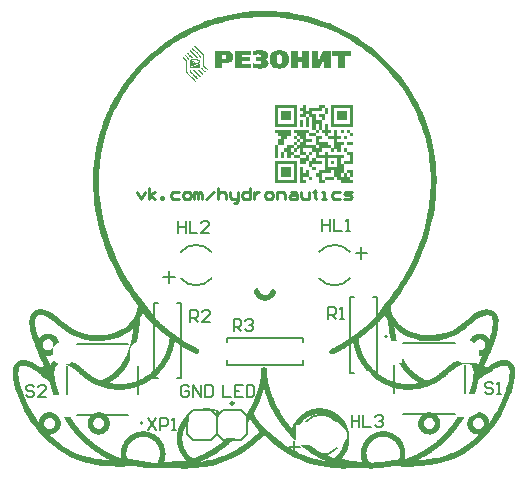
<source format=gto>
G04*
G04 #@! TF.GenerationSoftware,Altium Limited,Altium Designer,24.6.1 (21)*
G04*
G04 Layer_Color=65535*
%FSLAX44Y44*%
%MOMM*%
G71*
G04*
G04 #@! TF.SameCoordinates,2E3D242D-4B2C-4A0A-BB91-E4F699BAA1E9*
G04*
G04*
G04 #@! TF.FilePolarity,Positive*
G04*
G01*
G75*
%ADD10C,0.2000*%
%ADD11C,0.2540*%
%ADD12C,0.3000*%
%ADD13C,0.1500*%
%ADD14C,0.1270*%
G36*
X7935Y142717D02*
X13767Y142318D01*
X19755Y141633D01*
X25551Y140712D01*
X31272Y139611D01*
X39292Y137660D01*
X46144Y135569D01*
X53674Y132842D01*
X54840Y132347D01*
X54847Y132344D01*
X54855Y132341D01*
X59644Y130371D01*
X64421Y128046D01*
X67838Y126292D01*
X71448Y124343D01*
X77768Y120623D01*
X83319Y116891D01*
X88141Y113520D01*
X88144Y113518D01*
X88146Y113517D01*
X91341Y111305D01*
X94250Y108881D01*
X96531Y106695D01*
X96535Y106692D01*
X96539Y106688D01*
X101771Y101747D01*
X107705Y95704D01*
X110185Y92901D01*
X113981Y88418D01*
X117439Y83915D01*
X121920Y77482D01*
X124343Y73613D01*
X126395Y70301D01*
X129462Y64599D01*
X132004Y59479D01*
X132005Y59478D01*
X132006Y59476D01*
X132748Y57993D01*
X135124Y52232D01*
X137945Y44637D01*
X139461Y39728D01*
X140343Y36721D01*
X141261Y33067D01*
X142347Y28182D01*
X143176Y23961D01*
X144009Y18641D01*
X144692Y13791D01*
X145034Y7649D01*
X145323Y-202D01*
X145124Y-7158D01*
X144816Y-13265D01*
X144549Y-16671D01*
X144047Y-19897D01*
X144046Y-19908D01*
X144044Y-19918D01*
X144042Y-19934D01*
X144040Y-19950D01*
X144039Y-19962D01*
X144037Y-19971D01*
X143641Y-23752D01*
X142759Y-28884D01*
X142054Y-32480D01*
X141042Y-37178D01*
X139886Y-41621D01*
X138854Y-45334D01*
X137679Y-49293D01*
X136156Y-53897D01*
X134786Y-57899D01*
X133403Y-61331D01*
X133136Y-61953D01*
X133132Y-61964D01*
X133127Y-61975D01*
X131383Y-66226D01*
X129366Y-70837D01*
X127708Y-74080D01*
X127703Y-74090D01*
X127698Y-74100D01*
X126048Y-77455D01*
X124550Y-80289D01*
X123001Y-83134D01*
X120526Y-87236D01*
X118087Y-91155D01*
X115044Y-95575D01*
X115044Y-95576D01*
X112798Y-98835D01*
X110057Y-102514D01*
X107810Y-105340D01*
X107808Y-105344D01*
X107806Y-105345D01*
X107793Y-105364D01*
X107778Y-105383D01*
X107776Y-105385D01*
X107774Y-105388D01*
X106680Y-106883D01*
X106669Y-106899D01*
X106658Y-106914D01*
X106654Y-106920D01*
X106649Y-106927D01*
X106639Y-106943D01*
X106629Y-106958D01*
X106624Y-106965D01*
X106620Y-106972D01*
X106610Y-106988D01*
X106600Y-107004D01*
X106596Y-107011D01*
X106592Y-107018D01*
X106583Y-107034D01*
X106574Y-107050D01*
X106570Y-107057D01*
X106566Y-107065D01*
X106558Y-107081D01*
X106549Y-107098D01*
X106545Y-107106D01*
X106542Y-107112D01*
X106535Y-107128D01*
X106526Y-107146D01*
X106523Y-107154D01*
X106519Y-107161D01*
X106512Y-107177D01*
X106505Y-107195D01*
X106502Y-107203D01*
X106498Y-107210D01*
X106492Y-107226D01*
X106485Y-107245D01*
X106482Y-107253D01*
X106479Y-107260D01*
X106474Y-107277D01*
X106467Y-107296D01*
X106465Y-107303D01*
X106462Y-107311D01*
X106457Y-107330D01*
X106451Y-107347D01*
X106449Y-107354D01*
X106447Y-107362D01*
X106442Y-107381D01*
X106437Y-107398D01*
X106435Y-107406D01*
X106433Y-107414D01*
X106429Y-107432D01*
X106425Y-107450D01*
X106423Y-107458D01*
X106421Y-107466D01*
X106418Y-107485D01*
X106414Y-107503D01*
X106413Y-107511D01*
X106411Y-107519D01*
X106409Y-107537D01*
X106406Y-107556D01*
X106405Y-107564D01*
X106404Y-107572D01*
X106402Y-107589D01*
X106399Y-107609D01*
X106398Y-107618D01*
X106397Y-107625D01*
X106396Y-107643D01*
X106394Y-107662D01*
X106394Y-107671D01*
X106393Y-107679D01*
X106392Y-107697D01*
X106391Y-107716D01*
X106391Y-107724D01*
X106391Y-107732D01*
X106391Y-107751D01*
X106390Y-107769D01*
Y-109848D01*
X106391Y-109861D01*
Y-109874D01*
X106391Y-109888D01*
X106391Y-109902D01*
X106392Y-109916D01*
X106393Y-109928D01*
X106393Y-109940D01*
X106394Y-109955D01*
X106396Y-109970D01*
X106396Y-109981D01*
X106398Y-109993D01*
X106399Y-110008D01*
X106401Y-110022D01*
X106402Y-110034D01*
X106404Y-110047D01*
X106406Y-110062D01*
X106408Y-110075D01*
X106410Y-110087D01*
X106412Y-110100D01*
X106414Y-110114D01*
X106417Y-110128D01*
X106419Y-110140D01*
X106422Y-110154D01*
X106425Y-110167D01*
X106428Y-110179D01*
X106431Y-110192D01*
X106434Y-110206D01*
X106437Y-110219D01*
X106440Y-110231D01*
X106444Y-110244D01*
X106448Y-110259D01*
X106451Y-110271D01*
X106455Y-110282D01*
X106459Y-110296D01*
X106463Y-110310D01*
X106467Y-110322D01*
X106472Y-110334D01*
X106476Y-110346D01*
X106480Y-110359D01*
X106485Y-110372D01*
X106490Y-110385D01*
X106494Y-110397D01*
X107297Y-112439D01*
X107303Y-112455D01*
X107309Y-112469D01*
X108512Y-115350D01*
X108520Y-115368D01*
X108530Y-115390D01*
X108532Y-115395D01*
X108534Y-115399D01*
X108542Y-115416D01*
X108553Y-115438D01*
X108555Y-115443D01*
X108557Y-115447D01*
X108566Y-115465D01*
X108577Y-115486D01*
X108580Y-115491D01*
X108582Y-115495D01*
X108593Y-115514D01*
X108603Y-115533D01*
X108606Y-115536D01*
X108609Y-115541D01*
X108621Y-115561D01*
X108631Y-115578D01*
X110619Y-118696D01*
X110629Y-118711D01*
X110639Y-118727D01*
X110645Y-118735D01*
X110649Y-118741D01*
X110660Y-118756D01*
X110670Y-118771D01*
X110675Y-118777D01*
X110680Y-118785D01*
X110692Y-118800D01*
X110702Y-118814D01*
X112398Y-120984D01*
X112405Y-120992D01*
X112412Y-121002D01*
X112423Y-121014D01*
X112432Y-121025D01*
X112439Y-121033D01*
X112446Y-121043D01*
X112457Y-121054D01*
X112467Y-121066D01*
X112475Y-121074D01*
X112482Y-121082D01*
X112493Y-121093D01*
X112504Y-121105D01*
X112512Y-121113D01*
X112519Y-121121D01*
X114379Y-122981D01*
X114390Y-122991D01*
X114401Y-123002D01*
X114411Y-123011D01*
X114418Y-123018D01*
X114428Y-123027D01*
X114441Y-123039D01*
X114450Y-123047D01*
X114458Y-123054D01*
X114470Y-123064D01*
X114481Y-123074D01*
X114490Y-123081D01*
X114499Y-123088D01*
X114511Y-123098D01*
X114523Y-123107D01*
X117732Y-125587D01*
X117735Y-125589D01*
X117738Y-125592D01*
X117759Y-125607D01*
X117775Y-125619D01*
X117778Y-125621D01*
X117781Y-125623D01*
X117800Y-125637D01*
X117819Y-125650D01*
X117823Y-125652D01*
X117825Y-125654D01*
X117842Y-125664D01*
X117865Y-125679D01*
X117868Y-125681D01*
X117871Y-125682D01*
X117890Y-125694D01*
X117911Y-125706D01*
X117914Y-125707D01*
X117917Y-125709D01*
X121728Y-127843D01*
X121746Y-127853D01*
X121764Y-127863D01*
X121770Y-127865D01*
X121775Y-127868D01*
X121792Y-127876D01*
X121812Y-127887D01*
X121818Y-127889D01*
X121823Y-127892D01*
X121842Y-127900D01*
X121861Y-127909D01*
X121867Y-127911D01*
X121872Y-127914D01*
X121893Y-127922D01*
X121911Y-127929D01*
X126488Y-129735D01*
X126500Y-129739D01*
X126514Y-129745D01*
X126527Y-129749D01*
X126538Y-129754D01*
X126550Y-129758D01*
X126565Y-129763D01*
X126577Y-129767D01*
X126589Y-129770D01*
X126603Y-129775D01*
X126616Y-129779D01*
X126627Y-129782D01*
X126640Y-129786D01*
X126655Y-129789D01*
X126667Y-129793D01*
X126678Y-129795D01*
X126692Y-129799D01*
X126707Y-129802D01*
X126720Y-129805D01*
X132591Y-131082D01*
X132607Y-131085D01*
X132625Y-131088D01*
X132635Y-131090D01*
X132644Y-131092D01*
X132661Y-131095D01*
X132677Y-131098D01*
X132686Y-131099D01*
X132697Y-131101D01*
X132716Y-131103D01*
X132730Y-131105D01*
X136961Y-131616D01*
X136979Y-131617D01*
X137001Y-131620D01*
X137008Y-131621D01*
X137014Y-131621D01*
X137033Y-131622D01*
X137054Y-131624D01*
X137061Y-131624D01*
X137068Y-131625D01*
X137090Y-131625D01*
X137108Y-131626D01*
X137114Y-131626D01*
X137121Y-131626D01*
X137141Y-131626D01*
X137161Y-131626D01*
X142523Y-131553D01*
X142541Y-131553D01*
X142561Y-131552D01*
X142569Y-131552D01*
X142576Y-131552D01*
X142596Y-131550D01*
X142614Y-131549D01*
X142621Y-131549D01*
X142630Y-131548D01*
X142651Y-131546D01*
X142667Y-131544D01*
X147665Y-130991D01*
X147669Y-130990D01*
X147673Y-130990D01*
X147699Y-130987D01*
X147718Y-130984D01*
X147721Y-130984D01*
X147726Y-130983D01*
X147751Y-130979D01*
X147771Y-130975D01*
X147775Y-130975D01*
X147779Y-130974D01*
X147801Y-130969D01*
X147824Y-130965D01*
X147828Y-130964D01*
X147831Y-130963D01*
X147850Y-130958D01*
X147876Y-130952D01*
X147880Y-130951D01*
X147883Y-130950D01*
X152003Y-129863D01*
X152013Y-129860D01*
X152025Y-129857D01*
X152041Y-129852D01*
X152055Y-129848D01*
X152065Y-129845D01*
X152076Y-129841D01*
X152090Y-129837D01*
X152106Y-129832D01*
X152117Y-129827D01*
X152127Y-129824D01*
X157816Y-127782D01*
X157831Y-127776D01*
X157847Y-127770D01*
X157857Y-127766D01*
X157867Y-127763D01*
X157882Y-127756D01*
X157896Y-127750D01*
X157905Y-127746D01*
X157916Y-127742D01*
X157932Y-127734D01*
X157945Y-127729D01*
X157954Y-127724D01*
X157965Y-127719D01*
X157980Y-127712D01*
X157993Y-127705D01*
X160984Y-126173D01*
X160993Y-126168D01*
X161004Y-126163D01*
X161019Y-126155D01*
X161031Y-126148D01*
X161041Y-126143D01*
X161051Y-126137D01*
X161064Y-126129D01*
X161078Y-126121D01*
X161087Y-126115D01*
X161097Y-126109D01*
X164416Y-124030D01*
X164416Y-124030D01*
X164417Y-124030D01*
X164455Y-124005D01*
X164461Y-124001D01*
X164461Y-124001D01*
X164462Y-124000D01*
X164485Y-123984D01*
X164504Y-123970D01*
X164505Y-123970D01*
X164505Y-123969D01*
X164520Y-123958D01*
X164547Y-123938D01*
X164547Y-123938D01*
X164548Y-123937D01*
X167995Y-121220D01*
X168005Y-121212D01*
X168015Y-121203D01*
X168025Y-121195D01*
X168036Y-121186D01*
X168046Y-121177D01*
X168056Y-121169D01*
X171042Y-118544D01*
X174844Y-115460D01*
X178119Y-113171D01*
X181396Y-111420D01*
X184404Y-110305D01*
X188030Y-109748D01*
X190434Y-109846D01*
X191815Y-110183D01*
X193356Y-110830D01*
X194962Y-112043D01*
X196500Y-114145D01*
X197249Y-116111D01*
X197787Y-119439D01*
X197753Y-121481D01*
X197401Y-125702D01*
X196230Y-130848D01*
X194686Y-136272D01*
X193073Y-140822D01*
X191095Y-145606D01*
X189833Y-148312D01*
X189826Y-148327D01*
X189818Y-148344D01*
X188812Y-150644D01*
X187017Y-154233D01*
X186155Y-155814D01*
X186152Y-155818D01*
X186150Y-155822D01*
X186140Y-155843D01*
X186130Y-155861D01*
X186128Y-155865D01*
X186126Y-155870D01*
X186116Y-155890D01*
X186107Y-155909D01*
X186105Y-155914D01*
X186103Y-155919D01*
X186095Y-155938D01*
X186086Y-155958D01*
X186084Y-155963D01*
X186082Y-155968D01*
X186074Y-155988D01*
X186066Y-156008D01*
X186064Y-156013D01*
X186063Y-156018D01*
X186056Y-156038D01*
X186048Y-156059D01*
X186047Y-156064D01*
X186045Y-156068D01*
X186039Y-156089D01*
X186032Y-156110D01*
X186031Y-156115D01*
X186029Y-156120D01*
X185884Y-156630D01*
X185878Y-156650D01*
X185873Y-156671D01*
X185871Y-156677D01*
X185870Y-156682D01*
X185866Y-156700D01*
X185860Y-156723D01*
X185859Y-156729D01*
X185858Y-156734D01*
X185854Y-156754D01*
X185850Y-156775D01*
X185849Y-156781D01*
X185848Y-156787D01*
X185845Y-156807D01*
X185841Y-156828D01*
X185840Y-156834D01*
X185840Y-156840D01*
X185837Y-156860D01*
X185835Y-156881D01*
X185834Y-156887D01*
X185833Y-156893D01*
X185832Y-156914D01*
X185830Y-156935D01*
X185829Y-156940D01*
X185829Y-156946D01*
X185828Y-156968D01*
X185827Y-156988D01*
X185827Y-156994D01*
X185826Y-157000D01*
X185826Y-157022D01*
X185826Y-157042D01*
X185826Y-157047D01*
X185826Y-157053D01*
X185826Y-157075D01*
X185827Y-157095D01*
X185827Y-157101D01*
X185827Y-157107D01*
X185828Y-157127D01*
X185830Y-157149D01*
X185830Y-157155D01*
X185830Y-157160D01*
X185832Y-157180D01*
X185834Y-157202D01*
X185835Y-157209D01*
X185836Y-157214D01*
X185838Y-157233D01*
X185841Y-157255D01*
X185842Y-157261D01*
X185843Y-157267D01*
X185847Y-157289D01*
X185850Y-157308D01*
X185851Y-157313D01*
X185852Y-157319D01*
X185856Y-157339D01*
X185860Y-157361D01*
X185861Y-157367D01*
X185863Y-157372D01*
X185867Y-157391D01*
X185872Y-157413D01*
X185874Y-157418D01*
X185875Y-157424D01*
X185881Y-157444D01*
X185886Y-157465D01*
X185888Y-157470D01*
X185890Y-157476D01*
X185896Y-157494D01*
X185902Y-157516D01*
X185905Y-157522D01*
X185906Y-157527D01*
X185912Y-157544D01*
X185920Y-157566D01*
X185923Y-157572D01*
X185924Y-157577D01*
X185931Y-157594D01*
X185940Y-157616D01*
X185942Y-157621D01*
X185944Y-157627D01*
X185952Y-157645D01*
X185961Y-157665D01*
X185964Y-157670D01*
X185966Y-157676D01*
X185975Y-157693D01*
X185984Y-157713D01*
X185987Y-157719D01*
X185989Y-157724D01*
X185999Y-157742D01*
X186009Y-157761D01*
X186012Y-157766D01*
X186015Y-157771D01*
X186024Y-157788D01*
X186035Y-157807D01*
X186039Y-157813D01*
X186041Y-157817D01*
X186052Y-157835D01*
X186064Y-157853D01*
X186067Y-157858D01*
X186070Y-157863D01*
X186082Y-157880D01*
X186093Y-157898D01*
X186097Y-157902D01*
X186100Y-157907D01*
X186112Y-157924D01*
X186125Y-157941D01*
X186128Y-157946D01*
X186132Y-157950D01*
X186144Y-157966D01*
X186157Y-157983D01*
X186161Y-157988D01*
X186165Y-157992D01*
X186177Y-158006D01*
X186192Y-158024D01*
X186196Y-158029D01*
X186199Y-158033D01*
X186212Y-158047D01*
X186228Y-158064D01*
X186232Y-158068D01*
X186236Y-158073D01*
X186250Y-158087D01*
X186265Y-158103D01*
X186269Y-158107D01*
X186273Y-158111D01*
X186287Y-158124D01*
X186303Y-158140D01*
X186308Y-158144D01*
X186312Y-158148D01*
X186327Y-158161D01*
X186343Y-158176D01*
X186348Y-158180D01*
X186352Y-158183D01*
X186367Y-158196D01*
X186384Y-158210D01*
X186389Y-158214D01*
X186393Y-158217D01*
X186409Y-158229D01*
X186427Y-158243D01*
X186431Y-158246D01*
X186436Y-158250D01*
X186452Y-158262D01*
X186470Y-158274D01*
X186475Y-158278D01*
X186479Y-158281D01*
X186495Y-158291D01*
X186514Y-158304D01*
X186520Y-158308D01*
X186524Y-158310D01*
X186540Y-158320D01*
X186560Y-158332D01*
X186566Y-158336D01*
X186570Y-158338D01*
X186585Y-158347D01*
X186607Y-158359D01*
X186612Y-158362D01*
X186617Y-158364D01*
X186633Y-158373D01*
X186654Y-158384D01*
X186660Y-158386D01*
X186664Y-158389D01*
X186681Y-158397D01*
X186702Y-158407D01*
X186708Y-158409D01*
X186713Y-158412D01*
X186730Y-158419D01*
X186751Y-158428D01*
X186757Y-158431D01*
X186762Y-158433D01*
X186782Y-158440D01*
X186801Y-158448D01*
X186806Y-158450D01*
X186812Y-158452D01*
X186832Y-158459D01*
X186852Y-158466D01*
X187617Y-158721D01*
X187633Y-158726D01*
X187648Y-158731D01*
X187658Y-158734D01*
X187668Y-158737D01*
X187683Y-158741D01*
X187699Y-158746D01*
X187710Y-158748D01*
X187720Y-158751D01*
X187736Y-158755D01*
X187751Y-158759D01*
X187761Y-158761D01*
X187772Y-158764D01*
X187788Y-158767D01*
X187803Y-158770D01*
X187814Y-158772D01*
X187825Y-158774D01*
X187840Y-158777D01*
X187856Y-158779D01*
X187867Y-158781D01*
X187878Y-158783D01*
X187894Y-158785D01*
X187909Y-158787D01*
X187920Y-158788D01*
X187931Y-158789D01*
X187946Y-158791D01*
X187962Y-158792D01*
X187974Y-158793D01*
X187984Y-158794D01*
X187998Y-158795D01*
X188016Y-158796D01*
X188028Y-158796D01*
X188038Y-158797D01*
X188053Y-158797D01*
X188069Y-158798D01*
X188080Y-158798D01*
X188091Y-158798D01*
X188107Y-158798D01*
X188123Y-158798D01*
X188134Y-158797D01*
X188145Y-158797D01*
X188161Y-158796D01*
X188176Y-158795D01*
X188187Y-158795D01*
X188198Y-158794D01*
X188214Y-158793D01*
X188230Y-158792D01*
X188240Y-158790D01*
X188251Y-158789D01*
X188268Y-158787D01*
X188283Y-158786D01*
X188293Y-158784D01*
X188305Y-158783D01*
X188321Y-158780D01*
X188336Y-158778D01*
X188347Y-158776D01*
X188358Y-158774D01*
X188372Y-158771D01*
X188389Y-158768D01*
X188400Y-158766D01*
X188410Y-158764D01*
X188425Y-158760D01*
X188441Y-158757D01*
X188452Y-158754D01*
X188462Y-158751D01*
X188478Y-158747D01*
X188493Y-158743D01*
X188503Y-158740D01*
X188514Y-158737D01*
X188530Y-158732D01*
X188544Y-158728D01*
X188554Y-158725D01*
X188565Y-158721D01*
X188582Y-158715D01*
X188595Y-158711D01*
X188604Y-158708D01*
X188615Y-158704D01*
X188632Y-158697D01*
X188645Y-158692D01*
X188654Y-158688D01*
X188665Y-158684D01*
X188681Y-158677D01*
X188694Y-158672D01*
X188704Y-158667D01*
X188714Y-158663D01*
X188729Y-158656D01*
X188743Y-158649D01*
X188753Y-158644D01*
X188763Y-158639D01*
X188778Y-158632D01*
X188791Y-158625D01*
X188800Y-158620D01*
X188810Y-158615D01*
X188824Y-158607D01*
X188838Y-158599D01*
X188847Y-158594D01*
X188857Y-158588D01*
X188870Y-158580D01*
X188884Y-158572D01*
X188893Y-158566D01*
X188902Y-158560D01*
X188916Y-158551D01*
X188929Y-158543D01*
X188937Y-158537D01*
X188947Y-158530D01*
X188960Y-158521D01*
X188973Y-158512D01*
X192610Y-155873D01*
X196007Y-154055D01*
X200243Y-152723D01*
X201961Y-152563D01*
X204131Y-152631D01*
X205209Y-152768D01*
X206715Y-153270D01*
X207890Y-153756D01*
X208758Y-154348D01*
X210258Y-156032D01*
X211580Y-159160D01*
X212115Y-162971D01*
X211892Y-166414D01*
X211128Y-171268D01*
X210315Y-174697D01*
X208807Y-179472D01*
X207906Y-182032D01*
X206884Y-184845D01*
X205319Y-188462D01*
X203547Y-192474D01*
X201789Y-195992D01*
X199672Y-199867D01*
X196580Y-204792D01*
X194538Y-207694D01*
X192471Y-210444D01*
X190492Y-212886D01*
X187402Y-216264D01*
X184662Y-219076D01*
X182338Y-221329D01*
X178966Y-224234D01*
X175163Y-227248D01*
X171573Y-229725D01*
X168283Y-231871D01*
X163727Y-234362D01*
X157826Y-236901D01*
X153196Y-238492D01*
X148455Y-239834D01*
X144668Y-240620D01*
X139124Y-241556D01*
X132003Y-242315D01*
X127645Y-242675D01*
X124347Y-242783D01*
X120048Y-242801D01*
D01*
X115778Y-242819D01*
X114156Y-242713D01*
X110587Y-242458D01*
X110578Y-242458D01*
X110569Y-242457D01*
X110550Y-242456D01*
X110533Y-242455D01*
X110526Y-242455D01*
X110516Y-242455D01*
X110498Y-242455D01*
X110480Y-242454D01*
X110470Y-242455D01*
X110462Y-242455D01*
X110447Y-242455D01*
X110426Y-242455D01*
X110416Y-242456D01*
X110409Y-242456D01*
X110392Y-242457D01*
X110373Y-242458D01*
X110364Y-242459D01*
X110355Y-242460D01*
X108167Y-242642D01*
X108166Y-242642D01*
X108164Y-242642D01*
X108140Y-242645D01*
X108114Y-242647D01*
X108112Y-242648D01*
X108111Y-242648D01*
X108091Y-242651D01*
X108061Y-242655D01*
X108059Y-242655D01*
X108058Y-242655D01*
X105286Y-243093D01*
X105266Y-243096D01*
X105245Y-243100D01*
X102578Y-243598D01*
X99449Y-243882D01*
X96211Y-244137D01*
X96209Y-244137D01*
X96206Y-244137D01*
X93148Y-244389D01*
X89601Y-244478D01*
X86309Y-244389D01*
X81537Y-243992D01*
X81523Y-243991D01*
X81509Y-243990D01*
X77297Y-243716D01*
X77294Y-243716D01*
X77292Y-243716D01*
X77267Y-243715D01*
X77243Y-243713D01*
X77241Y-243713D01*
X77238Y-243713D01*
X76527Y-243695D01*
X76513Y-243695D01*
X76499Y-243695D01*
X76486Y-243695D01*
X76473Y-243695D01*
X76460Y-243695D01*
X76445Y-243695D01*
X76433Y-243696D01*
X76420Y-243696D01*
X76405Y-243697D01*
X76392Y-243698D01*
X76380Y-243699D01*
X76366Y-243699D01*
X76352Y-243701D01*
X76338Y-243702D01*
X76326Y-243704D01*
X76313Y-243705D01*
X76299Y-243707D01*
X76285Y-243708D01*
X73781Y-244051D01*
X70191Y-244390D01*
X67208Y-244496D01*
X61766Y-244425D01*
X57856Y-244030D01*
X57846Y-244030D01*
X57835Y-244028D01*
X52864Y-243596D01*
X47864Y-242739D01*
X42654Y-241517D01*
X38990Y-240475D01*
X34364Y-239005D01*
X28624Y-236673D01*
X23757Y-234347D01*
X21910Y-233282D01*
X21895Y-233273D01*
X21879Y-233265D01*
X19516Y-231975D01*
X16870Y-230295D01*
X14219Y-228540D01*
X11966Y-226858D01*
X8801Y-224413D01*
X5417Y-221461D01*
X3109Y-219368D01*
X1628Y-217850D01*
X1619Y-217842D01*
X1609Y-217831D01*
X1598Y-217821D01*
X1590Y-217813D01*
X1581Y-217805D01*
X1570Y-217794D01*
X1559Y-217785D01*
X1550Y-217777D01*
X1540Y-217768D01*
X1530Y-217759D01*
X1520Y-217750D01*
X1509Y-217742D01*
X1499Y-217733D01*
X1488Y-217725D01*
X595Y-217014D01*
X592Y-217011D01*
X589Y-217009D01*
X571Y-216995D01*
X553Y-216981D01*
X549Y-216979D01*
X546Y-216977D01*
X530Y-216965D01*
X509Y-216950D01*
X505Y-216947D01*
X503Y-216946D01*
X486Y-216935D01*
X464Y-216921D01*
X461Y-216919D01*
X458Y-216916D01*
X438Y-216905D01*
X418Y-216893D01*
X415Y-216891D01*
X412Y-216889D01*
X393Y-216879D01*
X372Y-216866D01*
X368Y-216865D01*
X365Y-216863D01*
X342Y-216851D01*
X324Y-216842D01*
X321Y-216841D01*
X317Y-216838D01*
X293Y-216827D01*
X276Y-216819D01*
X272Y-216818D01*
X269Y-216816D01*
X244Y-216806D01*
X226Y-216798D01*
X224Y-216797D01*
X219Y-216795D01*
X192Y-216785D01*
X177Y-216779D01*
X174Y-216778D01*
X169Y-216776D01*
X144Y-216768D01*
X126Y-216761D01*
X122Y-216760D01*
X119Y-216759D01*
X97Y-216752D01*
X75Y-216745D01*
X71Y-216744D01*
X67Y-216743D01*
X46Y-216738D01*
X23Y-216732D01*
X19Y-216731D01*
X15Y-216730D01*
X-10Y-216724D01*
X-29Y-216720D01*
X-32Y-216719D01*
X-37Y-216718D01*
X-61Y-216714D01*
X-82Y-216709D01*
X-86Y-216709D01*
X-89Y-216708D01*
X-112Y-216705D01*
X-135Y-216701D01*
X-138Y-216701D01*
X-142Y-216700D01*
X-166Y-216698D01*
X-188Y-216695D01*
X-192Y-216695D01*
X-196Y-216694D01*
X-221Y-216692D01*
X-241Y-216691D01*
X-244Y-216690D01*
X-249Y-216690D01*
X-276Y-216689D01*
X-295Y-216688D01*
X-298Y-216688D01*
X-302Y-216688D01*
X-327Y-216688D01*
X-348Y-216687D01*
X-353Y-216687D01*
X-356Y-216687D01*
X-377Y-216688D01*
X-402Y-216689D01*
X-406Y-216689D01*
X-410Y-216689D01*
X-432Y-216690D01*
X-455Y-216692D01*
X-459Y-216692D01*
X-463Y-216692D01*
X-487Y-216695D01*
X-509Y-216697D01*
X-512Y-216697D01*
X-516Y-216698D01*
X-539Y-216701D01*
X-562Y-216704D01*
X-566Y-216705D01*
X-569Y-216705D01*
X-590Y-216709D01*
X-615Y-216713D01*
X-619Y-216714D01*
X-622Y-216714D01*
X-642Y-216718D01*
X-667Y-216723D01*
X-671Y-216724D01*
X-675Y-216725D01*
X-695Y-216730D01*
X-719Y-216736D01*
X-723Y-216737D01*
X-727Y-216738D01*
X-749Y-216744D01*
X-771Y-216751D01*
X-774Y-216752D01*
X-778Y-216753D01*
X-800Y-216760D01*
X-822Y-216767D01*
X-826Y-216768D01*
X-829Y-216770D01*
X-848Y-216776D01*
X-872Y-216785D01*
X-876Y-216787D01*
X-879Y-216788D01*
X-899Y-216796D01*
X-922Y-216805D01*
X-926Y-216807D01*
X-929Y-216808D01*
X-947Y-216816D01*
X-971Y-216827D01*
X-975Y-216828D01*
X-978Y-216830D01*
X-995Y-216838D01*
X-1019Y-216850D01*
X-1023Y-216852D01*
X-1026Y-216854D01*
X-1045Y-216864D01*
X-1066Y-216875D01*
X-1069Y-216877D01*
X-1073Y-216879D01*
X-1094Y-216891D01*
X-1113Y-216902D01*
X-1115Y-216904D01*
X-1119Y-216906D01*
X-1145Y-216922D01*
X-1158Y-216930D01*
X-1160Y-216932D01*
X-1164Y-216935D01*
X-1188Y-216951D01*
X-1202Y-216960D01*
X-1205Y-216962D01*
X-1209Y-216965D01*
X-1229Y-216980D01*
X-1246Y-216992D01*
X-1248Y-216994D01*
X-1252Y-216997D01*
X-2656Y-218072D01*
X-2657Y-218073D01*
X-2658Y-218074D01*
X-2683Y-218094D01*
X-2698Y-218106D01*
X-2698Y-218106D01*
X-2700Y-218108D01*
X-2719Y-218124D01*
X-2738Y-218141D01*
X-2740Y-218142D01*
X-2741Y-218143D01*
X-2753Y-218154D01*
X-2778Y-218177D01*
X-2779Y-218178D01*
X-2780Y-218179D01*
X-5265Y-220555D01*
X-8086Y-223124D01*
X-10842Y-225380D01*
X-14446Y-228118D01*
X-17336Y-230152D01*
X-20518Y-232083D01*
X-23983Y-234032D01*
X-26651Y-235455D01*
X-31420Y-237535D01*
X-35485Y-239117D01*
X-37978Y-239972D01*
X-41741Y-241083D01*
X-45582Y-242016D01*
X-50351Y-242992D01*
X-53735Y-243597D01*
X-57601Y-243955D01*
X-62942Y-244388D01*
X-67692Y-244460D01*
X-73398Y-244154D01*
X-78829Y-243700D01*
X-78841Y-243699D01*
X-78854Y-243698D01*
X-78870Y-243697D01*
X-78882Y-243696D01*
X-78894Y-243696D01*
X-78907Y-243695D01*
X-78923Y-243695D01*
X-78936Y-243695D01*
X-78948Y-243695D01*
X-78961Y-243694D01*
X-78975Y-243695D01*
X-78990Y-243695D01*
X-79002Y-243696D01*
X-79015Y-243696D01*
X-79028Y-243697D01*
X-79043Y-243697D01*
X-79056Y-243698D01*
X-79068Y-243699D01*
X-82898Y-243991D01*
X-82905Y-243991D01*
X-82913Y-243992D01*
X-86648Y-244315D01*
X-94476Y-244387D01*
X-100002Y-243956D01*
X-105512Y-243344D01*
X-110062Y-242550D01*
X-110074Y-242548D01*
X-110085Y-242546D01*
X-110100Y-242544D01*
X-110115Y-242542D01*
X-110126Y-242540D01*
X-110138Y-242539D01*
X-110152Y-242537D01*
X-110168Y-242535D01*
X-110181Y-242534D01*
X-110191Y-242533D01*
X-110204Y-242532D01*
X-110221Y-242531D01*
X-110234Y-242530D01*
X-110245Y-242529D01*
X-111704Y-242456D01*
X-111718Y-242456D01*
X-111733Y-242455D01*
X-111746Y-242455D01*
X-111757Y-242455D01*
X-111771Y-242455D01*
X-111787Y-242454D01*
X-111799Y-242455D01*
X-111811Y-242455D01*
X-111826Y-242455D01*
X-111840Y-242456D01*
X-111851Y-242456D01*
X-111864Y-242457D01*
X-111880Y-242458D01*
X-111894Y-242459D01*
X-115165Y-242710D01*
X-121806Y-242801D01*
X-125966Y-242819D01*
X-127954Y-242712D01*
X-132851Y-242386D01*
X-138035Y-241918D01*
X-146423Y-240586D01*
X-153629Y-238829D01*
X-161015Y-236320D01*
X-165096Y-234500D01*
X-170456Y-231434D01*
X-174101Y-229147D01*
X-178660Y-225773D01*
X-181919Y-223122D01*
X-184316Y-220941D01*
X-186412Y-218916D01*
X-189712Y-215472D01*
X-192189Y-212708D01*
X-194227Y-210205D01*
X-196525Y-207153D01*
X-198602Y-204145D01*
X-200824Y-200561D01*
X-203559Y-195595D01*
X-205067Y-192508D01*
X-206711Y-188911D01*
X-208454Y-184870D01*
X-209458Y-182035D01*
X-209458Y-182035D01*
X-211169Y-177190D01*
X-211646Y-175372D01*
X-211652Y-175351D01*
X-211660Y-175321D01*
X-212085Y-173906D01*
X-212757Y-171040D01*
X-213106Y-169014D01*
X-213320Y-167089D01*
X-213321Y-167080D01*
X-213322Y-167071D01*
X-213325Y-167053D01*
X-213327Y-167036D01*
X-213328Y-167027D01*
X-213330Y-167018D01*
X-213605Y-165301D01*
X-213638Y-162893D01*
X-213486Y-161048D01*
X-213136Y-159096D01*
X-212517Y-157271D01*
X-211494Y-155637D01*
X-209799Y-154068D01*
X-208582Y-153378D01*
X-206430Y-152725D01*
X-204526Y-152564D01*
X-202732Y-152629D01*
X-200058Y-153164D01*
X-196946Y-154361D01*
X-194346Y-155755D01*
X-191822Y-157478D01*
X-190652Y-158439D01*
X-190646Y-158444D01*
X-190640Y-158449D01*
X-190624Y-158461D01*
X-190610Y-158472D01*
X-190604Y-158477D01*
X-190597Y-158482D01*
X-190582Y-158493D01*
X-190567Y-158504D01*
X-190560Y-158509D01*
X-190554Y-158513D01*
X-190539Y-158523D01*
X-190523Y-158534D01*
X-190515Y-158539D01*
X-190509Y-158543D01*
X-190494Y-158552D01*
X-190477Y-158563D01*
X-190471Y-158567D01*
X-190464Y-158571D01*
X-190447Y-158580D01*
X-190431Y-158590D01*
X-190424Y-158594D01*
X-190417Y-158597D01*
X-190400Y-158606D01*
X-190384Y-158615D01*
X-190377Y-158618D01*
X-190369Y-158622D01*
X-190352Y-158631D01*
X-190336Y-158638D01*
X-190329Y-158642D01*
X-190321Y-158645D01*
X-190303Y-158653D01*
X-190287Y-158660D01*
X-190280Y-158663D01*
X-190272Y-158666D01*
X-190254Y-158673D01*
X-190237Y-158680D01*
X-190230Y-158683D01*
X-190222Y-158686D01*
X-190204Y-158692D01*
X-190187Y-158699D01*
X-190179Y-158701D01*
X-190172Y-158704D01*
X-190153Y-158709D01*
X-190136Y-158715D01*
X-190129Y-158717D01*
X-190121Y-158720D01*
X-190102Y-158725D01*
X-190084Y-158730D01*
X-190077Y-158731D01*
X-190069Y-158734D01*
X-190049Y-158738D01*
X-190032Y-158743D01*
X-190025Y-158744D01*
X-190017Y-158746D01*
X-189997Y-158750D01*
X-189980Y-158753D01*
X-189973Y-158755D01*
X-189964Y-158756D01*
X-189943Y-158760D01*
X-189927Y-158762D01*
X-189921Y-158763D01*
X-189911Y-158765D01*
X-189891Y-158767D01*
X-189874Y-158770D01*
X-189866Y-158770D01*
X-189858Y-158771D01*
X-189840Y-158773D01*
X-189821Y-158775D01*
X-189813Y-158775D01*
X-189805Y-158776D01*
X-189021Y-158831D01*
X-189003Y-158832D01*
X-188983Y-158833D01*
X-188975Y-158833D01*
X-188967Y-158834D01*
X-188949Y-158834D01*
X-188929Y-158834D01*
X-188922Y-158834D01*
X-188914Y-158834D01*
X-188894Y-158834D01*
X-188876Y-158834D01*
X-188869Y-158834D01*
X-188860Y-158833D01*
X-188840Y-158832D01*
X-188822Y-158831D01*
X-188815Y-158831D01*
X-188807Y-158830D01*
X-188787Y-158829D01*
X-188769Y-158827D01*
X-188762Y-158826D01*
X-188754Y-158826D01*
X-188733Y-158823D01*
X-188716Y-158821D01*
X-188708Y-158820D01*
X-188700Y-158819D01*
X-188682Y-158816D01*
X-188663Y-158813D01*
X-188655Y-158811D01*
X-188647Y-158810D01*
X-188631Y-158807D01*
X-188610Y-158803D01*
X-188601Y-158801D01*
X-188595Y-158800D01*
X-188578Y-158795D01*
X-188558Y-158791D01*
X-188550Y-158789D01*
X-188543Y-158787D01*
X-188525Y-158782D01*
X-188506Y-158777D01*
X-188499Y-158775D01*
X-188491Y-158773D01*
X-188473Y-158767D01*
X-188455Y-158762D01*
X-188447Y-158759D01*
X-188440Y-158757D01*
X-188422Y-158750D01*
X-188404Y-158744D01*
X-188398Y-158742D01*
X-188390Y-158739D01*
X-188371Y-158731D01*
X-188354Y-158725D01*
X-188348Y-158722D01*
X-188340Y-158719D01*
X-188322Y-158711D01*
X-188305Y-158704D01*
X-188298Y-158701D01*
X-188291Y-158698D01*
X-188275Y-158690D01*
X-188256Y-158681D01*
X-188249Y-158678D01*
X-188243Y-158675D01*
X-188226Y-158666D01*
X-188209Y-158657D01*
X-188202Y-158653D01*
X-188195Y-158650D01*
X-188179Y-158641D01*
X-188162Y-158631D01*
X-188155Y-158627D01*
X-188149Y-158623D01*
X-188133Y-158613D01*
X-188116Y-158603D01*
X-188110Y-158599D01*
X-188103Y-158595D01*
X-188086Y-158584D01*
X-188071Y-158574D01*
X-188066Y-158570D01*
X-188059Y-158565D01*
X-188042Y-158553D01*
X-188028Y-158543D01*
X-188022Y-158539D01*
X-188015Y-158534D01*
X-187999Y-158521D01*
X-187985Y-158510D01*
X-187980Y-158506D01*
X-187973Y-158501D01*
X-187957Y-158487D01*
X-187944Y-158476D01*
X-187939Y-158472D01*
X-187932Y-158466D01*
X-187917Y-158453D01*
X-187904Y-158441D01*
X-187898Y-158435D01*
X-187892Y-158430D01*
X-187879Y-158417D01*
X-187865Y-158404D01*
X-187859Y-158399D01*
X-187854Y-158393D01*
X-187841Y-158380D01*
X-187827Y-158366D01*
X-187822Y-158360D01*
X-187817Y-158355D01*
X-187805Y-158341D01*
X-187791Y-158326D01*
X-187786Y-158320D01*
X-187781Y-158315D01*
X-187768Y-158300D01*
X-187756Y-158286D01*
X-187752Y-158280D01*
X-187747Y-158273D01*
X-187735Y-158258D01*
X-187723Y-158243D01*
X-187719Y-158237D01*
X-187714Y-158231D01*
X-187703Y-158216D01*
X-187691Y-158200D01*
X-187687Y-158194D01*
X-187683Y-158188D01*
X-187672Y-158171D01*
X-187661Y-158156D01*
X-187657Y-158150D01*
X-187653Y-158143D01*
X-187643Y-158127D01*
X-187633Y-158111D01*
X-187629Y-158104D01*
X-187625Y-158097D01*
X-187616Y-158081D01*
X-187606Y-158064D01*
X-187602Y-158057D01*
X-187598Y-158051D01*
X-187590Y-158035D01*
X-187581Y-158017D01*
X-187577Y-158010D01*
X-187574Y-158003D01*
X-187566Y-157987D01*
X-187557Y-157969D01*
X-187554Y-157961D01*
X-187551Y-157955D01*
X-187544Y-157939D01*
X-187535Y-157920D01*
X-187532Y-157912D01*
X-187529Y-157906D01*
X-187523Y-157889D01*
X-187515Y-157870D01*
X-187512Y-157863D01*
X-187510Y-157856D01*
X-187504Y-157840D01*
X-187497Y-157820D01*
X-187494Y-157811D01*
X-187492Y-157806D01*
X-187487Y-157790D01*
X-187481Y-157769D01*
X-187478Y-157761D01*
X-187476Y-157754D01*
X-187471Y-157736D01*
X-187466Y-157718D01*
X-187464Y-157711D01*
X-187462Y-157703D01*
X-187458Y-157683D01*
X-187453Y-157666D01*
X-187452Y-157658D01*
X-187450Y-157651D01*
X-187446Y-157631D01*
X-187442Y-157613D01*
X-187441Y-157606D01*
X-187440Y-157598D01*
X-187436Y-157578D01*
X-187433Y-157560D01*
X-187432Y-157554D01*
X-187431Y-157545D01*
X-187428Y-157524D01*
X-187426Y-157507D01*
X-187425Y-157500D01*
X-187425Y-157492D01*
X-187423Y-157474D01*
X-187421Y-157454D01*
X-187421Y-157446D01*
X-187420Y-157439D01*
X-187419Y-157422D01*
X-187418Y-157401D01*
X-187417Y-157391D01*
X-187417Y-157385D01*
X-187417Y-157369D01*
X-187416Y-157347D01*
X-187416Y-157339D01*
X-187416Y-157332D01*
X-187417Y-157312D01*
X-187417Y-157294D01*
X-187417Y-157286D01*
X-187417Y-157278D01*
X-187418Y-157258D01*
X-187419Y-157240D01*
X-187420Y-157233D01*
X-187420Y-157225D01*
X-187422Y-157205D01*
X-187423Y-157187D01*
X-187424Y-157179D01*
X-187425Y-157171D01*
X-187428Y-157151D01*
X-187430Y-157133D01*
X-187431Y-157126D01*
X-187432Y-157118D01*
X-187435Y-157100D01*
X-187438Y-157080D01*
X-187439Y-157072D01*
X-187440Y-157065D01*
X-187444Y-157049D01*
X-187448Y-157028D01*
X-187450Y-157019D01*
X-187451Y-157013D01*
X-187455Y-156996D01*
X-187460Y-156976D01*
X-187462Y-156968D01*
X-187463Y-156961D01*
X-187468Y-156943D01*
X-187473Y-156924D01*
X-187476Y-156916D01*
X-187478Y-156909D01*
X-187483Y-156891D01*
X-187489Y-156873D01*
X-187492Y-156865D01*
X-187494Y-156858D01*
X-187500Y-156840D01*
X-187506Y-156822D01*
X-187509Y-156815D01*
X-187512Y-156807D01*
X-187519Y-156789D01*
X-187526Y-156772D01*
X-188218Y-155058D01*
X-188227Y-155038D01*
X-188236Y-155016D01*
X-188238Y-155012D01*
X-188239Y-155009D01*
X-188250Y-154985D01*
X-188259Y-154967D01*
X-188262Y-154961D01*
X-188262Y-154960D01*
X-188262Y-154959D01*
X-189316Y-152779D01*
X-189319Y-152774D01*
X-189321Y-152770D01*
X-190404Y-150568D01*
X-191375Y-148409D01*
X-193136Y-144433D01*
X-194649Y-140784D01*
X-195028Y-139510D01*
X-195029Y-139507D01*
X-195030Y-139503D01*
X-195037Y-139481D01*
X-195044Y-139459D01*
X-195046Y-139455D01*
X-195047Y-139452D01*
X-195054Y-139432D01*
X-195062Y-139408D01*
X-195063Y-139405D01*
X-195065Y-139402D01*
X-196469Y-135730D01*
X-197245Y-133188D01*
X-198105Y-129785D01*
X-198500Y-127956D01*
X-198930Y-125873D01*
X-199242Y-124040D01*
X-199378Y-122065D01*
X-199343Y-120087D01*
X-199308Y-118163D01*
X-199085Y-116900D01*
X-198896Y-116237D01*
X-198721Y-115642D01*
X-198720Y-115641D01*
X-198720Y-115640D01*
X-198543Y-115035D01*
X-198319Y-114572D01*
X-198052Y-114040D01*
X-197795Y-113668D01*
X-197789Y-113659D01*
X-197781Y-113648D01*
X-197773Y-113635D01*
X-197765Y-113623D01*
X-197759Y-113614D01*
X-197752Y-113603D01*
X-197745Y-113591D01*
X-197737Y-113578D01*
X-197730Y-113566D01*
X-197725Y-113557D01*
X-197719Y-113546D01*
X-197710Y-113531D01*
X-197705Y-113520D01*
X-197699Y-113510D01*
X-197395Y-112929D01*
X-197118Y-112616D01*
X-196415Y-111851D01*
X-195737Y-111320D01*
X-195145Y-110916D01*
X-194282Y-110499D01*
X-193241Y-110109D01*
X-192537Y-109874D01*
X-191890Y-109723D01*
X-191279Y-109680D01*
X-190224Y-109647D01*
X-189229Y-109680D01*
X-187980Y-109778D01*
X-186835Y-109964D01*
X-185533Y-110366D01*
X-184270Y-110815D01*
X-183051Y-111349D01*
X-181869Y-111915D01*
X-180267Y-112835D01*
X-177040Y-115033D01*
X-174147Y-117319D01*
X-170812Y-120147D01*
X-170803Y-120154D01*
X-170794Y-120162D01*
X-167110Y-123189D01*
X-167097Y-123200D01*
X-167084Y-123210D01*
X-167076Y-123216D01*
X-167068Y-123222D01*
X-167054Y-123232D01*
X-167041Y-123242D01*
X-164890Y-124810D01*
X-164873Y-124822D01*
X-164850Y-124838D01*
X-164847Y-124840D01*
X-164846Y-124841D01*
X-164828Y-124853D01*
X-164805Y-124868D01*
X-164803Y-124869D01*
X-164801Y-124870D01*
X-164776Y-124885D01*
X-164759Y-124895D01*
X-164757Y-124896D01*
X-164755Y-124898D01*
X-164731Y-124911D01*
X-164712Y-124921D01*
X-160646Y-127092D01*
X-160624Y-127103D01*
X-160603Y-127113D01*
X-160601Y-127114D01*
X-160598Y-127116D01*
X-160573Y-127128D01*
X-160555Y-127136D01*
X-160550Y-127138D01*
X-160550Y-127139D01*
X-160549Y-127139D01*
X-157108Y-128686D01*
X-157096Y-128692D01*
X-157081Y-128698D01*
X-157069Y-128703D01*
X-157059Y-128707D01*
X-157046Y-128712D01*
X-157031Y-128718D01*
X-157020Y-128722D01*
X-157009Y-128727D01*
X-156994Y-128732D01*
X-156981Y-128736D01*
X-156971Y-128740D01*
X-156958Y-128744D01*
X-156944Y-128749D01*
X-156930Y-128753D01*
X-152262Y-130175D01*
X-152243Y-130181D01*
X-152221Y-130187D01*
X-152215Y-130189D01*
X-152210Y-130190D01*
X-152189Y-130195D01*
X-152169Y-130201D01*
X-152164Y-130202D01*
X-152158Y-130203D01*
X-152135Y-130208D01*
X-152116Y-130212D01*
X-147339Y-131160D01*
X-147320Y-131164D01*
X-147297Y-131168D01*
X-147290Y-131169D01*
X-147286Y-131170D01*
X-147265Y-131173D01*
X-147244Y-131176D01*
X-147239Y-131176D01*
X-147233Y-131177D01*
X-147209Y-131180D01*
X-147191Y-131182D01*
X-142267Y-131656D01*
X-142263Y-131656D01*
X-142260Y-131657D01*
X-142232Y-131659D01*
X-142213Y-131660D01*
X-142211Y-131660D01*
X-142207Y-131661D01*
X-142182Y-131662D01*
X-142160Y-131663D01*
X-142156Y-131663D01*
X-142153Y-131663D01*
X-142134Y-131663D01*
X-142106Y-131663D01*
X-142103Y-131663D01*
X-142100D01*
X-137431Y-131590D01*
X-137430Y-131590D01*
X-137430D01*
X-137377Y-131588D01*
X-137344Y-131586D01*
X-137324Y-131584D01*
X-137323Y-131584D01*
X-137323Y-131584D01*
X-137314Y-131583D01*
X-137271Y-131579D01*
X-137218Y-131571D01*
X-137217Y-131571D01*
X-137217Y-131571D01*
X-134275Y-131099D01*
X-131480Y-130700D01*
X-131464Y-130697D01*
X-131447Y-130695D01*
X-131437Y-130693D01*
X-131427Y-130691D01*
X-131410Y-130688D01*
X-131394Y-130685D01*
X-131385Y-130683D01*
X-131375Y-130681D01*
X-131357Y-130676D01*
X-131342Y-130673D01*
X-131333Y-130671D01*
X-131322Y-130668D01*
X-131306Y-130664D01*
X-131290Y-130660D01*
X-127752Y-129675D01*
X-127737Y-129670D01*
X-127719Y-129666D01*
X-127709Y-129662D01*
X-127701Y-129660D01*
X-127686Y-129655D01*
X-127669Y-129649D01*
X-127659Y-129646D01*
X-127650Y-129643D01*
X-127633Y-129636D01*
X-127618Y-129631D01*
X-127610Y-129628D01*
X-127600Y-129624D01*
X-127583Y-129617D01*
X-127569Y-129611D01*
X-122754Y-127568D01*
X-122751Y-127567D01*
X-122747Y-127565D01*
X-122725Y-127555D01*
X-122705Y-127547D01*
X-122702Y-127545D01*
X-122699Y-127543D01*
X-122678Y-127533D01*
X-122657Y-127523D01*
X-122654Y-127521D01*
X-122651Y-127520D01*
X-122630Y-127509D01*
X-122610Y-127498D01*
X-122607Y-127496D01*
X-122604Y-127494D01*
X-122585Y-127484D01*
X-122564Y-127471D01*
X-122560Y-127469D01*
X-122557Y-127467D01*
X-118801Y-125169D01*
X-118789Y-125162D01*
X-118775Y-125153D01*
X-118764Y-125146D01*
X-118756Y-125141D01*
X-118743Y-125132D01*
X-118730Y-125124D01*
X-118722Y-125117D01*
X-118712Y-125110D01*
X-118698Y-125100D01*
X-118687Y-125092D01*
X-116681Y-123597D01*
X-116667Y-123586D01*
X-116650Y-123574D01*
X-116644Y-123568D01*
X-116639Y-123564D01*
X-116624Y-123552D01*
X-116609Y-123540D01*
X-116603Y-123535D01*
X-116597Y-123530D01*
X-116582Y-123517D01*
X-116568Y-123504D01*
X-114964Y-122045D01*
X-114951Y-122033D01*
X-114935Y-122019D01*
X-114929Y-122013D01*
X-114925Y-122009D01*
X-114913Y-121997D01*
X-114897Y-121981D01*
X-114892Y-121976D01*
X-114887Y-121971D01*
X-114873Y-121955D01*
X-114861Y-121942D01*
X-114856Y-121937D01*
X-114851Y-121931D01*
X-114837Y-121915D01*
X-114825Y-121902D01*
X-112491Y-119130D01*
X-112489Y-119128D01*
X-112486Y-119124D01*
X-112469Y-119102D01*
X-112457Y-119088D01*
X-112456Y-119086D01*
X-112453Y-119083D01*
X-112439Y-119064D01*
X-112425Y-119046D01*
X-112423Y-119042D01*
X-112421Y-119040D01*
X-112410Y-119024D01*
X-112394Y-119002D01*
X-112392Y-118998D01*
X-112390Y-118996D01*
X-110932Y-116807D01*
X-110927Y-116800D01*
X-110921Y-116792D01*
X-110911Y-116776D01*
X-110903Y-116762D01*
X-110898Y-116755D01*
X-110893Y-116747D01*
X-110885Y-116732D01*
X-110875Y-116716D01*
X-110871Y-116707D01*
X-110866Y-116700D01*
X-110859Y-116685D01*
X-110850Y-116669D01*
X-110846Y-116661D01*
X-110841Y-116653D01*
X-109346Y-113699D01*
X-109344Y-113694D01*
X-109341Y-113688D01*
X-109331Y-113668D01*
X-109323Y-113650D01*
X-109320Y-113645D01*
X-109318Y-113640D01*
X-109310Y-113621D01*
X-109301Y-113601D01*
X-109299Y-113596D01*
X-109297Y-113590D01*
X-108130Y-110746D01*
X-108125Y-110735D01*
X-108121Y-110724D01*
X-108116Y-110710D01*
X-108110Y-110696D01*
X-108106Y-110684D01*
X-108102Y-110674D01*
X-108098Y-110661D01*
X-108092Y-110645D01*
X-108089Y-110633D01*
X-108085Y-110623D01*
X-108081Y-110609D01*
X-108076Y-110594D01*
X-108073Y-110583D01*
X-108070Y-110571D01*
X-108067Y-110557D01*
X-108062Y-110542D01*
X-108060Y-110531D01*
X-108057Y-110520D01*
X-108054Y-110505D01*
X-108050Y-110490D01*
X-108048Y-110479D01*
X-108046Y-110467D01*
X-108043Y-110452D01*
X-108040Y-110438D01*
X-108038Y-110427D01*
X-108036Y-110414D01*
X-108034Y-110399D01*
X-108032Y-110385D01*
X-108030Y-110373D01*
X-108029Y-110361D01*
X-108027Y-110347D01*
X-108025Y-110332D01*
X-108024Y-110320D01*
X-108023Y-110308D01*
X-107804Y-107828D01*
X-107803Y-107813D01*
X-107802Y-107798D01*
X-107801Y-107787D01*
X-107800Y-107775D01*
X-107800Y-107759D01*
X-107799Y-107745D01*
X-107763Y-106614D01*
X-107763Y-106608D01*
X-107762Y-106602D01*
X-107762Y-106579D01*
X-107762Y-106560D01*
X-107762Y-106556D01*
X-107762Y-106549D01*
X-107763Y-106527D01*
X-107763Y-106507D01*
X-107763Y-106500D01*
X-107764Y-106495D01*
X-107765Y-106476D01*
X-107766Y-106454D01*
X-107767Y-106448D01*
X-107767Y-106442D01*
X-107769Y-106419D01*
X-107771Y-106400D01*
X-107772Y-106395D01*
X-107772Y-106389D01*
X-107775Y-106368D01*
X-107778Y-106347D01*
X-107779Y-106341D01*
X-107780Y-106335D01*
X-107783Y-106316D01*
X-107787Y-106294D01*
X-107788Y-106289D01*
X-107789Y-106283D01*
X-107793Y-106262D01*
X-107797Y-106242D01*
X-107799Y-106236D01*
X-107800Y-106230D01*
X-107805Y-106211D01*
X-107810Y-106190D01*
X-107811Y-106184D01*
X-107813Y-106178D01*
X-107819Y-106158D01*
X-107824Y-106138D01*
X-107826Y-106133D01*
X-107828Y-106127D01*
X-107834Y-106106D01*
X-107840Y-106087D01*
X-107842Y-106081D01*
X-107844Y-106076D01*
X-107851Y-106055D01*
X-107858Y-106037D01*
X-107860Y-106032D01*
X-107863Y-106026D01*
X-107871Y-106006D01*
X-107878Y-105987D01*
X-107880Y-105981D01*
X-107883Y-105976D01*
X-107892Y-105956D01*
X-107900Y-105938D01*
X-107902Y-105933D01*
X-107905Y-105927D01*
X-107915Y-105905D01*
X-107923Y-105890D01*
X-107925Y-105885D01*
X-107928Y-105879D01*
X-107938Y-105860D01*
X-107948Y-105842D01*
X-107951Y-105837D01*
X-107954Y-105832D01*
X-107964Y-105814D01*
X-107975Y-105796D01*
X-107978Y-105791D01*
X-107981Y-105786D01*
X-109002Y-104108D01*
X-109011Y-104093D01*
X-109025Y-104071D01*
X-109028Y-104066D01*
X-109031Y-104063D01*
X-109043Y-104044D01*
X-109055Y-104027D01*
X-109058Y-104023D01*
X-109061Y-104019D01*
X-109076Y-103998D01*
X-109087Y-103983D01*
X-111340Y-101003D01*
X-114487Y-96699D01*
X-116501Y-93670D01*
X-116509Y-93657D01*
X-116518Y-93644D01*
X-118148Y-91297D01*
X-120848Y-86977D01*
X-123204Y-82845D01*
X-123209Y-82838D01*
X-123213Y-82829D01*
X-125164Y-79505D01*
X-127216Y-75582D01*
X-129750Y-70370D01*
X-131646Y-66162D01*
X-133650Y-61306D01*
X-135008Y-57630D01*
X-135008Y-57629D01*
X-136405Y-53838D01*
X-138009Y-49098D01*
X-139363Y-44278D01*
X-140340Y-40585D01*
X-141247Y-36814D01*
X-142257Y-32487D01*
X-142832Y-29103D01*
X-142833Y-29099D01*
X-142834Y-29094D01*
X-143650Y-24474D01*
X-144426Y-18752D01*
X-144986Y-12842D01*
X-145365Y-6972D01*
X-145437Y-3159D01*
X-145401Y3403D01*
X-145221Y8618D01*
X-144699Y13676D01*
X-143866Y20374D01*
X-142872Y26216D01*
X-142153Y29955D01*
X-141237Y33671D01*
X-140204Y37387D01*
X-140202Y37392D01*
X-140201Y37397D01*
X-139370Y40469D01*
X-138255Y44028D01*
X-136665Y48582D01*
X-135185Y52481D01*
X-133639Y56220D01*
X-132415Y58813D01*
X-132413Y58818D01*
X-132410Y58822D01*
X-130787Y62322D01*
X-129224Y65250D01*
X-127645Y68136D01*
X-125550Y71856D01*
X-122742Y76393D01*
X-120213Y80041D01*
X-117604Y83737D01*
X-114426Y87999D01*
X-112496Y90357D01*
X-110254Y92888D01*
X-110253Y92890D01*
X-110251Y92892D01*
X-107059Y96519D01*
X-104563Y99159D01*
X-101481Y102169D01*
X-99496Y104010D01*
X-95800Y107343D01*
X-93385Y109397D01*
X-91428Y110992D01*
X-91425Y110995D01*
X-91420Y110999D01*
X-89785Y112349D01*
X-88080Y113557D01*
X-88070Y113565D01*
X-88059Y113573D01*
X-88047Y113581D01*
X-88037Y113589D01*
X-88027Y113596D01*
X-88016Y113605D01*
X-86314Y114953D01*
X-84176Y116378D01*
X-84174Y116379D01*
X-84172Y116380D01*
X-84152Y116394D01*
X-84132Y116408D01*
X-84130Y116410D01*
X-84129Y116411D01*
X-82032Y117929D01*
X-79812Y119433D01*
X-77986Y120579D01*
X-75703Y121956D01*
X-75702Y121956D01*
X-74067Y122937D01*
X-71809Y124263D01*
X-69875Y125266D01*
X-69864Y125272D01*
X-69851Y125279D01*
X-69840Y125286D01*
X-69828Y125292D01*
X-69817Y125298D01*
X-69805Y125305D01*
X-68583Y126024D01*
X-67157Y126808D01*
X-65678Y127583D01*
X-62928Y128823D01*
X-62910Y128831D01*
X-62891Y128840D01*
X-60097Y130192D01*
X-55176Y132291D01*
X-53096Y133151D01*
X-50423Y134138D01*
X-47886Y135008D01*
X-47884Y135009D01*
X-47881Y135010D01*
X-46085Y135632D01*
X-44016Y136203D01*
X-44014Y136203D01*
X-44012Y136204D01*
X-43987Y136211D01*
X-43965Y136218D01*
X-43963Y136219D01*
X-43961Y136219D01*
X-40035Y137467D01*
X-37183Y138239D01*
X-34999Y138776D01*
X-30036Y139826D01*
X-25604Y140698D01*
X-22150Y141346D01*
X-16850Y142047D01*
X-10875Y142517D01*
X-4963Y142933D01*
X2418Y143041D01*
X7935Y142717D01*
D02*
G37*
%LPC*%
G36*
X188092Y-112948D02*
X187362Y-113021D01*
X186378Y-113131D01*
X186086Y-113203D01*
X185539Y-113386D01*
X185466D01*
X185101Y-113532D01*
X184590Y-113678D01*
X184116Y-113787D01*
X183533Y-113933D01*
X182402Y-114553D01*
X181709Y-114808D01*
X181126Y-115173D01*
X181016Y-115282D01*
X180870Y-115355D01*
X180068Y-115793D01*
X179047Y-116522D01*
X178390Y-116887D01*
X178026Y-117252D01*
X177880Y-117325D01*
X177187Y-117799D01*
X176931Y-118054D01*
X176786Y-118127D01*
X176129Y-118638D01*
X175983Y-118784D01*
X175837Y-118857D01*
X175473Y-119221D01*
X174962Y-119513D01*
X174707Y-119768D01*
X174670Y-119878D01*
X174524Y-119951D01*
X174378Y-120097D01*
X174233Y-120170D01*
X173831Y-120498D01*
X173685Y-120571D01*
X173613Y-120717D01*
X173430Y-120899D01*
X173284Y-120972D01*
X172883Y-121300D01*
X172263Y-121920D01*
X172117Y-121993D01*
X171716Y-122321D01*
X171315Y-122723D01*
X171169Y-122796D01*
X171023Y-122942D01*
X170877Y-123014D01*
X170476Y-123343D01*
X170075Y-123744D01*
X169929Y-123817D01*
X169710Y-124036D01*
X169564Y-124109D01*
X169126Y-124546D01*
X168981Y-124619D01*
X168835Y-124765D01*
X168689Y-124838D01*
X168543Y-124984D01*
X168397Y-125057D01*
X167887Y-125567D01*
X167376Y-125859D01*
X167011Y-126224D01*
X166865Y-126297D01*
X166428Y-126589D01*
X166282Y-126662D01*
X166136Y-126807D01*
X165990Y-126880D01*
X165698Y-127172D01*
X165552Y-127245D01*
X165115Y-127537D01*
X164969Y-127610D01*
X164458Y-127975D01*
X164312Y-128120D01*
X164166Y-128193D01*
X163656Y-128412D01*
X162999Y-128777D01*
X162853Y-128923D01*
X162051Y-129288D01*
X161686Y-129433D01*
X161176Y-129725D01*
X160738Y-130017D01*
X160264Y-130199D01*
X159899Y-130345D01*
X159644Y-130455D01*
X158987Y-130819D01*
X158477Y-131038D01*
X158185Y-131111D01*
X157674Y-131257D01*
X156288Y-131913D01*
X155705Y-132059D01*
X155304Y-132169D01*
X155012Y-132242D01*
X154647Y-132388D01*
X154538Y-132497D01*
X154246Y-132570D01*
X153881Y-132716D01*
X153371Y-132862D01*
X153079Y-132935D01*
X152605Y-133044D01*
X152021Y-133190D01*
X151401Y-133372D01*
X151037Y-133518D01*
X150745Y-133591D01*
X150234Y-133737D01*
X149724Y-133810D01*
X149432Y-133883D01*
X147791Y-134138D01*
X147061Y-134284D01*
X146186Y-134503D01*
X145748Y-134576D01*
X145019Y-134649D01*
X144070Y-134722D01*
X142830Y-134795D01*
X141007Y-134868D01*
X137761Y-134904D01*
X137542Y-134831D01*
X134697Y-134758D01*
X134478Y-134685D01*
X133020Y-134612D01*
X132801Y-134539D01*
X132181Y-134430D01*
X131889Y-134357D01*
X131488Y-134248D01*
X131196Y-134175D01*
X130503Y-134065D01*
X130138Y-133992D01*
X129701Y-133919D01*
X128752Y-133774D01*
X128169Y-133628D01*
X126892Y-133226D01*
X126163Y-133008D01*
X125579Y-132862D01*
X125178Y-132752D01*
X124813Y-132606D01*
X123902Y-132205D01*
X123427Y-132096D01*
X123026Y-131987D01*
X122333Y-131731D01*
X122224Y-131622D01*
X121276Y-131184D01*
X120874Y-131075D01*
X120510Y-130929D01*
X119926Y-130564D01*
X118504Y-129871D01*
X118358Y-129725D01*
X118212Y-129652D01*
X116972Y-128996D01*
X116753Y-128777D01*
X116607Y-128704D01*
X116461Y-128558D01*
X115513Y-128048D01*
X115221Y-127756D01*
X115076Y-127683D01*
X114565Y-127318D01*
X114419Y-127245D01*
X113981Y-126807D01*
X113835Y-126735D01*
X113689Y-126589D01*
X113544Y-126516D01*
X113142Y-126187D01*
X112741Y-125786D01*
X112595Y-125713D01*
X112377Y-125494D01*
X112231Y-125421D01*
X111647Y-124838D01*
X111501Y-124765D01*
X110881Y-124145D01*
X110808Y-123999D01*
X110443Y-123489D01*
X110188Y-123233D01*
X109751Y-123306D01*
X109641Y-123416D01*
X109568Y-123926D01*
X109641Y-124145D01*
X109714Y-125677D01*
X109787Y-125896D01*
X109860Y-127209D01*
X109933Y-127428D01*
X110042Y-128120D01*
X110115Y-128485D01*
X110225Y-128886D01*
X110371Y-129470D01*
X110517Y-130345D01*
X110589Y-130637D01*
X110699Y-131622D01*
X110772Y-132205D01*
X110918Y-133081D01*
X111137Y-133956D01*
X111319Y-134576D01*
X111392Y-134868D01*
X111538Y-135743D01*
X111611Y-136035D01*
X111716Y-136500D01*
X106910D01*
X106833Y-135998D01*
X106760Y-135634D01*
X106359Y-134357D01*
X106213Y-133336D01*
X106140Y-133044D01*
X105994Y-131804D01*
X105921Y-131512D01*
X105812Y-131038D01*
X105666Y-130455D01*
X105447Y-129361D01*
X105374Y-129069D01*
X105301Y-128631D01*
X105228Y-127902D01*
X105155Y-127318D01*
X105082Y-126589D01*
X105009Y-126151D01*
X104900Y-125166D01*
X104827Y-124874D01*
X104718Y-124255D01*
X104644Y-123817D01*
X104572Y-123452D01*
X104499Y-123014D01*
X104426Y-122431D01*
X104280Y-120680D01*
X104207Y-119659D01*
X104134Y-118711D01*
X104061Y-117981D01*
X103915Y-117033D01*
X103842Y-116595D01*
X103696Y-115647D01*
X103623Y-115064D01*
X103550Y-114115D01*
X103441Y-113860D01*
X103259Y-113678D01*
X102602Y-113751D01*
X102128Y-114225D01*
X102055Y-114371D01*
X101544Y-114881D01*
X101472Y-115027D01*
X101143Y-115428D01*
X100742Y-115757D01*
X100268Y-116376D01*
X100122Y-116449D01*
X99502Y-117070D01*
X99466Y-117179D01*
X99320Y-117252D01*
X98700Y-117872D01*
X98627Y-118018D01*
X97824Y-118820D01*
X97751Y-118966D01*
X97496Y-119221D01*
X97350Y-119294D01*
X96475Y-120170D01*
X96329Y-120243D01*
X95928Y-120644D01*
X95855Y-120790D01*
X95673Y-120972D01*
X95527Y-121045D01*
X95125Y-121446D01*
X95052Y-121592D01*
X94724Y-121920D01*
X94578Y-121993D01*
X93703Y-122868D01*
X93557Y-122942D01*
X93156Y-123270D01*
X91734Y-124692D01*
X91588Y-124765D01*
X90931Y-125421D01*
X90785Y-125494D01*
X90639Y-125640D01*
X90493Y-125713D01*
X90348Y-125859D01*
X90202Y-125932D01*
X89472Y-126662D01*
X89326Y-126735D01*
X89181Y-126880D01*
X89035Y-126953D01*
X88925Y-127063D01*
X88852Y-127209D01*
X88670Y-127391D01*
X88524Y-127464D01*
X88305Y-127683D01*
X88159Y-127756D01*
X87795Y-128120D01*
X87649Y-128193D01*
X87503Y-128339D01*
X87357Y-128412D01*
X86956Y-128741D01*
X86482Y-129215D01*
X86336Y-129288D01*
X85935Y-129616D01*
X85606Y-129944D01*
X85461Y-130017D01*
X85315Y-130163D01*
X85169Y-130236D01*
X85023Y-130382D01*
X84877Y-130455D01*
X84512Y-130819D01*
X84366Y-130892D01*
X84220Y-131038D01*
X84074Y-131111D01*
X83418Y-131622D01*
X83053Y-131987D01*
X82543Y-132278D01*
X82251Y-132570D01*
X82105Y-132643D01*
X81886Y-132862D01*
X81376Y-133154D01*
X81011Y-133518D01*
X80865Y-133591D01*
X80646Y-133810D01*
X80500Y-133883D01*
X79807Y-134357D01*
X79734Y-134503D01*
X79516Y-135014D01*
X79443Y-135451D01*
X79516Y-135670D01*
X79625Y-136801D01*
X79698Y-137457D01*
X79844Y-138406D01*
X79917Y-138770D01*
X80063Y-139135D01*
X80318Y-139974D01*
X80391Y-140266D01*
X80464Y-140776D01*
X80537Y-141068D01*
X80719Y-141907D01*
X81011Y-142636D01*
X81193Y-143110D01*
X81266Y-143402D01*
X81485Y-144131D01*
X81667Y-144606D01*
X81996Y-145299D01*
X82214Y-145809D01*
X82616Y-146940D01*
X83163Y-147998D01*
X83309Y-148362D01*
X83491Y-148836D01*
X83856Y-149420D01*
X84038Y-149821D01*
X84184Y-150186D01*
X84476Y-150696D01*
X84622Y-150842D01*
X84694Y-150988D01*
X84840Y-151134D01*
X85497Y-152374D01*
X85643Y-152520D01*
X85716Y-152666D01*
X86007Y-153104D01*
X86372Y-153760D01*
X86591Y-153979D01*
X86664Y-154125D01*
X87029Y-154708D01*
X87102Y-154854D01*
X87248Y-155000D01*
X87320Y-155146D01*
X87612Y-155438D01*
X87685Y-155584D01*
X88013Y-155985D01*
X88196Y-156240D01*
X88561Y-156605D01*
X88633Y-156751D01*
X89108Y-157444D01*
X89582Y-157918D01*
X89655Y-158064D01*
X89983Y-158465D01*
X90275Y-158757D01*
X90384Y-158793D01*
X90457Y-158939D01*
X90603Y-159085D01*
X90676Y-159231D01*
X90785Y-159340D01*
X90931Y-159413D01*
X91405Y-159887D01*
X91478Y-160033D01*
X92427Y-160982D01*
X92463Y-161091D01*
X92609Y-161164D01*
X92828Y-161383D01*
X92974Y-161456D01*
X93229Y-161711D01*
X93302Y-161857D01*
X93557Y-162112D01*
X93703Y-162185D01*
X94104Y-162513D01*
X94505Y-162915D01*
X94651Y-162987D01*
X94797Y-163133D01*
X94943Y-163206D01*
X95673Y-163936D01*
X96183Y-164227D01*
X96402Y-164446D01*
X96511Y-164483D01*
X96548Y-164592D01*
X96694Y-164665D01*
X96840Y-164811D01*
X97642Y-165249D01*
X98007Y-165613D01*
X98153Y-165686D01*
X98846Y-166160D01*
X99028Y-166343D01*
X99174Y-166416D01*
X99611Y-166707D01*
X100086Y-166890D01*
X100523Y-167182D01*
X100779Y-167437D01*
X101289Y-167656D01*
X102092Y-168093D01*
X102237Y-168239D01*
X102383Y-168312D01*
X102894Y-168531D01*
X103368Y-168713D01*
X104097Y-169151D01*
X104426Y-169333D01*
X105119Y-169589D01*
X105702Y-169808D01*
X105812Y-169917D01*
X106614Y-170282D01*
X107015Y-170391D01*
X107307Y-170464D01*
X107672Y-170537D01*
X108036Y-170683D01*
X108875Y-171084D01*
X109277Y-171194D01*
X109568Y-171266D01*
X111027Y-171558D01*
X111392Y-171704D01*
X112231Y-171959D01*
X112522Y-172032D01*
X113763Y-172251D01*
X114784Y-172397D01*
X115076Y-172470D01*
X115659Y-172543D01*
X115878Y-172616D01*
X116790Y-172725D01*
X117154Y-172798D01*
X117738Y-172871D01*
X119890Y-172981D01*
X124996Y-172908D01*
X125215Y-172835D01*
X126345Y-172725D01*
X127220Y-172579D01*
X127585Y-172507D01*
X128023Y-172434D01*
X128606Y-172361D01*
X129409Y-172215D01*
X129774Y-172069D01*
X129992Y-171850D01*
X129919Y-171485D01*
X129737Y-171303D01*
X129591Y-171230D01*
X129081Y-170865D01*
X128935Y-170792D01*
X128789Y-170646D01*
X128278Y-170428D01*
X127768Y-170136D01*
X127366Y-169808D01*
X126564Y-169297D01*
X126309Y-169115D01*
X126163Y-168969D01*
X126017Y-168896D01*
X125798Y-168677D01*
X125288Y-168385D01*
X124850Y-167948D01*
X124704Y-167875D01*
X124193Y-167510D01*
X124047Y-167437D01*
X123537Y-166926D01*
X123391Y-166853D01*
X123245Y-166707D01*
X123099Y-166635D01*
X122808Y-166343D01*
X122698Y-166306D01*
X122625Y-166160D01*
X122224Y-165759D01*
X122078Y-165686D01*
X121677Y-165358D01*
X121604Y-165212D01*
X121349Y-164957D01*
X121203Y-164884D01*
X120838Y-164519D01*
X120801Y-164483D01*
X120656Y-164337D01*
X120583Y-164191D01*
X120473Y-164081D01*
X120327Y-164009D01*
X119780Y-163461D01*
X119707Y-163316D01*
X119051Y-162659D01*
X118978Y-162513D01*
X118650Y-162112D01*
X118321Y-161784D01*
X118249Y-161638D01*
X118030Y-161419D01*
X117957Y-161273D01*
X117592Y-160909D01*
X117519Y-160763D01*
X117154Y-160398D01*
X116862Y-159887D01*
X116534Y-159486D01*
X116279Y-159231D01*
X115841Y-158428D01*
X115550Y-158137D01*
X115477Y-157991D01*
X115112Y-157334D01*
X114382Y-156313D01*
X113945Y-155511D01*
X113937Y-155500D01*
X116000D01*
Y-149097D01*
X116060Y-149238D01*
X116206Y-149602D01*
X116279Y-149894D01*
X116571Y-150405D01*
X116936Y-150988D01*
X117008Y-151280D01*
X117519Y-152228D01*
X117665Y-152374D01*
X117738Y-152520D01*
X118321Y-153614D01*
X118467Y-153760D01*
X118540Y-153906D01*
X118686Y-154052D01*
X119270Y-155146D01*
X119562Y-155438D01*
X119634Y-155584D01*
X119999Y-156167D01*
X120072Y-156313D01*
X120510Y-156751D01*
X120583Y-156897D01*
X120947Y-157407D01*
X121020Y-157553D01*
X121385Y-157918D01*
X121458Y-158064D01*
X121969Y-158720D01*
X122406Y-159158D01*
X122479Y-159304D01*
X122844Y-159669D01*
X122917Y-159814D01*
X123792Y-160690D01*
X123865Y-160836D01*
X123975Y-160945D01*
X124084Y-160982D01*
X124120Y-161091D01*
X124266Y-161164D01*
X125506Y-162404D01*
X125652Y-162477D01*
X126163Y-162987D01*
X126309Y-163060D01*
X126455Y-163206D01*
X126601Y-163279D01*
X127184Y-163863D01*
X127330Y-163936D01*
X127986Y-164446D01*
X128351Y-164811D01*
X129153Y-165249D01*
X129372Y-165467D01*
X129518Y-165540D01*
X129956Y-165832D01*
X130102Y-165905D01*
X130795Y-166379D01*
X130977Y-166562D01*
X131488Y-166780D01*
X131634Y-166853D01*
X132327Y-167327D01*
X132436Y-167437D01*
X132910Y-167619D01*
X133275Y-167765D01*
X133858Y-168130D01*
X134333Y-168385D01*
X134697Y-168531D01*
X134989Y-168604D01*
X135937Y-169115D01*
X136740Y-169479D01*
X137250Y-169625D01*
X137542Y-169698D01*
X138235Y-169589D01*
X138527Y-169516D01*
X139110Y-169297D01*
X139730Y-168969D01*
X140533Y-168604D01*
X140897Y-168458D01*
X141554Y-168093D01*
X142065Y-167802D01*
X142429Y-167656D01*
X142721Y-167583D01*
X143414Y-167109D01*
X143523Y-166999D01*
X144326Y-166562D01*
X145347Y-165832D01*
X145493Y-165759D01*
X146003Y-165394D01*
X146295Y-165103D01*
X146441Y-165030D01*
X147134Y-164556D01*
X147462Y-164227D01*
X147608Y-164154D01*
X147754Y-164009D01*
X147900Y-163936D01*
X148301Y-163607D01*
X148629Y-163279D01*
X148775Y-163206D01*
X148994Y-162987D01*
X149140Y-162915D01*
X149651Y-162404D01*
X149796Y-162331D01*
X149942Y-162185D01*
X150088Y-162112D01*
X150490Y-161784D01*
X150964Y-161310D01*
X151110Y-161237D01*
X151766Y-160726D01*
X152204Y-160289D01*
X152350Y-160215D01*
X153079Y-159486D01*
X153225Y-159413D01*
X153626Y-159085D01*
X153954Y-158757D01*
X154100Y-158684D01*
X154757Y-158173D01*
X154976Y-157954D01*
X155121Y-157881D01*
X155267Y-157736D01*
X155413Y-157662D01*
X155559Y-157517D01*
X155705Y-157444D01*
X155851Y-157298D01*
X155997Y-157225D01*
X156361Y-156860D01*
X156507Y-156787D01*
X157018Y-156423D01*
X157164Y-156350D01*
X157528Y-155985D01*
X157674Y-155912D01*
X158185Y-155620D01*
X158586Y-155292D01*
X158696Y-155182D01*
X158841Y-155110D01*
X159644Y-154672D01*
X160592Y-154015D01*
X161395Y-153578D01*
X161905Y-153213D01*
X162000Y-153187D01*
Y-153193D01*
X163319Y-152913D01*
X164747Y-153975D01*
X168132Y-155500D01*
X179570D01*
X180032Y-156167D01*
X180141Y-156568D01*
X180214Y-156860D01*
X180506Y-157298D01*
X180870Y-157444D01*
X181454Y-157371D01*
X181709Y-157115D01*
X181928Y-156605D01*
X182293Y-155948D01*
X182658Y-155438D01*
X182803Y-155073D01*
X183168Y-154417D01*
X183533Y-153906D01*
X183606Y-153760D01*
X184262Y-152520D01*
X184554Y-152082D01*
X184809Y-151389D01*
X184955Y-151025D01*
X185065Y-150915D01*
X185138Y-150769D01*
X185284Y-150624D01*
X185356Y-150478D01*
X185575Y-149967D01*
X185721Y-149602D01*
X185940Y-149092D01*
X185867Y-148727D01*
X185685Y-148545D01*
X185174Y-148472D01*
X184955Y-148545D01*
X184007Y-148909D01*
X183168Y-149092D01*
X182183Y-149201D01*
X181000Y-149139D01*
Y-144146D01*
X181089Y-144168D01*
X181965Y-144314D01*
X182730Y-144205D01*
X183898Y-143913D01*
X184262Y-143767D01*
X184700Y-143402D01*
X184955Y-143147D01*
X185101Y-143074D01*
X185429Y-142819D01*
X185502Y-142673D01*
X185867Y-142016D01*
X186232Y-141506D01*
X186305Y-141214D01*
X186378Y-140995D01*
X186451Y-140703D01*
X186523Y-140193D01*
X186451Y-138588D01*
X186378Y-138369D01*
X186305Y-138077D01*
X186013Y-137567D01*
X185721Y-137129D01*
X185648Y-136983D01*
X185138Y-136327D01*
X184882Y-136144D01*
X184518Y-135779D01*
X184007Y-135561D01*
X183642Y-135415D01*
X182840Y-135050D01*
X182329Y-134977D01*
X180943Y-135050D01*
X180141Y-135415D01*
X179630Y-135634D01*
X179266Y-135852D01*
X178864Y-136181D01*
X178545Y-136500D01*
X178523D01*
X177937Y-138020D01*
X177439Y-137999D01*
X175921Y-137105D01*
X174605Y-136500D01*
X173025D01*
X173138Y-136217D01*
X173467Y-135670D01*
X173613Y-135305D01*
X173795Y-134831D01*
X174087Y-134394D01*
X174342Y-134138D01*
X174415Y-133992D01*
X174707Y-133701D01*
X174780Y-133555D01*
X174998Y-133336D01*
X175035Y-133226D01*
X175181Y-133154D01*
X175655Y-132679D01*
X175728Y-132534D01*
X175983Y-132278D01*
X176129Y-132205D01*
X176640Y-131913D01*
X177041Y-131585D01*
X177296Y-131403D01*
X177953Y-131111D01*
X178354Y-131002D01*
X178974Y-130746D01*
X179485Y-130528D01*
X180068Y-130382D01*
X181673Y-130236D01*
X183351Y-130309D01*
X183569Y-130382D01*
X184116Y-130491D01*
X184700Y-130710D01*
X185065Y-130856D01*
X186305Y-131293D01*
X186414Y-131403D01*
X186779Y-131622D01*
X186925Y-131768D01*
X187071Y-131841D01*
X187581Y-132132D01*
X188128Y-132534D01*
X188201Y-132679D01*
X189077Y-133555D01*
X189149Y-133701D01*
X189478Y-134102D01*
X189806Y-134430D01*
X189879Y-134576D01*
X190244Y-135378D01*
X190608Y-136035D01*
X191082Y-136071D01*
X191411Y-135743D01*
X191702Y-135086D01*
X191812Y-134685D01*
X191885Y-134321D01*
X192104Y-133518D01*
X192395Y-132716D01*
X192541Y-132351D01*
X192724Y-131731D01*
X192943Y-130856D01*
X193052Y-130382D01*
X193125Y-130017D01*
X193307Y-129397D01*
X193453Y-129032D01*
X193672Y-128157D01*
X194073Y-125567D01*
X194146Y-125203D01*
X194256Y-124802D01*
X194328Y-124510D01*
X194401Y-123999D01*
X194474Y-123707D01*
X194547Y-122978D01*
X194620Y-121373D01*
X194547Y-118383D01*
X194474Y-118164D01*
X194365Y-117690D01*
X194292Y-117398D01*
X194037Y-116778D01*
X193891Y-116267D01*
X193599Y-115465D01*
X193088Y-114808D01*
X192943Y-114662D01*
X192870Y-114516D01*
X192395Y-114042D01*
X192250Y-113969D01*
X190718Y-113240D01*
X190207Y-113094D01*
X189697Y-113021D01*
X188092Y-112948D01*
D02*
G37*
G36*
X-182971Y-134977D02*
X-184503Y-135050D01*
X-185743Y-135634D01*
X-186254Y-135925D01*
X-187093Y-136764D01*
X-187166Y-136910D01*
X-187822Y-138004D01*
X-187968Y-138515D01*
X-188114Y-139536D01*
X-188041Y-140703D01*
X-187968Y-140922D01*
X-187895Y-141214D01*
X-187530Y-141870D01*
X-187166Y-142454D01*
X-186947Y-142819D01*
X-186691Y-143074D01*
X-186546Y-143147D01*
X-186217Y-143402D01*
X-186144Y-143548D01*
X-186035Y-143657D01*
X-185889Y-143730D01*
X-185524Y-143876D01*
X-185014Y-144022D01*
X-184138Y-144241D01*
X-183628Y-144314D01*
X-182825Y-144241D01*
X-182607Y-144168D01*
X-181731Y-143949D01*
X-181330Y-143840D01*
X-181184Y-143767D01*
X-181148Y-143730D01*
X-181002Y-143657D01*
X-180418Y-143074D01*
X-180272Y-143001D01*
X-180090Y-142892D01*
X-180017Y-142746D01*
X-179725Y-142308D01*
X-179613Y-142111D01*
X-179195Y-141169D01*
X-179144Y-140064D01*
X-179161Y-139028D01*
X-179297Y-138093D01*
X-179649Y-137192D01*
D01*
X-179798Y-136983D01*
X-179871Y-136837D01*
X-180200Y-136436D01*
X-180856Y-135779D01*
X-182169Y-135196D01*
X-182680Y-135050D01*
X-182971Y-134977D01*
D02*
G37*
G36*
X-978Y139728D02*
X-1196Y139655D01*
X-5573Y139582D01*
X-5792Y139509D01*
X-8272Y139436D01*
X-8491Y139363D01*
X-11263Y139290D01*
X-11481Y139217D01*
X-13706Y139108D01*
X-14509Y139035D01*
X-14946Y138962D01*
X-16843Y138670D01*
X-17426Y138597D01*
X-18083Y138524D01*
X-18958Y138451D01*
X-19615Y138378D01*
X-21073Y138232D01*
X-22022Y138087D01*
X-22751Y137941D01*
X-23043Y137868D01*
X-23444Y137758D01*
X-24319Y137612D01*
X-25158Y137503D01*
X-27128Y137211D01*
X-27492Y137138D01*
X-27784Y137065D01*
X-28404Y136883D01*
X-28988Y136737D01*
X-29863Y136591D01*
X-30155Y136518D01*
X-30666Y136445D01*
X-31869Y136190D01*
X-32708Y135935D01*
X-33583Y135716D01*
X-34276Y135606D01*
X-34714Y135534D01*
X-35079Y135461D01*
X-35662Y135315D01*
X-36027Y135169D01*
X-36428Y134986D01*
X-36939Y134840D01*
X-37449Y134768D01*
X-37741Y134695D01*
X-38252Y134622D01*
X-38543Y134549D01*
X-38945Y134439D01*
X-39309Y134293D01*
X-39783Y134111D01*
X-40148Y133965D01*
X-40695Y133856D01*
X-41096Y133746D01*
X-41571Y133637D01*
X-42592Y133272D01*
X-43066Y133090D01*
X-43795Y132871D01*
X-44269Y132762D01*
X-44634Y132689D01*
X-45218Y132470D01*
X-45984Y132142D01*
X-46494Y131996D01*
X-46786Y131923D01*
X-47260Y131813D01*
X-47552Y131741D01*
X-48391Y131339D01*
X-49339Y131047D01*
X-49813Y130865D01*
X-50178Y130719D01*
X-50652Y130464D01*
X-51163Y130245D01*
X-51454Y130172D01*
X-51856Y130063D01*
X-52658Y129771D01*
X-53278Y129443D01*
X-54226Y129151D01*
X-54919Y128896D01*
X-55029Y128786D01*
X-55831Y128421D01*
X-56342Y128276D01*
X-56706Y128130D01*
X-57363Y127765D01*
X-58019Y127473D01*
X-58712Y127218D01*
X-59332Y126890D01*
X-60135Y126525D01*
X-60645Y126379D01*
X-61156Y126087D01*
X-61302Y125941D01*
X-61958Y125650D01*
X-62359Y125540D01*
X-63052Y125212D01*
X-63563Y124847D01*
X-64037Y124665D01*
X-64402Y124519D01*
X-64985Y124154D01*
X-65532Y123826D01*
X-65824Y123753D01*
X-66189Y123607D01*
X-66700Y123315D01*
X-66845Y123170D01*
X-66991Y123097D01*
X-67648Y122805D01*
X-68122Y122622D01*
X-68231Y122513D01*
X-68377Y122440D01*
X-68888Y122076D01*
X-69362Y121893D01*
X-70091Y121455D01*
X-70201Y121346D01*
X-70347Y121273D01*
X-71733Y120544D01*
X-71878Y120398D01*
X-72024Y120325D01*
X-73119Y119741D01*
X-73848Y119231D01*
X-74322Y119048D01*
X-74432Y118939D01*
X-74577Y118866D01*
X-74979Y118538D01*
X-75526Y118209D01*
X-76182Y117845D01*
X-76328Y117699D01*
X-76474Y117626D01*
X-76620Y117480D01*
X-77130Y117261D01*
X-77276Y117188D01*
X-77933Y116678D01*
X-78881Y116167D01*
X-79100Y115948D01*
X-79246Y115875D01*
X-79465Y115656D01*
X-80121Y115292D01*
X-80267Y115146D01*
X-80413Y115073D01*
X-80632Y114854D01*
X-80778Y114781D01*
X-81580Y114344D01*
X-81835Y114161D01*
X-81908Y114015D01*
X-82163Y113833D01*
X-82820Y113468D01*
X-83112Y113176D01*
X-83258Y113103D01*
X-83404Y112957D01*
X-83549Y112885D01*
X-84461Y112192D01*
X-84571Y112082D01*
X-84717Y112009D01*
X-84862Y111863D01*
X-85373Y111572D01*
X-85738Y111207D01*
X-85884Y111134D01*
X-86321Y110842D01*
X-86467Y110769D01*
X-86868Y110441D01*
X-87051Y110259D01*
X-87197Y110186D01*
X-87853Y109675D01*
X-88072Y109456D01*
X-88218Y109383D01*
X-88437Y109164D01*
X-88583Y109092D01*
X-89239Y108581D01*
X-89458Y108362D01*
X-89604Y108289D01*
X-90114Y107924D01*
X-90625Y107414D01*
X-90771Y107341D01*
X-91172Y107013D01*
X-91573Y106611D01*
X-91719Y106538D01*
X-91865Y106393D01*
X-92011Y106320D01*
X-92230Y106101D01*
X-92376Y106028D01*
X-92813Y105590D01*
X-92959Y105517D01*
X-93105Y105371D01*
X-93251Y105299D01*
X-93834Y104715D01*
X-93980Y104642D01*
X-94272Y104350D01*
X-94418Y104277D01*
X-95075Y103621D01*
X-95220Y103548D01*
X-95512Y103256D01*
X-95658Y103183D01*
X-96169Y102673D01*
X-96315Y102599D01*
X-96643Y102271D01*
X-96716Y102125D01*
X-96971Y101870D01*
X-97117Y101797D01*
X-97518Y101469D01*
X-97846Y101068D01*
X-97992Y100995D01*
X-98940Y100047D01*
X-99086Y99974D01*
X-99560Y99500D01*
X-99634Y99354D01*
X-99743Y99244D01*
X-99889Y99171D01*
X-100290Y98843D01*
X-100618Y98442D01*
X-100837Y98223D01*
X-100983Y98150D01*
X-101311Y97822D01*
X-101384Y97676D01*
X-101931Y97129D01*
X-102041Y97092D01*
X-102114Y96946D01*
X-102734Y96327D01*
X-102879Y96253D01*
X-103062Y96071D01*
X-103135Y95925D01*
X-103463Y95524D01*
X-103609Y95451D01*
X-103864Y95196D01*
X-103937Y95050D01*
X-104885Y94102D01*
X-104958Y93956D01*
X-105433Y93482D01*
X-105578Y93409D01*
X-105688Y93299D01*
X-105907Y92935D01*
X-106089Y92679D01*
X-106235Y92606D01*
X-106563Y92278D01*
X-106636Y92132D01*
X-106928Y91840D01*
X-107001Y91694D01*
X-107584Y91111D01*
X-107657Y90965D01*
X-108241Y90381D01*
X-108314Y90236D01*
X-108533Y90017D01*
X-108605Y89871D01*
X-108824Y89652D01*
X-108897Y89506D01*
X-109408Y88996D01*
X-109481Y88850D01*
X-109627Y88704D01*
X-109700Y88558D01*
X-110064Y88193D01*
X-110137Y88047D01*
X-110429Y87756D01*
X-110502Y87610D01*
X-110830Y87208D01*
X-111231Y86807D01*
X-111305Y86661D01*
X-111633Y86260D01*
X-111888Y86005D01*
X-111961Y85859D01*
X-112107Y85713D01*
X-112399Y85203D01*
X-112544Y85057D01*
X-112617Y84911D01*
X-113128Y84400D01*
X-113201Y84254D01*
X-113529Y83853D01*
X-113712Y83598D01*
X-114003Y83306D01*
X-114295Y82795D01*
X-114623Y82394D01*
X-114733Y82285D01*
X-114806Y82139D01*
X-115098Y81628D01*
X-115389Y81337D01*
X-115462Y81191D01*
X-115681Y80972D01*
X-115754Y80826D01*
X-115900Y80680D01*
X-116119Y80315D01*
X-116265Y80169D01*
X-116338Y80024D01*
X-116556Y79805D01*
X-116629Y79659D01*
X-116994Y79075D01*
X-117067Y78929D01*
X-117432Y78565D01*
X-117505Y78419D01*
X-117869Y77762D01*
X-118198Y77361D01*
X-118307Y77252D01*
X-118380Y77106D01*
X-118672Y76595D01*
X-119146Y75902D01*
X-119328Y75720D01*
X-119401Y75574D01*
X-119693Y75136D01*
X-119912Y74772D01*
X-120058Y74626D01*
X-120131Y74480D01*
X-120276Y74334D01*
X-120860Y73240D01*
X-121079Y73021D01*
X-121152Y72875D01*
X-121662Y71927D01*
X-122173Y71197D01*
X-122611Y70395D01*
X-123121Y69666D01*
X-123304Y69191D01*
X-123559Y68790D01*
X-123778Y68571D01*
X-123851Y68426D01*
X-124142Y67769D01*
X-124507Y67113D01*
X-124799Y66675D01*
X-125455Y65435D01*
X-125747Y64997D01*
X-125966Y64487D01*
X-126404Y63684D01*
X-126695Y63247D01*
X-126951Y62554D01*
X-127279Y61934D01*
X-127790Y60840D01*
X-128227Y60037D01*
X-128811Y58797D01*
X-129249Y57995D01*
X-129467Y57484D01*
X-129723Y56791D01*
X-130051Y56171D01*
X-130416Y55369D01*
X-130671Y54676D01*
X-130817Y54311D01*
X-130926Y54202D01*
X-131291Y53399D01*
X-131546Y52706D01*
X-131765Y52123D01*
X-132093Y51576D01*
X-132385Y50554D01*
X-132567Y50080D01*
X-133115Y48877D01*
X-133260Y48366D01*
X-133370Y47965D01*
X-133516Y47600D01*
X-133844Y46834D01*
X-133990Y46470D01*
X-134063Y46178D01*
X-134209Y45813D01*
X-134282Y45521D01*
X-134427Y45157D01*
X-134865Y44135D01*
X-134975Y43734D01*
X-135266Y42567D01*
X-135412Y42202D01*
X-135740Y41437D01*
X-135813Y41145D01*
X-135959Y40634D01*
X-136142Y39795D01*
X-136433Y38993D01*
X-136616Y38519D01*
X-136908Y37352D01*
X-137017Y36878D01*
X-137090Y36586D01*
X-137382Y35783D01*
X-137455Y35492D01*
X-137637Y34872D01*
X-137783Y34288D01*
X-137892Y33814D01*
X-137965Y33376D01*
X-138038Y33012D01*
X-138111Y32720D01*
X-138403Y31990D01*
X-138476Y31699D01*
X-138622Y30969D01*
X-138768Y30021D01*
X-138841Y29583D01*
X-138987Y28854D01*
X-139059Y28562D01*
X-139242Y27942D01*
X-139388Y27431D01*
X-139534Y26556D01*
X-139862Y24550D01*
X-139935Y24185D01*
X-140300Y22727D01*
X-140409Y21742D01*
X-140482Y21450D01*
X-140737Y19298D01*
X-140883Y18423D01*
X-141029Y17693D01*
X-141175Y16818D01*
X-141284Y15833D01*
X-141357Y14885D01*
X-141430Y14375D01*
X-141612Y11566D01*
X-141685Y10691D01*
X-141758Y9888D01*
X-141831Y9013D01*
X-141941Y8028D01*
X-142087Y6132D01*
X-142232Y1245D01*
X-142160Y-6706D01*
X-142087Y-6925D01*
X-142014Y-8676D01*
X-141941Y-8894D01*
X-141831Y-10317D01*
X-141685Y-12140D01*
X-141612Y-12943D01*
X-141503Y-15095D01*
X-141430Y-15824D01*
X-141321Y-17319D01*
X-141248Y-17976D01*
X-141102Y-19143D01*
X-140883Y-20237D01*
X-140810Y-20675D01*
X-140664Y-21842D01*
X-140591Y-22644D01*
X-140518Y-23228D01*
X-140445Y-23665D01*
X-140372Y-24249D01*
X-140226Y-25051D01*
X-140154Y-25416D01*
X-139935Y-26291D01*
X-139862Y-26656D01*
X-139789Y-27386D01*
X-139716Y-27750D01*
X-139497Y-29209D01*
X-139424Y-29647D01*
X-139351Y-29939D01*
X-139278Y-30303D01*
X-139169Y-30705D01*
X-139096Y-30996D01*
X-138950Y-31507D01*
X-138877Y-32018D01*
X-138804Y-32309D01*
X-138695Y-33221D01*
X-138622Y-33659D01*
X-138476Y-34388D01*
X-138403Y-34680D01*
X-138257Y-35045D01*
X-138075Y-35665D01*
X-138002Y-35956D01*
X-137929Y-36467D01*
X-137856Y-36759D01*
X-137783Y-37269D01*
X-137637Y-37853D01*
X-137455Y-38692D01*
X-137272Y-39166D01*
X-137053Y-39895D01*
X-136835Y-40771D01*
X-136725Y-41245D01*
X-136652Y-41537D01*
X-136543Y-41938D01*
X-136361Y-42412D01*
X-136178Y-43032D01*
X-136105Y-43324D01*
X-135959Y-44199D01*
X-135813Y-44783D01*
X-135631Y-45257D01*
X-135449Y-45658D01*
X-135303Y-46023D01*
X-135084Y-46898D01*
X-134902Y-47737D01*
X-134464Y-48831D01*
X-134391Y-49123D01*
X-134209Y-49743D01*
X-133990Y-50472D01*
X-133807Y-50946D01*
X-133479Y-51712D01*
X-133260Y-52442D01*
X-133042Y-53317D01*
X-132531Y-54411D01*
X-132312Y-55286D01*
X-131984Y-56198D01*
X-131510Y-57256D01*
X-131400Y-57657D01*
X-131109Y-58460D01*
X-130707Y-59298D01*
X-130416Y-60247D01*
X-130270Y-60611D01*
X-129613Y-61997D01*
X-129504Y-62471D01*
X-129358Y-62836D01*
X-129249Y-63091D01*
X-128957Y-63529D01*
X-128847Y-63930D01*
X-128483Y-64879D01*
X-128154Y-65498D01*
X-127790Y-66301D01*
X-127644Y-66666D01*
X-127425Y-67176D01*
X-127352Y-67322D01*
X-127060Y-67833D01*
X-126914Y-68197D01*
X-126769Y-68708D01*
X-126331Y-69510D01*
X-125966Y-70313D01*
X-125820Y-70677D01*
X-125455Y-71334D01*
X-125091Y-71918D01*
X-125018Y-72209D01*
X-124507Y-73158D01*
X-124142Y-73960D01*
X-123887Y-74653D01*
X-123778Y-74762D01*
X-123705Y-74908D01*
X-123559Y-75054D01*
X-123486Y-75200D01*
X-123121Y-76002D01*
X-122757Y-76659D01*
X-122465Y-77097D01*
X-122173Y-77753D01*
X-121881Y-78264D01*
X-121517Y-78774D01*
X-121334Y-79248D01*
X-121188Y-79613D01*
X-121079Y-79722D01*
X-120860Y-80087D01*
X-120568Y-80525D01*
X-120495Y-80817D01*
X-120131Y-81473D01*
X-119766Y-81984D01*
X-119182Y-83078D01*
X-118672Y-83807D01*
X-118489Y-84281D01*
X-118198Y-84719D01*
X-118015Y-84902D01*
X-117942Y-85047D01*
X-117359Y-86142D01*
X-117030Y-86543D01*
X-116483Y-87527D01*
X-116265Y-87746D01*
X-116192Y-87892D01*
X-115827Y-88476D01*
X-115462Y-89132D01*
X-115243Y-89351D01*
X-115170Y-89497D01*
X-114733Y-90299D01*
X-114368Y-90664D01*
X-114295Y-90810D01*
X-113930Y-91466D01*
X-113566Y-91977D01*
X-113420Y-92123D01*
X-113347Y-92269D01*
X-112727Y-93181D01*
X-112617Y-93290D01*
X-112544Y-93436D01*
X-112399Y-93582D01*
X-111961Y-94384D01*
X-111742Y-94603D01*
X-111669Y-94749D01*
X-111450Y-94968D01*
X-111086Y-95624D01*
X-110721Y-95989D01*
X-110648Y-96135D01*
X-110283Y-96645D01*
X-110210Y-96791D01*
X-109992Y-97010D01*
X-109918Y-97156D01*
X-109773Y-97302D01*
X-109700Y-97448D01*
X-109554Y-97594D01*
X-109262Y-98104D01*
X-108824Y-98542D01*
X-108751Y-98688D01*
X-108277Y-99381D01*
X-107949Y-99709D01*
X-107876Y-99855D01*
X-107511Y-100365D01*
X-107438Y-100511D01*
X-107220Y-100730D01*
X-107147Y-100876D01*
X-106782Y-101241D01*
X-106709Y-101387D01*
X-106344Y-101897D01*
X-106053Y-102189D01*
X-105979Y-102335D01*
X-105469Y-102991D01*
X-105250Y-103210D01*
X-105177Y-103356D01*
X-105031Y-103502D01*
X-104958Y-103648D01*
X-104630Y-104049D01*
X-104302Y-104377D01*
X-104229Y-104523D01*
X-103864Y-104888D01*
X-103791Y-105034D01*
X-103354Y-105471D01*
X-103281Y-105617D01*
X-103135Y-105763D01*
X-103062Y-105909D01*
X-102734Y-106310D01*
X-102405Y-106639D01*
X-102332Y-106784D01*
X-102186Y-106930D01*
X-102114Y-107076D01*
X-101968Y-107222D01*
X-101931Y-107332D01*
X-101785Y-107404D01*
X-101457Y-107733D01*
X-101384Y-107879D01*
X-100655Y-108608D01*
X-100582Y-108754D01*
X-100436Y-108900D01*
X-100363Y-109046D01*
X-100217Y-109192D01*
X-100144Y-109338D01*
X-99488Y-109994D01*
X-99415Y-110140D01*
X-99196Y-110359D01*
X-99123Y-110505D01*
X-97518Y-112109D01*
X-97445Y-112255D01*
X-96716Y-112985D01*
X-96643Y-113131D01*
X-96424Y-113349D01*
X-96351Y-113495D01*
X-96242Y-113605D01*
X-96096Y-113678D01*
X-95767Y-114006D01*
X-95695Y-114152D01*
X-95293Y-114553D01*
X-95147Y-114626D01*
X-94746Y-115027D01*
X-94673Y-115173D01*
X-93324Y-116522D01*
X-93178Y-116595D01*
X-93069Y-116705D01*
X-92996Y-116851D01*
X-92449Y-117398D01*
X-92303Y-117471D01*
X-91026Y-118747D01*
X-90953Y-118893D01*
X-90844Y-119003D01*
X-90698Y-119075D01*
X-90552Y-119221D01*
X-90406Y-119294D01*
X-90078Y-119622D01*
X-90005Y-119768D01*
X-89823Y-119951D01*
X-89677Y-120024D01*
X-89531Y-120170D01*
X-89385Y-120243D01*
X-88947Y-120680D01*
X-88801Y-120753D01*
X-88728Y-120899D01*
X-88583Y-120972D01*
X-87561Y-121993D01*
X-87416Y-122066D01*
X-86686Y-122796D01*
X-86540Y-122868D01*
X-85884Y-123379D01*
X-85519Y-123744D01*
X-85373Y-123817D01*
X-84972Y-124145D01*
X-84352Y-124765D01*
X-84206Y-124838D01*
X-83549Y-125494D01*
X-83039Y-125786D01*
X-82638Y-126115D01*
X-82382Y-126370D01*
X-82236Y-126443D01*
X-82091Y-126589D01*
X-81945Y-126662D01*
X-81799Y-126807D01*
X-81653Y-126880D01*
X-81069Y-127464D01*
X-80924Y-127537D01*
X-80778Y-127683D01*
X-80632Y-127756D01*
X-80267Y-128120D01*
X-80121Y-128193D01*
X-79975Y-128339D01*
X-79465Y-128631D01*
X-78954Y-129142D01*
X-78443Y-129433D01*
X-78042Y-129762D01*
X-77787Y-130017D01*
X-77641Y-130090D01*
X-76948Y-130564D01*
X-76693Y-130746D01*
X-76474Y-130965D01*
X-76328Y-131038D01*
X-75817Y-131330D01*
X-75562Y-131585D01*
X-75489Y-131731D01*
X-74942Y-132059D01*
X-74432Y-132351D01*
X-74213Y-132570D01*
X-74067Y-132643D01*
X-73921Y-132789D01*
X-73775Y-132862D01*
X-73264Y-133154D01*
X-72863Y-133482D01*
X-72608Y-133737D01*
X-71806Y-134175D01*
X-71514Y-134466D01*
X-71368Y-134539D01*
X-70566Y-134977D01*
X-70164Y-135305D01*
X-69982Y-135488D01*
X-69617Y-135634D01*
X-69107Y-135925D01*
X-68961Y-136071D01*
X-68815Y-136144D01*
X-68669Y-136290D01*
X-68523Y-136363D01*
X-67502Y-136947D01*
X-67210Y-137238D01*
X-67064Y-137311D01*
X-65970Y-137895D01*
X-65459Y-138260D01*
X-64949Y-138478D01*
X-64438Y-138770D01*
X-63928Y-139135D01*
X-63782Y-139208D01*
X-62979Y-139646D01*
X-62469Y-140010D01*
X-62323Y-140083D01*
X-61812Y-140302D01*
X-61448Y-140448D01*
X-61302Y-140521D01*
X-60901Y-140849D01*
X-60791Y-140958D01*
X-60426Y-141104D01*
X-59733Y-141360D01*
X-59296Y-141651D01*
X-58749Y-141980D01*
X-58275Y-142162D01*
X-56998Y-142928D01*
X-56487Y-143220D01*
X-56013Y-143694D01*
X-55940Y-143840D01*
X-55795Y-143986D01*
X-55649Y-144350D01*
X-55576Y-145299D01*
X-55649Y-145590D01*
X-55722Y-146028D01*
X-56050Y-146502D01*
X-56196Y-146575D01*
X-56342Y-146721D01*
X-56487Y-146794D01*
X-56633Y-146940D01*
X-56779Y-147013D01*
X-56998Y-147232D01*
X-57363Y-147378D01*
X-57655Y-147451D01*
X-58530Y-147378D01*
X-60062Y-146648D01*
X-60536Y-146466D01*
X-60974Y-146174D01*
X-61083Y-146065D01*
X-61229Y-145992D01*
X-61739Y-145773D01*
X-62688Y-145262D01*
X-63125Y-144970D01*
X-63636Y-144752D01*
X-64146Y-144460D01*
X-64292Y-144314D01*
X-64438Y-144241D01*
X-65387Y-143803D01*
X-65751Y-143584D01*
X-66262Y-143220D01*
X-66772Y-143001D01*
X-67429Y-142636D01*
X-67575Y-142490D01*
X-67721Y-142417D01*
X-68158Y-142126D01*
X-68961Y-141688D01*
X-69180Y-141469D01*
X-69325Y-141396D01*
X-70420Y-140813D01*
X-70711Y-140521D01*
X-71368Y-140229D01*
X-71878Y-139937D01*
X-72170Y-139646D01*
X-72316Y-139573D01*
X-72827Y-139281D01*
X-73483Y-138770D01*
X-73921Y-138478D01*
X-74577Y-138114D01*
X-74869Y-137822D01*
X-75015Y-137749D01*
X-75963Y-137311D01*
X-76328Y-137530D01*
X-76438Y-137640D01*
X-76583Y-138223D01*
X-76656Y-138734D01*
X-76766Y-139427D01*
X-76839Y-139791D01*
X-76912Y-140083D01*
X-77240Y-141141D01*
X-77313Y-141433D01*
X-77422Y-141907D01*
X-77568Y-142490D01*
X-77641Y-142855D01*
X-77714Y-143147D01*
X-77933Y-143730D01*
X-78225Y-144460D01*
X-78334Y-144861D01*
X-78407Y-145153D01*
X-78516Y-145627D01*
X-78589Y-145919D01*
X-78735Y-146283D01*
X-79136Y-147049D01*
X-79428Y-147998D01*
X-80231Y-149675D01*
X-80413Y-150149D01*
X-80778Y-150733D01*
X-81179Y-151645D01*
X-81325Y-152009D01*
X-81398Y-152155D01*
X-82054Y-153104D01*
X-82127Y-153395D01*
X-82419Y-153906D01*
X-82784Y-154417D01*
X-82857Y-154563D01*
X-83294Y-155365D01*
X-83440Y-155511D01*
X-83513Y-155657D01*
X-83732Y-155875D01*
X-83805Y-156021D01*
X-84170Y-156678D01*
X-84315Y-156824D01*
X-84388Y-156970D01*
X-84607Y-157188D01*
X-84972Y-157845D01*
X-85300Y-158246D01*
X-85555Y-158501D01*
X-85628Y-158647D01*
X-85993Y-159158D01*
X-86431Y-159596D01*
X-86504Y-159741D01*
X-86650Y-159887D01*
X-86722Y-160033D01*
X-87051Y-160434D01*
X-87306Y-160690D01*
X-87379Y-160836D01*
X-87525Y-160982D01*
X-87598Y-161127D01*
X-88181Y-161711D01*
X-88254Y-161857D01*
X-88473Y-162076D01*
X-88546Y-162222D01*
X-88656Y-162331D01*
X-88801Y-162404D01*
X-89057Y-162659D01*
X-89130Y-162805D01*
X-89640Y-163316D01*
X-89713Y-163461D01*
X-89823Y-163571D01*
X-89932Y-163607D01*
X-90005Y-163753D01*
X-90333Y-164081D01*
X-90479Y-164154D01*
X-91427Y-165103D01*
X-91573Y-165176D01*
X-92449Y-166051D01*
X-92594Y-166124D01*
X-93251Y-166780D01*
X-93397Y-166853D01*
X-93798Y-167182D01*
X-94199Y-167583D01*
X-94710Y-167875D01*
X-94929Y-168093D01*
X-95075Y-168166D01*
X-95293Y-168385D01*
X-95439Y-168458D01*
X-96132Y-168932D01*
X-96461Y-169261D01*
X-96606Y-169333D01*
X-96752Y-169479D01*
X-97263Y-169771D01*
X-97664Y-170099D01*
X-97773Y-170209D01*
X-98868Y-170792D01*
X-99086Y-171011D01*
X-99232Y-171084D01*
X-100326Y-171668D01*
X-100472Y-171814D01*
X-100618Y-171887D01*
X-102004Y-172616D01*
X-102515Y-172981D01*
X-103645Y-173382D01*
X-104083Y-173674D01*
X-104849Y-174002D01*
X-105359Y-174148D01*
X-105834Y-174330D01*
X-106746Y-174804D01*
X-107548Y-175023D01*
X-108022Y-175205D01*
X-108387Y-175351D01*
X-109298Y-175753D01*
X-109809Y-175826D01*
X-110101Y-175898D01*
X-110575Y-176008D01*
X-111159Y-176154D01*
X-112180Y-176518D01*
X-112763Y-176664D01*
X-114259Y-176847D01*
X-114550Y-176920D01*
X-115316Y-177029D01*
X-116046Y-177175D01*
X-116338Y-177248D01*
X-117067Y-177394D01*
X-118052Y-177503D01*
X-119000Y-177576D01*
X-120386Y-177649D01*
X-121991Y-177722D01*
X-126732Y-177649D01*
X-126951Y-177576D01*
X-128519Y-177467D01*
X-129394Y-177321D01*
X-129978Y-177175D01*
X-130343Y-177102D01*
X-131218Y-176956D01*
X-132969Y-176737D01*
X-133771Y-176591D01*
X-134172Y-176482D01*
X-134537Y-176336D01*
X-134829Y-176263D01*
X-135339Y-176117D01*
X-135631Y-176044D01*
X-136105Y-175935D01*
X-136470Y-175862D01*
X-136762Y-175789D01*
X-137126Y-175716D01*
X-137746Y-175461D01*
X-138257Y-175242D01*
X-138987Y-175023D01*
X-139278Y-174950D01*
X-139789Y-174804D01*
X-141029Y-174221D01*
X-141612Y-174075D01*
X-142305Y-173820D01*
X-142743Y-173528D01*
X-143071Y-173345D01*
X-144202Y-172944D01*
X-144931Y-172507D01*
X-145333Y-172324D01*
X-146427Y-171741D01*
X-146864Y-171449D01*
X-147338Y-171266D01*
X-147703Y-171121D01*
X-148104Y-170719D01*
X-148250Y-170646D01*
X-149199Y-170136D01*
X-149490Y-169844D01*
X-149636Y-169771D01*
X-150074Y-169479D01*
X-150220Y-169406D01*
X-150366Y-169261D01*
X-150512Y-169188D01*
X-150621Y-169078D01*
X-150694Y-168932D01*
X-151569Y-168349D01*
X-151970Y-167948D01*
X-152116Y-167875D01*
X-152262Y-167729D01*
X-152627Y-167510D01*
X-153028Y-167182D01*
X-153356Y-166853D01*
X-153502Y-166780D01*
X-154122Y-166306D01*
X-154195Y-166160D01*
X-154450Y-165905D01*
X-154596Y-165832D01*
X-154742Y-165686D01*
X-154888Y-165613D01*
X-155399Y-165103D01*
X-155545Y-165030D01*
X-156165Y-164556D01*
X-156238Y-164410D01*
X-156420Y-164227D01*
X-156566Y-164154D01*
X-157040Y-163826D01*
X-157113Y-163680D01*
X-157295Y-163498D01*
X-157441Y-163425D01*
X-157733Y-163133D01*
X-157879Y-163060D01*
X-158025Y-162915D01*
X-158171Y-162841D01*
X-158535Y-162477D01*
X-158681Y-162404D01*
X-158900Y-162185D01*
X-159265Y-161966D01*
X-159520Y-161784D01*
X-159593Y-161638D01*
X-159848Y-161383D01*
X-159994Y-161310D01*
X-160687Y-160836D01*
X-160942Y-160580D01*
X-161088Y-160507D01*
X-161745Y-159997D01*
X-162146Y-159669D01*
X-162693Y-159340D01*
X-163204Y-159048D01*
X-163568Y-158684D01*
X-163933Y-158538D01*
X-164590Y-158173D01*
X-165100Y-157808D01*
X-165611Y-157590D01*
X-165975Y-157444D01*
X-166121Y-157371D01*
X-166705Y-157006D01*
X-167434Y-156714D01*
X-167908Y-156605D01*
X-168711Y-156313D01*
X-168869Y-156250D01*
X-168417D01*
X-165464Y-155615D01*
X-163171Y-154338D01*
X-160500Y-155091D01*
Y-155063D01*
X-160401Y-155119D01*
X-160386Y-155123D01*
X-160385Y-155128D01*
X-160286Y-155182D01*
X-160140Y-155328D01*
X-159994Y-155401D01*
X-159702Y-155693D01*
X-159046Y-156058D01*
X-158827Y-156277D01*
X-158681Y-156350D01*
X-158535Y-156496D01*
X-158389Y-156568D01*
X-157879Y-156933D01*
X-157733Y-157006D01*
X-157295Y-157444D01*
X-157149Y-157517D01*
X-157003Y-157662D01*
X-156858Y-157736D01*
X-156712Y-157881D01*
X-156566Y-157954D01*
X-156128Y-158392D01*
X-155982Y-158465D01*
X-155836Y-158611D01*
X-155472Y-158830D01*
X-155034Y-159267D01*
X-154888Y-159340D01*
X-154232Y-159851D01*
X-154122Y-159960D01*
X-154049Y-160106D01*
X-153940Y-160215D01*
X-153794Y-160289D01*
X-153393Y-160617D01*
X-152919Y-161091D01*
X-152773Y-161164D01*
X-152116Y-161674D01*
X-151679Y-162112D01*
X-151533Y-162185D01*
X-151131Y-162513D01*
X-150803Y-162841D01*
X-150657Y-162915D01*
X-150366Y-163206D01*
X-150220Y-163279D01*
X-149928Y-163571D01*
X-149818Y-163607D01*
X-149746Y-163753D01*
X-149636Y-163863D01*
X-149490Y-163936D01*
X-148579Y-164629D01*
X-148396Y-164811D01*
X-148250Y-164884D01*
X-147740Y-165249D01*
X-147521Y-165467D01*
X-147375Y-165540D01*
X-146864Y-165905D01*
X-146719Y-165978D01*
X-145697Y-166707D01*
X-144895Y-167145D01*
X-144676Y-167364D01*
X-144530Y-167437D01*
X-144019Y-167656D01*
X-143545Y-167838D01*
X-142962Y-168203D01*
X-142050Y-168604D01*
X-141576Y-168786D01*
X-140664Y-169333D01*
X-139862Y-169552D01*
X-139278Y-169698D01*
X-138695Y-169625D01*
X-138330Y-169479D01*
X-138038Y-169406D01*
X-137382Y-169042D01*
X-136288Y-168531D01*
X-135813Y-168349D01*
X-135376Y-168057D01*
X-135266Y-167948D01*
X-134756Y-167729D01*
X-134282Y-167546D01*
X-133698Y-167182D01*
X-133260Y-166890D01*
X-132567Y-166562D01*
X-132422Y-166416D01*
X-132276Y-166343D01*
X-132057Y-166124D01*
X-131911Y-166051D01*
X-131327Y-165686D01*
X-131181Y-165613D01*
X-130780Y-165285D01*
X-130671Y-165176D01*
X-130525Y-165103D01*
X-129868Y-164738D01*
X-129285Y-164154D01*
X-128774Y-163863D01*
X-128410Y-163498D01*
X-128264Y-163425D01*
X-127972Y-163133D01*
X-127826Y-163060D01*
X-127388Y-162623D01*
X-127279Y-162586D01*
X-127243Y-162477D01*
X-127097Y-162404D01*
X-126805Y-162112D01*
X-126659Y-162039D01*
X-124945Y-160325D01*
X-124872Y-160179D01*
X-124215Y-159523D01*
X-124142Y-159377D01*
X-123924Y-159158D01*
X-123851Y-159012D01*
X-123194Y-158356D01*
X-122975Y-157991D01*
X-122647Y-157590D01*
X-122538Y-157480D01*
X-122465Y-157334D01*
X-121954Y-156678D01*
X-121808Y-156532D01*
X-121735Y-156386D01*
X-121517Y-156167D01*
X-121152Y-155511D01*
X-120823Y-155110D01*
X-120641Y-154927D01*
X-120058Y-153833D01*
X-119693Y-153322D01*
X-119109Y-152228D01*
X-118963Y-152082D01*
X-118526Y-151134D01*
X-118088Y-150332D01*
X-117869Y-149967D01*
X-117468Y-148836D01*
X-117176Y-148399D01*
X-116994Y-147998D01*
X-116593Y-146867D01*
X-116447Y-146502D01*
X-116046Y-145663D01*
X-115827Y-144934D01*
X-115645Y-144460D01*
X-115499Y-144095D01*
X-115170Y-143329D01*
X-115025Y-142746D01*
X-114842Y-141907D01*
X-114550Y-141104D01*
X-114525Y-141049D01*
X-113438Y-137250D01*
D01*
X-113420Y-137202D01*
X-113310Y-136728D01*
X-113237Y-136290D01*
X-113165Y-135998D01*
X-113092Y-135561D01*
X-112946Y-134831D01*
X-112800Y-134248D01*
X-112690Y-133847D01*
X-112472Y-132971D01*
X-112399Y-132461D01*
X-112326Y-132169D01*
X-112216Y-131330D01*
X-112143Y-130674D01*
X-111924Y-129361D01*
X-111633Y-128193D01*
X-111487Y-127464D01*
X-111414Y-126880D01*
X-111268Y-125276D01*
X-111195Y-124619D01*
X-111159Y-123489D01*
X-111268Y-123306D01*
X-111560Y-123233D01*
X-111852Y-123306D01*
X-112107Y-123561D01*
X-112180Y-123707D01*
X-112544Y-124218D01*
X-112617Y-124364D01*
X-112873Y-124619D01*
X-113019Y-124692D01*
X-113456Y-125130D01*
X-113602Y-125203D01*
X-114040Y-125640D01*
X-114186Y-125713D01*
X-114404Y-125932D01*
X-114550Y-126005D01*
X-115134Y-126589D01*
X-115280Y-126662D01*
X-115681Y-126990D01*
X-115863Y-127172D01*
X-116009Y-127245D01*
X-116155Y-127391D01*
X-116301Y-127464D01*
X-117213Y-128157D01*
X-118198Y-128704D01*
X-118489Y-128996D01*
X-118635Y-129069D01*
X-119875Y-129725D01*
X-120386Y-130090D01*
X-120860Y-130272D01*
X-121225Y-130418D01*
X-121334Y-130528D01*
X-121991Y-130892D01*
X-122355Y-131038D01*
X-123267Y-131366D01*
X-123523Y-131476D01*
X-123960Y-131768D01*
X-124325Y-131913D01*
X-125200Y-132132D01*
X-125893Y-132388D01*
X-126659Y-132716D01*
X-127170Y-132862D01*
X-128045Y-133081D01*
X-128555Y-133226D01*
X-128920Y-133372D01*
X-130087Y-133737D01*
X-130379Y-133810D01*
X-131109Y-133883D01*
X-131400Y-133956D01*
X-132020Y-134065D01*
X-132896Y-134211D01*
X-134063Y-134503D01*
X-134500Y-134576D01*
X-135230Y-134649D01*
X-137272Y-134795D01*
X-139169Y-134868D01*
X-142780Y-134904D01*
X-142998Y-134831D01*
X-145478Y-134758D01*
X-145697Y-134685D01*
X-147302Y-134612D01*
X-147521Y-134539D01*
X-148651Y-134284D01*
X-149016Y-134211D01*
X-149308Y-134138D01*
X-149746Y-134065D01*
X-150694Y-133919D01*
X-151569Y-133774D01*
X-151934Y-133701D01*
X-152517Y-133555D01*
X-152992Y-133372D01*
X-153502Y-133226D01*
X-153794Y-133154D01*
X-154305Y-133008D01*
X-154596Y-132935D01*
X-155070Y-132825D01*
X-155362Y-132752D01*
X-156092Y-132461D01*
X-156493Y-132278D01*
X-157003Y-132132D01*
X-157295Y-132059D01*
X-157769Y-131950D01*
X-158353Y-131731D01*
X-159265Y-131257D01*
X-159557Y-131184D01*
X-160067Y-131038D01*
X-161891Y-130163D01*
X-162365Y-129980D01*
X-162620Y-129798D01*
X-163058Y-129506D01*
X-163423Y-129361D01*
X-163897Y-129178D01*
X-164480Y-128813D01*
X-164590Y-128704D01*
X-164736Y-128631D01*
X-165392Y-128339D01*
X-166049Y-127975D01*
X-166340Y-127683D01*
X-166997Y-127318D01*
X-167398Y-126990D01*
X-168164Y-126443D01*
X-168528Y-126224D01*
X-168966Y-125786D01*
X-169112Y-125713D01*
X-169659Y-125385D01*
X-169696Y-125276D01*
X-169841Y-125203D01*
X-170133Y-124911D01*
X-170279Y-124838D01*
X-170936Y-124327D01*
X-171373Y-123890D01*
X-171519Y-123817D01*
X-171738Y-123598D01*
X-171884Y-123525D01*
X-172395Y-123014D01*
X-172540Y-122942D01*
X-172942Y-122613D01*
X-173160Y-122467D01*
X-173197Y-122358D01*
X-173343Y-122285D01*
X-173635Y-121993D01*
X-173780Y-121920D01*
X-174182Y-121592D01*
X-174729Y-121045D01*
X-174875Y-120972D01*
X-175458Y-120388D01*
X-175604Y-120316D01*
X-176261Y-119805D01*
X-176625Y-119440D01*
X-176771Y-119367D01*
X-177282Y-119003D01*
X-177501Y-118784D01*
X-177647Y-118711D01*
X-177938Y-118419D01*
X-178084Y-118346D01*
X-178230Y-118200D01*
X-178376Y-118127D01*
X-178668Y-117835D01*
X-178814Y-117762D01*
X-178960Y-117617D01*
X-179105Y-117544D01*
X-179616Y-117179D01*
X-179762Y-117106D01*
X-180126Y-116741D01*
X-181075Y-116231D01*
X-181221Y-116085D01*
X-181367Y-116012D01*
X-181585Y-115793D01*
X-182680Y-115210D01*
X-182825Y-115064D01*
X-182971Y-114991D01*
X-183920Y-114553D01*
X-185306Y-113897D01*
X-185816Y-113751D01*
X-186582Y-113568D01*
X-187166Y-113349D01*
X-187567Y-113240D01*
X-188150Y-113094D01*
X-188880Y-113021D01*
X-190266Y-112948D01*
X-191542Y-113058D01*
X-191980Y-113131D01*
X-192345Y-113277D01*
X-192600Y-113386D01*
X-193402Y-113751D01*
X-194059Y-114115D01*
X-194241Y-114298D01*
X-194314Y-114444D01*
X-194679Y-114808D01*
X-194752Y-114954D01*
X-195044Y-115246D01*
X-195116Y-115392D01*
X-195335Y-115902D01*
X-195481Y-116413D01*
X-195664Y-116887D01*
X-195882Y-117471D01*
X-195955Y-117762D01*
X-196065Y-118164D01*
X-196138Y-119112D01*
X-196211Y-120498D01*
X-196138Y-123197D01*
X-196065Y-123416D01*
X-195955Y-124255D01*
X-195882Y-124619D01*
X-195773Y-125020D01*
X-195554Y-125896D01*
X-195408Y-127136D01*
X-195335Y-127428D01*
X-195226Y-128193D01*
X-195153Y-128558D01*
X-195044Y-128959D01*
X-194898Y-129324D01*
X-194825Y-129616D01*
X-194679Y-130126D01*
X-194460Y-131002D01*
X-194350Y-131476D01*
X-194278Y-131768D01*
X-193986Y-132570D01*
X-193585Y-133847D01*
X-193366Y-134722D01*
X-193074Y-135524D01*
X-192746Y-135998D01*
X-192454Y-136071D01*
X-192162Y-135998D01*
X-191980Y-135816D01*
X-191761Y-135305D01*
X-191542Y-134722D01*
X-191032Y-134065D01*
X-190813Y-133847D01*
X-190740Y-133701D01*
X-190594Y-133555D01*
X-190521Y-133409D01*
X-189317Y-132205D01*
X-188515Y-131768D01*
X-188296Y-131549D01*
X-188150Y-131476D01*
X-187348Y-131111D01*
X-186874Y-130929D01*
X-186144Y-130637D01*
X-185524Y-130455D01*
X-185233Y-130382D01*
X-184503Y-130309D01*
X-183993Y-130236D01*
X-181950Y-130309D01*
X-181731Y-130382D01*
X-181257Y-130491D01*
X-180965Y-130564D01*
X-180601Y-130710D01*
X-179981Y-130965D01*
X-179069Y-131293D01*
X-178631Y-131585D01*
X-178376Y-131841D01*
X-177574Y-132278D01*
X-176370Y-133482D01*
X-176297Y-133628D01*
X-176151Y-133774D01*
X-176078Y-133919D01*
X-175714Y-134284D01*
X-175641Y-134430D01*
X-175495Y-134576D01*
X-175422Y-134722D01*
X-175203Y-135232D01*
X-175057Y-135597D01*
X-174765Y-136108D01*
X-174546Y-136618D01*
X-174403Y-137190D01*
X-174401Y-137192D01*
X-174401Y-137198D01*
X-174401Y-137202D01*
X-174394Y-137250D01*
X-174409D01*
X-174488Y-137768D01*
X-174948Y-138228D01*
X-176493Y-139130D01*
X-178176Y-140880D01*
X-179076Y-142426D01*
X-179500Y-143772D01*
Y-148265D01*
X-179835Y-148399D01*
X-180345Y-148545D01*
X-181804Y-148982D01*
X-182278Y-149092D01*
X-183008Y-149165D01*
X-184138Y-149201D01*
X-184357Y-149128D01*
X-185014Y-149055D01*
X-185233Y-148982D01*
X-185524Y-148909D01*
X-185926Y-148800D01*
X-186546Y-148545D01*
X-186983Y-148472D01*
X-187457Y-148727D01*
X-187530Y-149019D01*
X-187457Y-149311D01*
X-187020Y-150259D01*
X-186728Y-150769D01*
X-186582Y-150915D01*
X-186509Y-151061D01*
X-186217Y-151718D01*
X-186035Y-152192D01*
X-185743Y-152629D01*
X-185415Y-153176D01*
X-185233Y-153651D01*
X-184941Y-154088D01*
X-184685Y-154417D01*
X-184613Y-154563D01*
X-183956Y-155802D01*
X-183737Y-156021D01*
X-183518Y-156532D01*
X-183081Y-157334D01*
X-182752Y-157444D01*
X-182169Y-157371D01*
X-181914Y-157115D01*
X-181695Y-156605D01*
X-181439Y-155912D01*
X-181257Y-155657D01*
X-181111Y-155511D01*
X-181038Y-155365D01*
X-180747Y-154927D01*
X-180528Y-154563D01*
X-180200Y-154161D01*
X-180054Y-154088D01*
X-179798Y-153833D01*
X-179725Y-153687D01*
X-179500Y-153462D01*
Y-153489D01*
X-178416Y-152666D01*
X-177425Y-153859D01*
X-176364Y-154718D01*
X-174503Y-155942D01*
X-175028Y-156250D01*
X-174985D01*
X-175203Y-156386D01*
X-175455Y-156501D01*
X-176005Y-156824D01*
D01*
X-176261Y-157006D01*
X-176954Y-157699D01*
X-177537Y-158793D01*
X-177829Y-159450D01*
X-177902Y-159741D01*
X-178048Y-160617D01*
X-178121Y-161127D01*
X-178267Y-162586D01*
X-178193Y-165504D01*
X-178121Y-165723D01*
X-178011Y-167437D01*
X-177865Y-168750D01*
X-177792Y-169188D01*
X-177719Y-169552D01*
X-177574Y-169917D01*
X-177391Y-170537D01*
X-177245Y-171121D01*
X-177099Y-172142D01*
X-177026Y-172434D01*
X-176917Y-172908D01*
X-176844Y-173200D01*
X-176516Y-174257D01*
X-176297Y-174987D01*
X-176224Y-175278D01*
X-176078Y-175789D01*
X-176005Y-176081D01*
X-175859Y-176446D01*
X-175677Y-176920D01*
X-175422Y-177540D01*
X-175312Y-178014D01*
X-175239Y-178305D01*
X-175166Y-178670D01*
X-175093Y-178962D01*
X-174546Y-180166D01*
X-174401Y-180676D01*
X-174291Y-181077D01*
X-174218Y-181369D01*
X-173999Y-181953D01*
X-173857Y-182250D01*
X-178877D01*
X-178923Y-182135D01*
X-179069Y-181625D01*
X-179251Y-181150D01*
X-179397Y-180786D01*
X-179506Y-180676D01*
X-179580Y-180384D01*
X-179725Y-180020D01*
X-179835Y-179546D01*
X-179981Y-178962D01*
X-180236Y-178269D01*
X-180455Y-177758D01*
X-180601Y-177248D01*
X-180747Y-176664D01*
X-181002Y-175534D01*
X-181148Y-175169D01*
X-181221Y-174877D01*
X-181403Y-174403D01*
X-181512Y-173929D01*
X-181658Y-173200D01*
X-181731Y-172762D01*
X-181804Y-172397D01*
X-181950Y-171814D01*
X-182060Y-171412D01*
X-182206Y-170902D01*
X-182315Y-170428D01*
X-182388Y-170063D01*
X-182680Y-169333D01*
X-182935Y-168932D01*
X-183190Y-168677D01*
X-183336Y-168604D01*
X-183482Y-168458D01*
X-183628Y-168385D01*
X-184065Y-167948D01*
X-184211Y-167875D01*
X-184357Y-167729D01*
X-184503Y-167656D01*
X-185160Y-167145D01*
X-185378Y-166926D01*
X-185524Y-166853D01*
X-185926Y-166525D01*
X-186473Y-165978D01*
X-186618Y-165905D01*
X-186764Y-165759D01*
X-186910Y-165686D01*
X-187494Y-165103D01*
X-187640Y-165030D01*
X-188296Y-164519D01*
X-188661Y-164154D01*
X-188807Y-164081D01*
X-188953Y-163936D01*
X-189099Y-163863D01*
X-189682Y-163279D01*
X-189828Y-163206D01*
X-190193Y-162841D01*
X-190339Y-162769D01*
X-190776Y-162331D01*
X-190922Y-162258D01*
X-191433Y-161893D01*
X-191943Y-161383D01*
X-192454Y-161091D01*
X-192855Y-160763D01*
X-193037Y-160580D01*
X-193183Y-160507D01*
X-194095Y-159814D01*
X-194278Y-159632D01*
X-194424Y-159559D01*
X-195226Y-159121D01*
X-195664Y-158684D01*
X-196138Y-158501D01*
X-196721Y-158137D01*
X-197159Y-157845D01*
X-197560Y-157662D01*
X-197925Y-157517D01*
X-198727Y-157079D01*
X-199384Y-156787D01*
X-199894Y-156641D01*
X-201025Y-156240D01*
X-201864Y-155985D01*
X-202155Y-155912D01*
X-203760Y-155839D01*
X-204271Y-155766D01*
X-205839Y-155875D01*
X-206642Y-156021D01*
X-207006Y-156167D01*
X-207116Y-156277D01*
X-208210Y-156860D01*
X-208903Y-157553D01*
X-208976Y-157699D01*
X-209122Y-157845D01*
X-209486Y-158501D01*
X-209778Y-158939D01*
X-209851Y-159231D01*
X-209924Y-159450D01*
X-209997Y-159741D01*
X-210070Y-160252D01*
X-210362Y-161857D01*
X-210434Y-162586D01*
X-210362Y-165285D01*
X-210289Y-165504D01*
X-210179Y-166635D01*
X-210070Y-167619D01*
X-209888Y-169042D01*
X-209742Y-169917D01*
X-209669Y-170209D01*
X-209486Y-170829D01*
X-209340Y-171339D01*
X-209195Y-171923D01*
X-209085Y-172397D01*
X-209012Y-172689D01*
X-208939Y-173054D01*
X-208720Y-173929D01*
X-208538Y-174403D01*
X-208319Y-175133D01*
X-208173Y-175716D01*
X-208064Y-176190D01*
X-207918Y-176774D01*
X-207553Y-177576D01*
X-207371Y-178050D01*
X-207262Y-178524D01*
X-207043Y-179400D01*
X-206678Y-180202D01*
X-206496Y-180676D01*
X-206350Y-181187D01*
X-206167Y-181661D01*
X-206021Y-182026D01*
X-205912Y-182281D01*
X-205547Y-183083D01*
X-205256Y-184104D01*
X-204672Y-185345D01*
X-204453Y-186074D01*
X-204271Y-186548D01*
X-203797Y-187460D01*
X-203614Y-187934D01*
X-203396Y-188518D01*
X-202775Y-189648D01*
X-202703Y-189940D01*
X-202557Y-190305D01*
X-202046Y-191253D01*
X-201827Y-191764D01*
X-201572Y-192456D01*
X-201207Y-193040D01*
X-200806Y-193952D01*
X-200295Y-194900D01*
X-200004Y-195338D01*
X-199931Y-195630D01*
X-199566Y-196286D01*
X-199201Y-196797D01*
X-198982Y-197307D01*
X-198618Y-197964D01*
X-198399Y-198183D01*
X-198326Y-198328D01*
X-197669Y-199569D01*
X-197524Y-199714D01*
X-197451Y-199860D01*
X-197086Y-200444D01*
X-197013Y-200590D01*
X-196283Y-201611D01*
X-195846Y-202413D01*
X-195554Y-202705D01*
X-195116Y-203507D01*
X-194898Y-203726D01*
X-194825Y-203872D01*
X-194606Y-204091D01*
X-194533Y-204237D01*
X-194059Y-204930D01*
X-193949Y-205039D01*
X-193876Y-205185D01*
X-193731Y-205331D01*
X-193657Y-205477D01*
X-193183Y-206170D01*
X-192928Y-206425D01*
X-192855Y-206571D01*
X-192381Y-207264D01*
X-192162Y-207337D01*
X-191943Y-207264D01*
X-191834Y-207155D01*
X-191761Y-206863D01*
X-191688Y-206352D01*
X-191615Y-204456D01*
X-191542Y-204237D01*
X-191469Y-203799D01*
X-190959Y-202705D01*
X-190667Y-201976D01*
X-190375Y-201465D01*
X-190010Y-200954D01*
X-189719Y-200444D01*
X-189500Y-200225D01*
X-189463Y-200116D01*
X-189317Y-200043D01*
X-188916Y-199641D01*
X-188843Y-199496D01*
X-188442Y-199094D01*
X-188296Y-199021D01*
X-188077Y-198803D01*
X-187931Y-198730D01*
X-187421Y-198365D01*
X-187275Y-198292D01*
X-186983Y-198000D01*
X-186618Y-197854D01*
X-186327Y-197781D01*
X-185853Y-197599D01*
X-185597Y-197490D01*
X-184795Y-197125D01*
X-184321Y-197015D01*
X-183737Y-196943D01*
X-182570Y-196870D01*
X-182096Y-196833D01*
X-181877Y-196906D01*
X-180345Y-196979D01*
X-180126Y-197052D01*
X-179652Y-197161D01*
X-179500Y-197222D01*
Y-197234D01*
X-178457Y-197810D01*
X-177362Y-198385D01*
X-176404Y-199165D01*
X-175255Y-200219D01*
X-174380Y-201250D01*
X-174342D01*
X-174182Y-201611D01*
X-174109Y-201757D01*
X-173817Y-202194D01*
X-173525Y-202851D01*
X-173233Y-203872D01*
X-173160Y-204164D01*
X-173051Y-204638D01*
X-172978Y-205003D01*
X-172869Y-205987D01*
X-172942Y-207446D01*
X-173015Y-207665D01*
X-173124Y-208139D01*
X-173489Y-209598D01*
X-173635Y-209963D01*
X-174072Y-210692D01*
X-174255Y-211094D01*
X-174619Y-211750D01*
X-174948Y-212151D01*
X-175276Y-212479D01*
X-175349Y-212625D01*
X-175568Y-212844D01*
X-175604Y-212954D01*
X-175750Y-213027D01*
X-175969Y-213245D01*
X-176115Y-213318D01*
X-176516Y-213647D01*
X-176698Y-213829D01*
X-176844Y-213902D01*
X-177063Y-214121D01*
X-177209Y-214194D01*
X-178011Y-214631D01*
X-178157Y-214777D01*
X-178814Y-215069D01*
X-179105Y-215142D01*
X-179580Y-215251D01*
X-179944Y-215324D01*
X-180236Y-215397D01*
X-180637Y-215507D01*
X-180929Y-215580D01*
X-181439Y-215653D01*
X-181731Y-215725D01*
X-183336Y-215653D01*
X-183701Y-215507D01*
X-183993Y-215434D01*
X-184649Y-215507D01*
X-184758Y-215689D01*
X-184394Y-216200D01*
X-183993Y-216820D01*
X-183847Y-216893D01*
X-182898Y-217841D01*
X-182752Y-217914D01*
X-181950Y-218716D01*
X-181804Y-218789D01*
X-181585Y-219008D01*
X-181439Y-219081D01*
X-181257Y-219336D01*
X-181148Y-219446D01*
X-181002Y-219519D01*
X-180564Y-219956D01*
X-180455Y-219993D01*
X-180418Y-220102D01*
X-180272Y-220175D01*
X-179835Y-220613D01*
X-179689Y-220686D01*
X-179543Y-220832D01*
X-179397Y-220905D01*
X-178960Y-221342D01*
X-178814Y-221415D01*
X-178668Y-221561D01*
X-178522Y-221634D01*
X-178121Y-221962D01*
X-177647Y-222436D01*
X-177282Y-222655D01*
X-176771Y-223166D01*
X-176625Y-223239D01*
X-175714Y-223932D01*
X-175531Y-224114D01*
X-175385Y-224187D01*
X-174875Y-224479D01*
X-174473Y-224807D01*
X-174145Y-225135D01*
X-173489Y-225500D01*
X-173270Y-225719D01*
X-173124Y-225792D01*
X-172978Y-225938D01*
X-172905D01*
X-172869Y-225974D01*
X-172759Y-226084D01*
X-172249Y-226375D01*
X-171847Y-226703D01*
X-171592Y-226886D01*
X-170936Y-227251D01*
X-170534Y-227579D01*
X-170425Y-227688D01*
X-170279Y-227761D01*
X-169185Y-228345D01*
X-168966Y-228564D01*
X-168820Y-228636D01*
X-168456Y-228855D01*
X-167945Y-229147D01*
X-167216Y-229658D01*
X-166851Y-229804D01*
X-166049Y-230241D01*
X-165757Y-230533D01*
X-165465Y-230606D01*
X-165100Y-230752D01*
X-164298Y-231189D01*
X-163714Y-231554D01*
X-163313Y-231664D01*
X-162948Y-231810D01*
X-162547Y-232065D01*
X-161453Y-232575D01*
X-160979Y-232758D01*
X-160541Y-232977D01*
X-159629Y-233378D01*
X-159338Y-233451D01*
X-158937Y-233560D01*
X-158353Y-233779D01*
X-158244Y-233888D01*
X-157733Y-234107D01*
X-157003Y-234326D01*
X-156529Y-234436D01*
X-156238Y-234508D01*
X-155435Y-234873D01*
X-154961Y-235056D01*
X-154450Y-235201D01*
X-153867Y-235347D01*
X-153393Y-235457D01*
X-152809Y-235676D01*
X-152444Y-235821D01*
X-151825Y-236004D01*
X-151533Y-236077D01*
X-151022Y-236150D01*
X-150730Y-236223D01*
X-150110Y-236332D01*
X-149527Y-236478D01*
X-149162Y-236624D01*
X-148688Y-236806D01*
X-148214Y-236916D01*
X-147849Y-236989D01*
X-147411Y-237061D01*
X-145588Y-237353D01*
X-145223Y-237426D01*
X-144603Y-237609D01*
X-144202Y-237718D01*
X-143837Y-237791D01*
X-141321Y-238119D01*
X-140701Y-238228D01*
X-140263Y-238302D01*
X-138804Y-238593D01*
X-137637Y-238739D01*
X-136652Y-238848D01*
X-135303Y-238958D01*
X-132093Y-239177D01*
X-131291Y-239250D01*
X-130562Y-239323D01*
X-129686Y-239396D01*
X-129103Y-239469D01*
X-128118Y-239578D01*
X-127534Y-239651D01*
X-127316Y-239578D01*
X-126951Y-239505D01*
X-126914Y-239250D01*
X-127024Y-239140D01*
X-127680Y-238776D01*
X-127826Y-238630D01*
X-127972Y-238557D01*
X-128264Y-238265D01*
X-128629Y-238119D01*
X-129212Y-237973D01*
X-129686Y-237791D01*
X-130270Y-237426D01*
X-130671Y-237244D01*
X-131400Y-237025D01*
X-132057Y-236660D01*
X-132276Y-236441D01*
X-132640Y-236296D01*
X-133443Y-236004D01*
X-134245Y-235493D01*
X-135485Y-234837D01*
X-135996Y-234472D01*
X-136689Y-234217D01*
X-136798Y-234107D01*
X-136944Y-234034D01*
X-137455Y-233670D01*
X-137965Y-233451D01*
X-138622Y-233086D01*
X-139023Y-232758D01*
X-140008Y-232211D01*
X-140956Y-231554D01*
X-141467Y-231262D01*
X-141758Y-230971D01*
X-141904Y-230898D01*
X-142707Y-230460D01*
X-143108Y-230132D01*
X-143545Y-229840D01*
X-144129Y-229475D01*
X-144530Y-229074D01*
X-144676Y-229001D01*
X-145369Y-228527D01*
X-145478Y-228418D01*
X-145624Y-228345D01*
X-145843Y-228126D01*
X-146500Y-227761D01*
X-146901Y-227433D01*
X-147229Y-227105D01*
X-147740Y-226813D01*
X-148323Y-226229D01*
X-148469Y-226156D01*
X-148870Y-225828D01*
X-149199Y-225500D01*
X-149344Y-225427D01*
X-149490Y-225281D01*
X-149636Y-225208D01*
X-150037Y-224880D01*
X-150439Y-224479D01*
X-150584Y-224406D01*
X-150730Y-224260D01*
X-150876Y-224187D01*
X-151277Y-223859D01*
X-151970Y-223166D01*
X-152116Y-223093D01*
X-152700Y-222509D01*
X-152846Y-222436D01*
X-152992Y-222290D01*
X-153138Y-222218D01*
X-153247Y-222108D01*
X-153320Y-221962D01*
X-153721Y-221561D01*
X-153867Y-221488D01*
X-154122Y-221306D01*
X-154195Y-221160D01*
X-154742Y-220613D01*
X-154888Y-220540D01*
X-155289Y-220138D01*
X-155362Y-219993D01*
X-155618Y-219737D01*
X-155763Y-219664D01*
X-156019Y-219409D01*
X-156092Y-219263D01*
X-156493Y-218862D01*
X-156639Y-218789D01*
X-156967Y-218461D01*
X-157040Y-218315D01*
X-157295Y-217987D01*
X-157441Y-217914D01*
X-157988Y-217367D01*
X-158061Y-217221D01*
X-158791Y-216491D01*
X-158864Y-216346D01*
X-159593Y-215616D01*
X-159666Y-215470D01*
X-159812Y-215324D01*
X-159885Y-215178D01*
X-160468Y-214595D01*
X-160541Y-214449D01*
X-160687Y-214303D01*
X-160760Y-214157D01*
X-161417Y-213501D01*
X-161490Y-213355D01*
X-161708Y-213136D01*
X-161781Y-212990D01*
X-161927Y-212844D01*
X-162000Y-212698D01*
X-162438Y-212261D01*
X-162511Y-212115D01*
X-162839Y-211714D01*
X-163094Y-211458D01*
X-163167Y-211312D01*
X-163532Y-210802D01*
X-163605Y-210656D01*
X-164116Y-210145D01*
X-164188Y-210000D01*
X-164699Y-209343D01*
X-164845Y-209197D01*
X-164918Y-209051D01*
X-165064Y-208905D01*
X-165137Y-208759D01*
X-165429Y-208249D01*
X-165757Y-207848D01*
X-165939Y-207665D01*
X-166012Y-207519D01*
X-166304Y-207009D01*
X-166450Y-206863D01*
X-166523Y-206717D01*
X-166741Y-206498D01*
X-166814Y-206352D01*
X-167434Y-205441D01*
X-167690Y-205112D01*
X-167763Y-204966D01*
X-168054Y-204456D01*
X-168419Y-203945D01*
X-168638Y-203726D01*
X-169221Y-202632D01*
X-169513Y-202194D01*
X-169586Y-202049D01*
X-169951Y-201392D01*
X-170053Y-201250D01*
X-164460D01*
X-164188Y-201684D01*
X-164116Y-201830D01*
X-163386Y-202851D01*
X-163094Y-203362D01*
X-162803Y-203653D01*
X-162729Y-203799D01*
X-162438Y-204237D01*
X-162146Y-204748D01*
X-161854Y-205039D01*
X-161781Y-205185D01*
X-161417Y-205696D01*
X-161344Y-205842D01*
X-161198Y-205987D01*
X-161125Y-206133D01*
X-160833Y-206425D01*
X-160760Y-206571D01*
X-160395Y-207082D01*
X-160250Y-207228D01*
X-160177Y-207374D01*
X-159812Y-207738D01*
X-159520Y-208249D01*
X-159192Y-208650D01*
X-158937Y-208905D01*
X-158864Y-209051D01*
X-158353Y-209708D01*
X-157915Y-210145D01*
X-157842Y-210291D01*
X-157696Y-210437D01*
X-157624Y-210583D01*
X-157478Y-210656D01*
X-157405Y-210802D01*
X-157113Y-211094D01*
X-157040Y-211239D01*
X-156566Y-211859D01*
X-156420Y-211932D01*
X-156311Y-212042D01*
X-156238Y-212188D01*
X-156019Y-212407D01*
X-155946Y-212553D01*
X-154852Y-213647D01*
X-154779Y-213792D01*
X-154122Y-214449D01*
X-154049Y-214595D01*
X-153502Y-215142D01*
X-153393Y-215178D01*
X-153320Y-215324D01*
X-153101Y-215543D01*
X-153028Y-215689D01*
X-152773Y-215944D01*
X-152627Y-216017D01*
X-150803Y-217841D01*
X-150657Y-217914D01*
X-150329Y-218242D01*
X-150256Y-218388D01*
X-150147Y-218497D01*
X-150001Y-218570D01*
X-149709Y-218862D01*
X-149563Y-218935D01*
X-149126Y-219373D01*
X-148980Y-219446D01*
X-148615Y-219810D01*
X-148469Y-219883D01*
X-147667Y-220686D01*
X-147521Y-220759D01*
X-147375Y-220905D01*
X-147229Y-220977D01*
X-146719Y-221488D01*
X-146573Y-221561D01*
X-145916Y-222072D01*
X-145624Y-222363D01*
X-145478Y-222436D01*
X-145077Y-222764D01*
X-144749Y-223093D01*
X-144603Y-223166D01*
X-144457Y-223312D01*
X-144311Y-223384D01*
X-143910Y-223713D01*
X-143801Y-223822D01*
X-143655Y-223895D01*
X-143363Y-224187D01*
X-142561Y-224625D01*
X-142050Y-225135D01*
X-141394Y-225500D01*
X-141029Y-225865D01*
X-140883Y-225938D01*
X-140445Y-226229D01*
X-140081Y-226448D01*
X-139132Y-227105D01*
X-138622Y-227396D01*
X-138257Y-227761D01*
X-137600Y-228053D01*
X-137455Y-228126D01*
X-136944Y-228491D01*
X-136798Y-228564D01*
X-136361Y-228855D01*
X-135704Y-229220D01*
X-135558Y-229366D01*
X-135412Y-229439D01*
X-135266Y-229585D01*
X-134756Y-229804D01*
X-133953Y-230241D01*
X-133735Y-230460D01*
X-133224Y-230679D01*
X-132750Y-230861D01*
X-132349Y-231117D01*
X-132203Y-231262D01*
X-131546Y-231554D01*
X-131072Y-231737D01*
X-130489Y-232101D01*
X-129942Y-232430D01*
X-129650Y-232502D01*
X-129139Y-232721D01*
X-128483Y-233086D01*
X-127826Y-233378D01*
X-126914Y-233706D01*
X-125857Y-234253D01*
X-125273Y-234399D01*
X-124799Y-234581D01*
X-124179Y-234910D01*
X-123668Y-235128D01*
X-123304Y-235274D01*
X-122793Y-235420D01*
X-122064Y-235347D01*
X-121808Y-235092D01*
X-121735Y-234581D01*
X-121808Y-234363D01*
X-121918Y-233961D01*
X-121991Y-233670D01*
X-122064Y-233013D01*
X-122100Y-230424D01*
X-122027Y-230205D01*
X-121954Y-229256D01*
X-121881Y-229038D01*
X-121772Y-228564D01*
X-121553Y-227688D01*
X-121480Y-227251D01*
X-121261Y-226156D01*
X-121188Y-225865D01*
X-120823Y-225062D01*
X-120714Y-224953D01*
X-120422Y-224005D01*
X-120276Y-223640D01*
X-120204Y-223494D01*
X-119693Y-222692D01*
X-119511Y-222218D01*
X-119146Y-221634D01*
X-118890Y-221379D01*
X-118818Y-221233D01*
X-118526Y-220795D01*
X-118453Y-220649D01*
X-118125Y-220248D01*
X-117869Y-219993D01*
X-117796Y-219847D01*
X-117286Y-219190D01*
X-116082Y-217987D01*
X-115936Y-217914D01*
X-115280Y-217257D01*
X-115134Y-217184D01*
X-114915Y-216966D01*
X-114769Y-216893D01*
X-114623Y-216747D01*
X-114478Y-216674D01*
X-114113Y-216309D01*
X-113967Y-216236D01*
X-113165Y-215798D01*
X-112763Y-215470D01*
X-112435Y-215288D01*
X-112070Y-215142D01*
X-111596Y-214960D01*
X-111159Y-214668D01*
X-110393Y-214340D01*
X-109882Y-214194D01*
X-109408Y-214011D01*
X-109043Y-213865D01*
X-108642Y-213683D01*
X-108131Y-213537D01*
X-107548Y-213391D01*
X-106344Y-213209D01*
X-105761Y-213136D01*
X-104776Y-213027D01*
X-103828Y-212954D01*
X-101129Y-213027D01*
X-100910Y-213099D01*
X-99925Y-213209D01*
X-98539Y-213428D01*
X-98175Y-213501D01*
X-97773Y-213610D01*
X-97409Y-213756D01*
X-96898Y-213975D01*
X-96533Y-214121D01*
X-96242Y-214194D01*
X-95767Y-214376D01*
X-95403Y-214522D01*
X-94345Y-215069D01*
X-93871Y-215251D01*
X-93287Y-215616D01*
X-92959Y-215944D01*
X-92485Y-216127D01*
X-92047Y-216418D01*
X-91792Y-216674D01*
X-91646Y-216747D01*
X-91500Y-216893D01*
X-91354Y-216966D01*
X-91208Y-217111D01*
X-91063Y-217184D01*
X-90844Y-217403D01*
X-90698Y-217476D01*
X-89166Y-219008D01*
X-89020Y-219081D01*
X-88765Y-219336D01*
X-88692Y-219482D01*
X-88473Y-219701D01*
X-88400Y-219847D01*
X-87890Y-220503D01*
X-87744Y-220649D01*
X-87671Y-220795D01*
X-87306Y-221452D01*
X-87014Y-221743D01*
X-86941Y-221889D01*
X-86431Y-222838D01*
X-86066Y-223421D01*
X-85774Y-224077D01*
X-85592Y-224552D01*
X-85373Y-225135D01*
X-85045Y-225901D01*
X-84826Y-226776D01*
X-84680Y-227652D01*
X-84607Y-227943D01*
X-84498Y-228564D01*
X-84388Y-228965D01*
X-84242Y-229840D01*
X-84170Y-230132D01*
X-84133Y-232502D01*
X-84206Y-233232D01*
X-84279Y-233815D01*
X-84352Y-234180D01*
X-84461Y-234581D01*
X-84607Y-235165D01*
X-84717Y-235785D01*
X-84862Y-236660D01*
X-84935Y-237025D01*
X-85191Y-237718D01*
X-85555Y-238520D01*
X-85701Y-239031D01*
X-85847Y-239396D01*
X-86285Y-240052D01*
X-86358Y-240344D01*
X-86030Y-240745D01*
X-85665Y-240891D01*
X-83039Y-240818D01*
X-82820Y-240745D01*
X-81252Y-240636D01*
X-80449Y-240563D01*
X-79866Y-240490D01*
X-78553Y-240271D01*
X-77823Y-240125D01*
X-77386Y-240052D01*
X-76401Y-239943D01*
X-75890Y-239870D01*
X-75161Y-239797D01*
X-74869Y-239724D01*
X-74030Y-239615D01*
X-73738Y-239541D01*
X-73119Y-239359D01*
X-72608Y-239213D01*
X-72316Y-239140D01*
X-71806Y-239067D01*
X-71514Y-238994D01*
X-70821Y-238885D01*
X-70383Y-238812D01*
X-69654Y-238666D01*
X-69289Y-238520D01*
X-68231Y-238192D01*
X-67648Y-238046D01*
X-67247Y-237937D01*
X-66991Y-237827D01*
X-66809Y-237645D01*
X-66882Y-237134D01*
X-67320Y-236697D01*
X-67393Y-236551D01*
X-68341Y-235603D01*
X-68414Y-235457D01*
X-68632Y-235238D01*
X-68706Y-235092D01*
X-69143Y-234654D01*
X-69216Y-234508D01*
X-69690Y-233815D01*
X-70091Y-233414D01*
X-70602Y-232466D01*
X-70821Y-232247D01*
X-70894Y-232101D01*
X-71331Y-231299D01*
X-71696Y-230788D01*
X-71769Y-230642D01*
X-71988Y-230132D01*
X-72170Y-229658D01*
X-72316Y-229293D01*
X-72426Y-229184D01*
X-72863Y-228235D01*
X-73082Y-227433D01*
X-73264Y-226959D01*
X-73410Y-226594D01*
X-73593Y-226120D01*
X-73811Y-225245D01*
X-74030Y-224005D01*
X-74468Y-222254D01*
X-74541Y-221525D01*
X-74614Y-221233D01*
X-74687Y-218534D01*
X-74577Y-215871D01*
X-74432Y-215069D01*
X-74140Y-213902D01*
X-74067Y-213537D01*
X-73994Y-213099D01*
X-73921Y-212735D01*
X-73848Y-212443D01*
X-73775Y-212078D01*
X-73629Y-211495D01*
X-73410Y-210911D01*
X-73228Y-210510D01*
X-73082Y-210000D01*
X-72863Y-209270D01*
X-72681Y-208796D01*
X-72426Y-208395D01*
X-72061Y-207592D01*
X-71951Y-207191D01*
X-71587Y-206608D01*
X-71295Y-206170D01*
X-70748Y-205185D01*
X-70237Y-204456D01*
X-69946Y-203945D01*
X-69508Y-203507D01*
X-69435Y-203362D01*
X-69289Y-203216D01*
X-68997Y-202705D01*
X-68560Y-202267D01*
X-68487Y-202122D01*
X-68268Y-201903D01*
X-68195Y-201757D01*
X-67794Y-201356D01*
X-67648Y-201283D01*
X-67465Y-201027D01*
X-67137Y-200626D01*
X-66991Y-200553D01*
X-66590Y-200225D01*
X-66517Y-200079D01*
X-66189Y-199751D01*
X-66043Y-199678D01*
X-65824Y-199459D01*
X-65678Y-199386D01*
X-65168Y-198876D01*
X-65022Y-198803D01*
X-64876Y-198657D01*
X-64650Y-198521D01*
Y-204996D01*
X-64694Y-205039D01*
X-64767Y-205185D01*
X-65204Y-205623D01*
X-65277Y-205769D01*
X-65569Y-206061D01*
X-65642Y-206206D01*
X-66153Y-206863D01*
X-66371Y-207082D01*
X-66955Y-208176D01*
X-67174Y-208395D01*
X-67465Y-209051D01*
X-67611Y-209416D01*
X-67976Y-210072D01*
X-68341Y-210875D01*
X-68742Y-212005D01*
X-69070Y-212771D01*
X-69216Y-213355D01*
X-69471Y-214996D01*
X-69690Y-216090D01*
X-69836Y-216966D01*
X-69909Y-217768D01*
X-69946Y-219774D01*
X-69873Y-219993D01*
X-69800Y-221014D01*
X-69727Y-221233D01*
X-69617Y-221853D01*
X-69398Y-222947D01*
X-69180Y-224406D01*
X-69070Y-224807D01*
X-68779Y-225464D01*
X-68560Y-225974D01*
X-68268Y-226922D01*
X-67830Y-227725D01*
X-66955Y-229402D01*
X-66809Y-229548D01*
X-66736Y-229694D01*
X-66225Y-230642D01*
X-65861Y-231007D01*
X-65788Y-231153D01*
X-65277Y-231810D01*
X-64949Y-232211D01*
X-64694Y-232466D01*
X-64621Y-232612D01*
X-62906Y-234326D01*
X-62761Y-234399D01*
X-62469Y-234691D01*
X-62323Y-234764D01*
X-61958Y-235128D01*
X-61812Y-235201D01*
X-61593Y-235420D01*
X-60864Y-235858D01*
X-60572Y-235931D01*
X-59332Y-235347D01*
X-59040Y-235274D01*
X-58348Y-235019D01*
X-57727Y-234691D01*
X-57071Y-234399D01*
X-56670Y-234290D01*
X-56086Y-234071D01*
X-55029Y-233524D01*
X-54627Y-233414D01*
X-54044Y-233195D01*
X-53606Y-232904D01*
X-52694Y-232502D01*
X-52330Y-232357D01*
X-52184Y-232284D01*
X-51381Y-231773D01*
X-50871Y-231554D01*
X-50397Y-231372D01*
X-50287Y-231262D01*
X-50141Y-231189D01*
X-49631Y-230825D01*
X-49230Y-230715D01*
X-48865Y-230569D01*
X-48610Y-230460D01*
X-48208Y-230132D01*
X-48099Y-230022D01*
X-47588Y-229804D01*
X-46932Y-229439D01*
X-46202Y-228928D01*
X-45400Y-228491D01*
X-45181Y-228272D01*
X-45035Y-228199D01*
X-43941Y-227615D01*
X-43722Y-227396D01*
X-43576Y-227323D01*
X-43431Y-227178D01*
X-42628Y-226740D01*
X-42409Y-226521D01*
X-42263Y-226448D01*
X-42118Y-226302D01*
X-41461Y-225938D01*
X-41060Y-225609D01*
X-40805Y-225427D01*
X-40294Y-225135D01*
X-39893Y-224807D01*
X-39565Y-224479D01*
X-38908Y-224114D01*
X-38507Y-223786D01*
X-38398Y-223676D01*
X-38252Y-223603D01*
X-38106Y-223458D01*
X-37960Y-223384D01*
X-37559Y-223056D01*
X-37157Y-222655D01*
X-37012Y-222582D01*
X-36501Y-222218D01*
X-36319Y-222108D01*
X-36246Y-221962D01*
X-36136Y-221853D01*
X-35990Y-221780D01*
X-35845Y-221634D01*
X-35699Y-221561D01*
X-35297Y-221233D01*
X-35042Y-221050D01*
X-34750Y-220759D01*
X-34604Y-220686D01*
X-34313Y-220394D01*
X-34167Y-220321D01*
X-33510Y-219664D01*
X-33364Y-219592D01*
X-32708Y-218935D01*
X-32562Y-218862D01*
X-32450Y-218750D01*
X-25520D01*
X-26727Y-219956D01*
X-26872Y-220029D01*
X-27201Y-220357D01*
X-27274Y-220503D01*
X-27529Y-220759D01*
X-27675Y-220832D01*
X-28477Y-221634D01*
X-28623Y-221707D01*
X-28769Y-221853D01*
X-28878Y-221889D01*
X-28951Y-222035D01*
X-29279Y-222363D01*
X-29425Y-222436D01*
X-29571Y-222582D01*
X-29717Y-222655D01*
X-30045Y-222983D01*
X-30118Y-223129D01*
X-30228Y-223239D01*
X-30374Y-223312D01*
X-30520Y-223458D01*
X-30666Y-223530D01*
X-31322Y-224187D01*
X-31468Y-224260D01*
X-31869Y-224588D01*
X-32015Y-224661D01*
X-32088Y-224807D01*
X-32197Y-224916D01*
X-32343Y-224989D01*
X-32489Y-225135D01*
X-32635Y-225208D01*
X-33291Y-225719D01*
X-33583Y-226010D01*
X-33729Y-226084D01*
X-33948Y-226302D01*
X-34094Y-226375D01*
X-34458Y-226740D01*
X-34604Y-226813D01*
X-34750Y-226959D01*
X-35261Y-227251D01*
X-35772Y-227761D01*
X-35917Y-227834D01*
X-36428Y-228126D01*
X-36647Y-228345D01*
X-36793Y-228418D01*
X-37012Y-228636D01*
X-37157Y-228709D01*
X-37303Y-228855D01*
X-37814Y-229147D01*
X-38106Y-229439D01*
X-38252Y-229512D01*
X-38762Y-229876D01*
X-39273Y-230168D01*
X-39565Y-230460D01*
X-39711Y-230533D01*
X-40513Y-230971D01*
X-40805Y-231262D01*
X-40950Y-231335D01*
X-41753Y-231773D01*
X-42154Y-232101D01*
X-42263Y-232211D01*
X-42409Y-232284D01*
X-43212Y-232721D01*
X-44160Y-233378D01*
X-44853Y-233633D01*
X-44962Y-233743D01*
X-45108Y-233815D01*
X-45327Y-234034D01*
X-45473Y-234107D01*
X-46129Y-234399D01*
X-46640Y-234691D01*
X-47151Y-235056D01*
X-47625Y-235238D01*
X-48026Y-235420D01*
X-48172Y-235493D01*
X-48901Y-236004D01*
X-49266Y-236150D01*
X-49959Y-236405D01*
X-50543Y-236770D01*
X-50652Y-236879D01*
X-51126Y-237061D01*
X-51418Y-237134D01*
X-52001Y-237353D01*
X-52111Y-237463D01*
X-52257Y-237536D01*
X-52767Y-237827D01*
X-53241Y-238010D01*
X-53971Y-238302D01*
X-54883Y-238776D01*
X-55174Y-238848D01*
X-55576Y-238958D01*
X-55867Y-239031D01*
X-56232Y-239177D01*
X-56852Y-239505D01*
X-57363Y-239724D01*
X-57946Y-239870D01*
X-58421Y-240052D01*
X-58676Y-240234D01*
X-58712Y-240271D01*
X-58530Y-240526D01*
X-58129Y-240636D01*
X-56269Y-240672D01*
X-56050Y-240599D01*
X-55357Y-240490D01*
X-54773Y-240344D01*
X-53825Y-240198D01*
X-53387Y-240125D01*
X-53023Y-240052D01*
X-52439Y-239979D01*
X-51126Y-239833D01*
X-50543Y-239760D01*
X-49594Y-239615D01*
X-49230Y-239541D01*
X-48610Y-239359D01*
X-48099Y-239213D01*
X-47807Y-239140D01*
X-47297Y-239067D01*
X-47005Y-238994D01*
X-46312Y-238885D01*
X-45874Y-238812D01*
X-45582Y-238739D01*
X-45181Y-238630D01*
X-44707Y-238447D01*
X-44415Y-238374D01*
X-44014Y-238265D01*
X-43139Y-238046D01*
X-42665Y-237937D01*
X-42300Y-237864D01*
X-42008Y-237791D01*
X-41534Y-237609D01*
X-41169Y-237463D01*
X-40440Y-237244D01*
X-39856Y-237098D01*
X-39018Y-236916D01*
X-38470Y-236660D01*
X-37814Y-236369D01*
X-36939Y-236150D01*
X-36465Y-236040D01*
X-35662Y-235676D01*
X-34896Y-235347D01*
X-34604Y-235274D01*
X-33693Y-234946D01*
X-33583Y-234837D01*
X-32781Y-234472D01*
X-32380Y-234363D01*
X-32088Y-234290D01*
X-31723Y-234144D01*
X-31468Y-234034D01*
X-31030Y-233743D01*
X-30520Y-233524D01*
X-30118Y-233414D01*
X-29535Y-233195D01*
X-29097Y-232904D01*
X-28185Y-232502D01*
X-27821Y-232357D01*
X-27675Y-232284D01*
X-26872Y-231773D01*
X-26143Y-231481D01*
X-25487Y-231117D01*
X-25341Y-230971D01*
X-25195Y-230898D01*
X-24465Y-230606D01*
X-23955Y-230314D01*
X-23736Y-230095D01*
X-22350Y-229366D01*
X-22204Y-229220D01*
X-22058Y-229147D01*
X-21110Y-228636D01*
X-20964Y-228564D01*
X-20928Y-228527D01*
X-20672Y-228272D01*
X-20526Y-228199D01*
X-19432Y-227615D01*
X-19067Y-227251D01*
X-18119Y-226740D01*
X-17827Y-226448D01*
X-17681Y-226375D01*
X-17244Y-226084D01*
X-17098Y-226010D01*
X-16697Y-225682D01*
X-16515Y-225500D01*
X-16369Y-225427D01*
X-16004Y-225208D01*
X-15493Y-224916D01*
X-15384Y-224807D01*
X-15311Y-224661D01*
X-15129Y-224479D01*
X-14472Y-224114D01*
X-14071Y-223786D01*
X-13888Y-223603D01*
X-13743Y-223530D01*
X-13086Y-223020D01*
X-12867Y-222801D01*
X-12721Y-222728D01*
X-12430Y-222436D01*
X-12284Y-222363D01*
X-11883Y-222035D01*
X-11554Y-221707D01*
X-11408Y-221634D01*
X-10752Y-221123D01*
X-10460Y-220832D01*
X-10314Y-220759D01*
X-10168Y-220613D01*
X-10022Y-220540D01*
X-9767Y-220284D01*
X-9694Y-220138D01*
X-9512Y-219956D01*
X-9366Y-219883D01*
X-9147Y-219664D01*
X-9001Y-219592D01*
X-8418Y-219008D01*
X-8272Y-218935D01*
X-8126Y-218789D01*
X-7980Y-218716D01*
X-6667Y-217403D01*
X-6558Y-217367D01*
X-6485Y-217221D01*
X-5281Y-216017D01*
X-5135Y-215944D01*
X-4150Y-214960D01*
X-4005Y-214595D01*
X-4078Y-213865D01*
X-4552Y-213172D01*
X-5245Y-212479D01*
X-5318Y-212334D01*
X-5537Y-212115D01*
X-5609Y-211969D01*
X-6047Y-211531D01*
X-6120Y-211385D01*
X-6594Y-210692D01*
X-6995Y-210291D01*
X-7360Y-209635D01*
X-7798Y-209197D01*
X-7871Y-209051D01*
X-8016Y-208905D01*
X-8090Y-208759D01*
X-8783Y-207848D01*
X-9293Y-207045D01*
X-9621Y-206717D01*
X-9694Y-206571D01*
X-10059Y-205915D01*
X-10387Y-205513D01*
X-10570Y-205258D01*
X-10934Y-204602D01*
X-11445Y-203945D01*
X-11810Y-203362D01*
X-11883Y-203216D01*
X-12138Y-202960D01*
X-12648Y-203033D01*
X-13196Y-203580D01*
X-13269Y-203726D01*
X-13633Y-204310D01*
X-13706Y-204456D01*
X-14034Y-204857D01*
X-14217Y-205112D01*
X-14509Y-205550D01*
X-14582Y-205696D01*
X-15092Y-206352D01*
X-15238Y-206498D01*
X-15603Y-207155D01*
X-16040Y-207592D01*
X-16113Y-207738D01*
X-16250Y-207939D01*
Y-199661D01*
X-15967Y-199131D01*
X-15676Y-198839D01*
X-15603Y-198693D01*
X-15019Y-197599D01*
X-14873Y-197453D01*
X-14800Y-197307D01*
X-14509Y-196797D01*
X-14144Y-196140D01*
X-13779Y-195630D01*
X-13123Y-194389D01*
X-12831Y-193952D01*
X-12539Y-193222D01*
X-12174Y-192566D01*
X-11737Y-191618D01*
X-11299Y-190815D01*
X-11153Y-190669D01*
X-10861Y-190013D01*
X-10679Y-189539D01*
X-10351Y-188919D01*
X-10132Y-188554D01*
X-9658Y-187205D01*
X-9184Y-186366D01*
X-8965Y-185636D01*
X-8783Y-185162D01*
X-8162Y-183813D01*
X-8016Y-183302D01*
X-7871Y-182938D01*
X-7688Y-182463D01*
X-7287Y-181551D01*
X-7178Y-181077D01*
X-7032Y-180494D01*
X-6886Y-180129D01*
X-6485Y-179217D01*
X-6339Y-178707D01*
X-6266Y-178415D01*
X-6084Y-177576D01*
X-5792Y-176774D01*
X-5537Y-175935D01*
X-5318Y-175060D01*
X-5208Y-174658D01*
X-4989Y-173783D01*
X-4771Y-173200D01*
X-4698Y-172908D01*
X-4588Y-172507D01*
X-4515Y-171996D01*
X-4442Y-171704D01*
X-4333Y-171011D01*
X-4260Y-170574D01*
X-4187Y-170209D01*
X-3968Y-169333D01*
X-3859Y-168932D01*
X-3713Y-168349D01*
X-3567Y-167109D01*
X-3494Y-166598D01*
X-3312Y-164957D01*
X-3275Y-164118D01*
X-3348Y-163899D01*
X-3458Y-162258D01*
X-3494Y-160763D01*
X-3421Y-160544D01*
X-3239Y-160070D01*
X-3056Y-159887D01*
X-2984Y-159741D01*
X-2874Y-159632D01*
X-2728Y-159559D01*
X-2582Y-159413D01*
X-2436Y-159340D01*
X-1342Y-158830D01*
X-1050Y-158757D01*
X-102Y-158830D01*
X992Y-159413D01*
X1393Y-159741D01*
X1612Y-159960D01*
X1831Y-160471D01*
X1904Y-160763D01*
X1977Y-161711D01*
X1904Y-162003D01*
X1794Y-163644D01*
X1758Y-165285D01*
X1831Y-165504D01*
X2013Y-167364D01*
X2232Y-168750D01*
X2305Y-169042D01*
X2487Y-169662D01*
X2633Y-170245D01*
X2779Y-171121D01*
X2852Y-171412D01*
X2961Y-172105D01*
X3034Y-172543D01*
X3180Y-173127D01*
X3472Y-173929D01*
X3837Y-175388D01*
X3910Y-175753D01*
X4056Y-176336D01*
X4311Y-176956D01*
X4493Y-177430D01*
X4566Y-177722D01*
X4639Y-178087D01*
X4712Y-178379D01*
X4785Y-178743D01*
X4894Y-179144D01*
X5077Y-179618D01*
X5478Y-180530D01*
X5551Y-180822D01*
X5660Y-181296D01*
X5733Y-181588D01*
X5952Y-182171D01*
X6353Y-183010D01*
X6426Y-183302D01*
X6755Y-184214D01*
X7302Y-185417D01*
X7703Y-186548D01*
X8250Y-187606D01*
X8469Y-188335D01*
X8833Y-188992D01*
X9271Y-189940D01*
X9782Y-190888D01*
X10292Y-191982D01*
X10584Y-192493D01*
X10876Y-192931D01*
X11022Y-193295D01*
X11204Y-193769D01*
X11569Y-194353D01*
X11678Y-194463D01*
X12408Y-195848D01*
X12772Y-196432D01*
X13283Y-197380D01*
X13429Y-197526D01*
X13502Y-197672D01*
X13648Y-197818D01*
X13866Y-198328D01*
X13939Y-198474D01*
X14669Y-199496D01*
X14742Y-199787D01*
X15034Y-200225D01*
X15107Y-200371D01*
X15398Y-200663D01*
X15471Y-200809D01*
X15945Y-201502D01*
X16128Y-201757D01*
X16638Y-202486D01*
X17003Y-203143D01*
X17368Y-203507D01*
X17732Y-204164D01*
X18024Y-204456D01*
X18097Y-204602D01*
X18243Y-204748D01*
X18316Y-204893D01*
X18790Y-205586D01*
X19191Y-205987D01*
X19264Y-206133D01*
X19775Y-206790D01*
X20067Y-207082D01*
X20140Y-207228D01*
X20614Y-207920D01*
X20942Y-208249D01*
X21015Y-208395D01*
X21161Y-208541D01*
X21234Y-208687D01*
X21817Y-209270D01*
X21890Y-209416D01*
X22291Y-209817D01*
X22729Y-209890D01*
X23057Y-209562D01*
X23240Y-209088D01*
X23568Y-208468D01*
X23787Y-207957D01*
X24079Y-207228D01*
X24151Y-207082D01*
X24516Y-206571D01*
X25100Y-205477D01*
X25246Y-205331D01*
X25319Y-205185D01*
X25610Y-204748D01*
X25975Y-204091D01*
X26413Y-203653D01*
X26486Y-203507D01*
X26778Y-203070D01*
X26850Y-202924D01*
X27361Y-202413D01*
X27434Y-202267D01*
X27653Y-202049D01*
X27726Y-201903D01*
X28528Y-201100D01*
X28601Y-200954D01*
X28929Y-200626D01*
X29075Y-200553D01*
X29878Y-199751D01*
X30023Y-199678D01*
X30607Y-199094D01*
X30753Y-199021D01*
X30972Y-198803D01*
X31118Y-198730D01*
X31774Y-198219D01*
X31920Y-198073D01*
X32066Y-198000D01*
X32722Y-197635D01*
X32868Y-197490D01*
X33014Y-197417D01*
X33306Y-197125D01*
X33816Y-196906D01*
X34473Y-196541D01*
X35202Y-196031D01*
X35604Y-195921D01*
X36297Y-195593D01*
X37245Y-195156D01*
X37537Y-195082D01*
X38047Y-194937D01*
X38521Y-194754D01*
X39360Y-194353D01*
X39907Y-194244D01*
X40345Y-194171D01*
X40710Y-194098D01*
X41147Y-194025D01*
X42241Y-193806D01*
X42533Y-193733D01*
X43263Y-193587D01*
X44247Y-193478D01*
X44539Y-193405D01*
X47347Y-193368D01*
X48660Y-193441D01*
X49390Y-193514D01*
X50265Y-193660D01*
X50630Y-193733D01*
X51213Y-193879D01*
X51943Y-194025D01*
X52818Y-194171D01*
X53183Y-194244D01*
X53766Y-194389D01*
X54131Y-194535D01*
X55043Y-194937D01*
X55918Y-195156D01*
X56283Y-195301D01*
X56429Y-195374D01*
X56867Y-195666D01*
X57523Y-195958D01*
X57997Y-196140D01*
X58435Y-196432D01*
X58690Y-196614D01*
X59784Y-197198D01*
X59930Y-197344D01*
X60076Y-197417D01*
X60295Y-197635D01*
X61243Y-198146D01*
X61608Y-198511D01*
X61754Y-198584D01*
X62410Y-199094D01*
X62921Y-199605D01*
X63067Y-199678D01*
X63723Y-200334D01*
X63869Y-200407D01*
X65000Y-201538D01*
X65073Y-201684D01*
X65219Y-201830D01*
X65292Y-201976D01*
X65875Y-202559D01*
X65948Y-202705D01*
X66276Y-203106D01*
X66605Y-203435D01*
X66677Y-203580D01*
X67042Y-204091D01*
X67115Y-204237D01*
X67407Y-204529D01*
X67480Y-204675D01*
X67772Y-205222D01*
X68084Y-205789D01*
X68282Y-205987D01*
X68355Y-206133D01*
X68784Y-207063D01*
X68837Y-207159D01*
X68837Y-207159D01*
X68881Y-207236D01*
X68878D01*
X69200Y-207842D01*
X69200Y-207842D01*
X69522Y-208541D01*
X69705Y-209015D01*
X69851Y-209379D01*
X70252Y-210218D01*
X70398Y-210729D01*
X70543Y-211312D01*
X70653Y-211786D01*
X70726Y-212078D01*
X71200Y-213574D01*
X71273Y-214084D01*
X71346Y-214376D01*
X71455Y-215653D01*
X71528Y-216601D01*
X71565Y-220868D01*
X71492Y-221087D01*
X71382Y-222509D01*
X71309Y-223166D01*
X71236Y-223749D01*
X71164Y-224114D01*
X71091Y-224406D01*
X70872Y-224989D01*
X70689Y-225609D01*
X70543Y-226193D01*
X70434Y-226667D01*
X70361Y-226959D01*
X70142Y-227542D01*
X69741Y-228381D01*
X69486Y-229074D01*
X69340Y-229439D01*
X68902Y-230168D01*
X68647Y-230788D01*
X68209Y-231591D01*
X68063Y-231737D01*
X67990Y-231882D01*
X67480Y-232831D01*
X67152Y-233232D01*
X67042Y-233341D01*
X66969Y-233487D01*
X66823Y-233633D01*
X66532Y-234144D01*
X66021Y-234654D01*
X65948Y-234800D01*
X65437Y-235457D01*
X65219Y-235676D01*
X65146Y-235821D01*
X64745Y-236223D01*
X64599Y-236296D01*
X64270Y-236624D01*
X64197Y-236916D01*
X64307Y-237317D01*
X64416Y-237426D01*
X64489Y-237572D01*
X64817Y-237754D01*
X65109Y-237827D01*
X65948Y-238010D01*
X66313Y-238083D01*
X67188Y-238302D01*
X67662Y-238484D01*
X68027Y-238630D01*
X68501Y-238739D01*
X68793Y-238812D01*
X69230Y-238885D01*
X70179Y-239031D01*
X70616Y-239104D01*
X71200Y-239250D01*
X71601Y-239359D01*
X72112Y-239505D01*
X72695Y-239651D01*
X74446Y-239870D01*
X75175Y-239943D01*
X75686Y-240016D01*
X77291Y-240307D01*
X77583Y-240380D01*
X78604Y-240526D01*
X79333Y-240599D01*
X80281Y-240672D01*
X81011Y-240745D01*
X82178Y-240818D01*
X82470Y-240891D01*
X82980Y-240818D01*
X83236Y-240563D01*
X83309Y-240271D01*
X83236Y-239833D01*
X82725Y-239104D01*
X82579Y-238739D01*
X82360Y-238010D01*
X81959Y-236879D01*
X81704Y-236040D01*
X81594Y-235639D01*
X81522Y-235274D01*
X81448Y-234837D01*
X81339Y-233852D01*
X81266Y-232904D01*
X81193Y-231737D01*
X81303Y-229804D01*
X81376Y-229074D01*
X81448Y-228491D01*
X81594Y-227615D01*
X81740Y-227032D01*
X81959Y-226448D01*
X82360Y-225172D01*
X82689Y-224260D01*
X82798Y-224151D01*
X82871Y-224005D01*
X83236Y-223202D01*
X83455Y-222692D01*
X83527Y-222546D01*
X84038Y-221816D01*
X84330Y-221306D01*
X84658Y-220905D01*
X84840Y-220649D01*
X85533Y-219737D01*
X85862Y-219409D01*
X85935Y-219263D01*
X86263Y-218862D01*
X86409Y-218716D01*
X86555Y-218643D01*
X86737Y-218461D01*
X86810Y-218315D01*
X87211Y-217914D01*
X87357Y-217841D01*
X87503Y-217695D01*
X87649Y-217622D01*
X88159Y-217111D01*
X88305Y-217038D01*
X88451Y-216893D01*
X88597Y-216820D01*
X89035Y-216382D01*
X89181Y-216309D01*
X90129Y-215798D01*
X90421Y-215507D01*
X90567Y-215434D01*
X91223Y-215142D01*
X92171Y-214631D01*
X92828Y-214340D01*
X93338Y-214194D01*
X93813Y-214011D01*
X94177Y-213865D01*
X94797Y-213610D01*
X95381Y-213464D01*
X96001Y-213355D01*
X97496Y-213172D01*
X97788Y-213099D01*
X99247Y-212954D01*
X102092Y-213027D01*
X102310Y-213099D01*
X104389Y-213355D01*
X104827Y-213428D01*
X105410Y-213574D01*
X106031Y-213829D01*
X106687Y-214121D01*
X107088Y-214230D01*
X107781Y-214485D01*
X108292Y-214777D01*
X109094Y-215142D01*
X109459Y-215288D01*
X109605Y-215361D01*
X110006Y-215689D01*
X110188Y-215871D01*
X111137Y-216382D01*
X111538Y-216710D01*
X111647Y-216820D01*
X111793Y-216893D01*
X112450Y-217403D01*
X112559Y-217513D01*
X112632Y-217659D01*
X112741Y-217768D01*
X112887Y-217841D01*
X113288Y-218169D01*
X113507Y-218388D01*
X113580Y-218534D01*
X113835Y-218789D01*
X113981Y-218862D01*
X114237Y-219117D01*
X114310Y-219263D01*
X114893Y-219847D01*
X114966Y-219993D01*
X115112Y-220138D01*
X115185Y-220284D01*
X115659Y-220977D01*
X115987Y-221306D01*
X116571Y-222400D01*
X116717Y-222546D01*
X116790Y-222692D01*
X117081Y-223348D01*
X117957Y-225172D01*
X118066Y-225646D01*
X118175Y-226047D01*
X118431Y-226740D01*
X118504Y-227032D01*
X118613Y-227360D01*
X118759Y-227943D01*
X118832Y-228673D01*
X118905Y-228965D01*
X119014Y-231117D01*
X119051Y-232174D01*
X118978Y-232393D01*
X118905Y-234363D01*
X118832Y-234581D01*
X118723Y-235493D01*
X118686Y-235676D01*
X118905Y-236040D01*
X119014Y-236150D01*
X119817Y-236077D01*
X121203Y-235420D01*
X121495Y-235347D01*
X122406Y-235019D01*
X123026Y-234691D01*
X123537Y-234472D01*
X123829Y-234399D01*
X124740Y-234071D01*
X125324Y-233706D01*
X125798Y-233524D01*
X126199Y-233414D01*
X126564Y-233268D01*
X127293Y-232831D01*
X127695Y-232648D01*
X128388Y-232393D01*
X128643Y-232284D01*
X129153Y-231919D01*
X129956Y-231554D01*
X130758Y-231117D01*
X130904Y-230971D01*
X131634Y-230679D01*
X132108Y-230497D01*
X132363Y-230241D01*
X132509Y-230168D01*
X133749Y-229512D01*
X134697Y-228855D01*
X134916Y-228782D01*
X135427Y-228418D01*
X135573Y-228345D01*
X135718Y-228199D01*
X136375Y-227907D01*
X136885Y-227615D01*
X137323Y-227178D01*
X138126Y-226740D01*
X138272Y-226594D01*
X138417Y-226521D01*
X138563Y-226375D01*
X138709Y-226302D01*
X139621Y-225682D01*
X139803Y-225500D01*
X139949Y-225427D01*
X140095Y-225281D01*
X140751Y-224916D01*
X140861Y-224807D01*
X140934Y-224661D01*
X141408Y-224333D01*
X141919Y-224041D01*
X142320Y-223713D01*
X142429Y-223603D01*
X142575Y-223530D01*
X142721Y-223384D01*
X142867Y-223312D01*
X143013Y-223166D01*
X143159Y-223093D01*
X143669Y-222582D01*
X143815Y-222509D01*
X144472Y-221999D01*
X144763Y-221707D01*
X144909Y-221634D01*
X145566Y-221123D01*
X145931Y-220759D01*
X146076Y-220686D01*
X146587Y-220175D01*
X146733Y-220102D01*
X147243Y-219592D01*
X147389Y-219519D01*
X147973Y-218935D01*
X148119Y-218862D01*
X148338Y-218643D01*
X148483Y-218570D01*
X150964Y-216090D01*
X151110Y-216017D01*
X151657Y-215470D01*
X151729Y-215324D01*
X152678Y-214376D01*
X152751Y-214230D01*
X153553Y-213428D01*
X153590Y-213318D01*
X153699Y-213282D01*
X153772Y-213136D01*
X154574Y-212334D01*
X154647Y-212188D01*
X155304Y-211531D01*
X155377Y-211385D01*
X155887Y-210729D01*
X156179Y-210437D01*
X156252Y-210291D01*
X156398Y-210145D01*
X156471Y-210000D01*
X157127Y-209343D01*
X157200Y-209197D01*
X157711Y-208541D01*
X158003Y-208249D01*
X158076Y-208103D01*
X158550Y-207410D01*
X158951Y-207009D01*
X159024Y-206863D01*
X159498Y-206170D01*
X159826Y-205842D01*
X159899Y-205696D01*
X160264Y-205185D01*
X160337Y-205039D01*
X160556Y-204820D01*
X160629Y-204675D01*
X160920Y-204237D01*
X160993Y-204091D01*
X161358Y-203580D01*
X161577Y-203362D01*
X161650Y-203216D01*
X162015Y-202559D01*
X162744Y-201538D01*
X163036Y-201027D01*
X163364Y-200626D01*
X163432Y-200500D01*
X168965D01*
X168798Y-200809D01*
X168652Y-200954D01*
X168580Y-201100D01*
X168288Y-201538D01*
X167850Y-202340D01*
X167485Y-202851D01*
X166975Y-203799D01*
X166829Y-203945D01*
X166756Y-204091D01*
X166537Y-204310D01*
X166099Y-205112D01*
X165771Y-205513D01*
X165261Y-206316D01*
X165078Y-206571D01*
X164750Y-206972D01*
X164312Y-207702D01*
X163984Y-208030D01*
X163911Y-208176D01*
X163619Y-208613D01*
X163328Y-209124D01*
X162963Y-209489D01*
X162890Y-209635D01*
X162744Y-209781D01*
X162671Y-209926D01*
X162525Y-210072D01*
X162452Y-210218D01*
X162015Y-210656D01*
X161942Y-210802D01*
X161577Y-211312D01*
X161504Y-211458D01*
X161066Y-211896D01*
X160993Y-212042D01*
X160629Y-212553D01*
X160264Y-212917D01*
X160191Y-213063D01*
X160045Y-213209D01*
X159972Y-213355D01*
X159316Y-214011D01*
X159243Y-214157D01*
X159024Y-214376D01*
X158951Y-214522D01*
X158805Y-214668D01*
X158732Y-214814D01*
X158149Y-215397D01*
X158076Y-215543D01*
X157747Y-215944D01*
X157346Y-216273D01*
X157018Y-216674D01*
X156544Y-217148D01*
X156471Y-217294D01*
X156179Y-217586D01*
X156106Y-217731D01*
X155997Y-217841D01*
X155851Y-217914D01*
X155450Y-218315D01*
X155377Y-218461D01*
X155194Y-218716D01*
X155049Y-218789D01*
X154647Y-219117D01*
X154319Y-219519D01*
X153225Y-220613D01*
X153079Y-220686D01*
X152678Y-221087D01*
X152605Y-221233D01*
X152350Y-221488D01*
X152204Y-221561D01*
X151803Y-221889D01*
X151729Y-222035D01*
X151401Y-222363D01*
X151255Y-222436D01*
X151110Y-222582D01*
X150964Y-222655D01*
X150161Y-223458D01*
X150015Y-223530D01*
X149359Y-224187D01*
X149213Y-224260D01*
X148812Y-224588D01*
X148411Y-224989D01*
X148265Y-225062D01*
X148119Y-225208D01*
X147973Y-225281D01*
X147572Y-225609D01*
X147316Y-225865D01*
X147170Y-225938D01*
X146952Y-226156D01*
X146806Y-226229D01*
X146660Y-226375D01*
X146514Y-226448D01*
X146003Y-226959D01*
X145493Y-227251D01*
X144982Y-227761D01*
X144836Y-227834D01*
X144326Y-228126D01*
X143925Y-228454D01*
X143815Y-228564D01*
X143669Y-228636D01*
X143523Y-228782D01*
X143378Y-228855D01*
X142867Y-229220D01*
X142502Y-229585D01*
X142356Y-229658D01*
X141846Y-229949D01*
X141189Y-230460D01*
X140241Y-230971D01*
X140022Y-231189D01*
X139876Y-231262D01*
X139730Y-231408D01*
X139585Y-231481D01*
X138928Y-231846D01*
X138527Y-232174D01*
X137834Y-232575D01*
X137323Y-232867D01*
X136959Y-233232D01*
X136229Y-233524D01*
X135718Y-233815D01*
X135208Y-234180D01*
X134843Y-234326D01*
X134041Y-234764D01*
X133895Y-234910D01*
X133749Y-234982D01*
X132217Y-235785D01*
X131269Y-236223D01*
X130795Y-236405D01*
X130685Y-236514D01*
X130539Y-236587D01*
X130321Y-236806D01*
X129810Y-237025D01*
X128789Y-237390D01*
X128351Y-237682D01*
X128205Y-237754D01*
X127841Y-237900D01*
X127439Y-238010D01*
X126856Y-238228D01*
X126418Y-238520D01*
X126163Y-238776D01*
X126017Y-238848D01*
X125506Y-239140D01*
X125324Y-239250D01*
X125360Y-239505D01*
X126236Y-239651D01*
X127075Y-239541D01*
X128570Y-239359D01*
X129701Y-239250D01*
X132545Y-239031D01*
X135463Y-238812D01*
X136047Y-238739D01*
X136776Y-238666D01*
X137652Y-238520D01*
X137943Y-238447D01*
X138381Y-238374D01*
X138746Y-238302D01*
X139183Y-238228D01*
X139548Y-238156D01*
X140277Y-238083D01*
X141226Y-237937D01*
X141882Y-237864D01*
X142612Y-237718D01*
X143195Y-237572D01*
X143596Y-237463D01*
X144180Y-237317D01*
X145712Y-237098D01*
X146003Y-237025D01*
X146696Y-236916D01*
X146988Y-236843D01*
X147791Y-236551D01*
X148411Y-236369D01*
X149651Y-236150D01*
X149942Y-236077D01*
X150416Y-235967D01*
X150708Y-235894D01*
X151073Y-235749D01*
X151547Y-235566D01*
X152277Y-235347D01*
X152751Y-235238D01*
X153042Y-235165D01*
X153845Y-234873D01*
X154611Y-234545D01*
X155121Y-234399D01*
X155887Y-234217D01*
X156252Y-234071D01*
X156872Y-233743D01*
X157237Y-233597D01*
X157820Y-233451D01*
X158732Y-233123D01*
X158841Y-233013D01*
X159644Y-232648D01*
X160337Y-232393D01*
X160702Y-232247D01*
X160957Y-232065D01*
X161395Y-231773D01*
X161686Y-231700D01*
X162051Y-231554D01*
X162853Y-231117D01*
X163291Y-230825D01*
X163583Y-230752D01*
X163948Y-230606D01*
X164458Y-230314D01*
X164677Y-230095D01*
X165479Y-229731D01*
X165990Y-229439D01*
X166136Y-229293D01*
X166282Y-229220D01*
X166428Y-229074D01*
X166574Y-229001D01*
X167376Y-228564D01*
X167595Y-228345D01*
X167741Y-228272D01*
X168835Y-227688D01*
X169236Y-227360D01*
X169345Y-227251D01*
X169491Y-227178D01*
X170148Y-226813D01*
X170367Y-226594D01*
X170513Y-226521D01*
X170658Y-226375D01*
X170804Y-226302D01*
X171242Y-226010D01*
X171388Y-225938D01*
X171534Y-225792D01*
X171679Y-225719D01*
X171898Y-225500D01*
X172044Y-225427D01*
X172482Y-225135D01*
X172628Y-225062D01*
X173029Y-224734D01*
X173284Y-224479D01*
X173795Y-224187D01*
X174451Y-223676D01*
X175363Y-222983D01*
X175764Y-222582D01*
X175910Y-222509D01*
X176421Y-222145D01*
X176530Y-222035D01*
X176603Y-221889D01*
X177150Y-221488D01*
X177296Y-221415D01*
X177515Y-221196D01*
X177661Y-221123D01*
X178026Y-220759D01*
X178172Y-220686D01*
X178536Y-220321D01*
X178682Y-220248D01*
X179339Y-219592D01*
X179485Y-219519D01*
X180141Y-218862D01*
X180287Y-218789D01*
X181162Y-217914D01*
X181308Y-217841D01*
X181527Y-217622D01*
X181673Y-217549D01*
X181782Y-217440D01*
X181855Y-217294D01*
X182256Y-216893D01*
X182402Y-216820D01*
X182585Y-216637D01*
X182658Y-216491D01*
X183022Y-215981D01*
X183168Y-215616D01*
X183059Y-215507D01*
X182767Y-215434D01*
X182111Y-215507D01*
X181746Y-215653D01*
X181454Y-215725D01*
X179485Y-215653D01*
X179266Y-215580D01*
X178755Y-215434D01*
X178172Y-215288D01*
X177697Y-215178D01*
X177114Y-215033D01*
X176384Y-214595D01*
X175400Y-214048D01*
X174962Y-213610D01*
X174816Y-213537D01*
X174597Y-213318D01*
X174451Y-213245D01*
X174050Y-212917D01*
X173831Y-212698D01*
X173758Y-212553D01*
X173613Y-212407D01*
X173540Y-212261D01*
X173029Y-211750D01*
X172956Y-211604D01*
X172372Y-210510D01*
X172081Y-210072D01*
X171935Y-209562D01*
X171716Y-208687D01*
X171570Y-208176D01*
X171497Y-207884D01*
X171424Y-207374D01*
X171351Y-207082D01*
X171278Y-206133D01*
X171388Y-205149D01*
X171607Y-204055D01*
X171752Y-203471D01*
X172044Y-202669D01*
X172190Y-202304D01*
X172482Y-201866D01*
X173065Y-200699D01*
X173265Y-200500D01*
X173862D01*
X175232Y-200058D01*
X177137Y-199328D01*
X178982Y-198030D01*
X179894Y-197240D01*
X181000Y-197030D01*
Y-196841D01*
X181162Y-196833D01*
X181381Y-196906D01*
X182694Y-196979D01*
X182913Y-197052D01*
X183314Y-197161D01*
X183679Y-197307D01*
X183934Y-197417D01*
X184590Y-197708D01*
X185393Y-198000D01*
X185794Y-198328D01*
X185903Y-198438D01*
X186049Y-198511D01*
X186961Y-199204D01*
X188201Y-200444D01*
X188274Y-200590D01*
X188566Y-201100D01*
X188931Y-201611D01*
X189222Y-202267D01*
X189368Y-202632D01*
X189806Y-203580D01*
X190025Y-204456D01*
X190098Y-205185D01*
X190171Y-205696D01*
X190244Y-207082D01*
X190499Y-207337D01*
X190791Y-207264D01*
X191046Y-207009D01*
X191119Y-206863D01*
X191593Y-206170D01*
X191848Y-205915D01*
X191921Y-205769D01*
X192395Y-205076D01*
X192505Y-204966D01*
X192578Y-204820D01*
X192724Y-204675D01*
X192797Y-204529D01*
X193271Y-203836D01*
X193526Y-203580D01*
X193599Y-203435D01*
X193891Y-202997D01*
X194183Y-202486D01*
X194401Y-202267D01*
X194474Y-202122D01*
X194912Y-201319D01*
X195423Y-200663D01*
X195787Y-200006D01*
X196298Y-199277D01*
X196371Y-199131D01*
X196954Y-198037D01*
X197246Y-197745D01*
X197538Y-197015D01*
X197611Y-196870D01*
X198085Y-196177D01*
X198304Y-195739D01*
X198450Y-195374D01*
X198815Y-194791D01*
X199106Y-194353D01*
X199544Y-193259D01*
X199909Y-192675D01*
X200091Y-192274D01*
X200419Y-191362D01*
X200966Y-190451D01*
X201076Y-190049D01*
X201295Y-189466D01*
X201842Y-188554D01*
X202097Y-187861D01*
X202316Y-187278D01*
X202644Y-186658D01*
X202863Y-186147D01*
X202972Y-185746D01*
X203264Y-184943D01*
X203592Y-184396D01*
X203811Y-183667D01*
X203884Y-183375D01*
X204066Y-182901D01*
X204322Y-182354D01*
X204613Y-181697D01*
X204832Y-180968D01*
X205088Y-180275D01*
X205489Y-179363D01*
X205708Y-178488D01*
X205817Y-178087D01*
X205890Y-177795D01*
X206109Y-177357D01*
X206364Y-176737D01*
X206510Y-176154D01*
X206619Y-175680D01*
X206765Y-174950D01*
X206984Y-174367D01*
X207130Y-174002D01*
X207239Y-173601D01*
X207458Y-172725D01*
X207568Y-172251D01*
X207641Y-171887D01*
X207932Y-170719D01*
X208115Y-170099D01*
X208261Y-169516D01*
X208479Y-167765D01*
X208662Y-166270D01*
X208735Y-165467D01*
X208808Y-164811D01*
X208844Y-162003D01*
X208771Y-161784D01*
X208662Y-161091D01*
X208516Y-160215D01*
X208370Y-159486D01*
X208297Y-159194D01*
X208151Y-158830D01*
X207568Y-157954D01*
X207385Y-157699D01*
X207057Y-157298D01*
X206474Y-156714D01*
X206328Y-156641D01*
X204942Y-155985D01*
X204650Y-155912D01*
X203702Y-155839D01*
X202535Y-155766D01*
X202024Y-155839D01*
X200419Y-155912D01*
X200200Y-155985D01*
X199507Y-156240D01*
X199033Y-156423D01*
X198669Y-156568D01*
X198194Y-156678D01*
X197903Y-156751D01*
X197538Y-156897D01*
X196918Y-157225D01*
X195240Y-158100D01*
X194803Y-158392D01*
X193854Y-158903D01*
X193490Y-159267D01*
X192687Y-159705D01*
X192286Y-160033D01*
X192177Y-160143D01*
X192031Y-160215D01*
X191885Y-160361D01*
X191739Y-160434D01*
X191082Y-160945D01*
X190864Y-161164D01*
X190353Y-161456D01*
X189842Y-161966D01*
X189697Y-162039D01*
X188785Y-162732D01*
X188529Y-162987D01*
X188384Y-163060D01*
X187800Y-163644D01*
X187654Y-163717D01*
X187289Y-164081D01*
X187144Y-164154D01*
X186998Y-164300D01*
X186852Y-164373D01*
X186414Y-164811D01*
X186268Y-164884D01*
X185648Y-165358D01*
X185575Y-165504D01*
X185393Y-165686D01*
X185247Y-165759D01*
X184846Y-166087D01*
X184299Y-166635D01*
X184153Y-166707D01*
X184007Y-166853D01*
X183861Y-166926D01*
X183460Y-167255D01*
X183205Y-167510D01*
X183059Y-167583D01*
X182402Y-168093D01*
X182001Y-168422D01*
X181892Y-168531D01*
X181746Y-168604D01*
X181345Y-168932D01*
X180834Y-170026D01*
X180761Y-170464D01*
X180688Y-170683D01*
X180579Y-171157D01*
X180469Y-171558D01*
X180396Y-171850D01*
X180250Y-172361D01*
X179849Y-174294D01*
X179776Y-174585D01*
X179485Y-175388D01*
X179375Y-175789D01*
X179229Y-176373D01*
X179120Y-176992D01*
X179047Y-177357D01*
X178755Y-178087D01*
X178573Y-178488D01*
X178427Y-178999D01*
X178208Y-179874D01*
X177953Y-180567D01*
X177807Y-180931D01*
X177624Y-181333D01*
X177566Y-181500D01*
X172591D01*
X172664Y-181333D01*
X172774Y-180931D01*
X172847Y-180567D01*
X173138Y-179764D01*
X173394Y-179290D01*
X173613Y-178561D01*
X173722Y-178087D01*
X173868Y-177503D01*
X174123Y-176883D01*
X174269Y-176518D01*
X174561Y-175570D01*
X174707Y-174987D01*
X174853Y-174476D01*
X174925Y-174184D01*
X175071Y-173820D01*
X175363Y-172871D01*
X175473Y-172397D01*
X175546Y-171959D01*
X175618Y-171595D01*
X175764Y-170719D01*
X176166Y-169443D01*
X176275Y-168969D01*
X176348Y-168385D01*
X176421Y-167729D01*
X176494Y-166926D01*
X176567Y-166051D01*
X176713Y-163133D01*
X176640Y-161820D01*
X176567Y-161164D01*
X176494Y-160580D01*
X176421Y-160143D01*
X176275Y-159413D01*
X176129Y-159048D01*
X175728Y-158501D01*
X175546Y-158027D01*
X175290Y-157626D01*
X174962Y-157225D01*
X174743Y-157006D01*
X174597Y-156933D01*
X174378Y-156714D01*
X173284Y-156131D01*
X172920Y-155985D01*
X172409Y-155912D01*
X171679Y-155839D01*
X170257Y-155802D01*
X169090Y-155875D01*
X168361Y-155948D01*
X167996Y-156021D01*
X167704Y-156094D01*
X166975Y-156386D01*
X166136Y-156641D01*
X165844Y-156714D01*
X165479Y-156860D01*
X164531Y-157371D01*
X164021Y-157590D01*
X163218Y-158027D01*
X163072Y-158173D01*
X162926Y-158246D01*
X161832Y-158830D01*
X161467Y-159194D01*
X160665Y-159632D01*
X160264Y-159960D01*
X160154Y-160070D01*
X160009Y-160143D01*
X159097Y-160836D01*
X158841Y-161091D01*
X158696Y-161164D01*
X158185Y-161529D01*
X157820Y-161893D01*
X157674Y-161966D01*
X156763Y-162659D01*
X156434Y-162987D01*
X156288Y-163060D01*
X156070Y-163279D01*
X155924Y-163352D01*
X155267Y-164009D01*
X155121Y-164081D01*
X154720Y-164410D01*
X154246Y-164884D01*
X154100Y-164957D01*
X153699Y-165285D01*
X153517Y-165467D01*
X153371Y-165540D01*
X153152Y-165759D01*
X153006Y-165832D01*
X152277Y-166562D01*
X152131Y-166635D01*
X151729Y-166963D01*
X151474Y-167145D01*
X151037Y-167583D01*
X150526Y-167875D01*
X150234Y-168166D01*
X150088Y-168239D01*
X149869Y-168458D01*
X149724Y-168531D01*
X149067Y-169042D01*
X148775Y-169333D01*
X148629Y-169406D01*
X148192Y-169698D01*
X148046Y-169771D01*
X147827Y-169990D01*
X147681Y-170063D01*
X147535Y-170209D01*
X147389Y-170282D01*
X146587Y-170719D01*
X146222Y-171084D01*
X145712Y-171303D01*
X144763Y-171814D01*
X144107Y-172178D01*
X142867Y-172835D01*
X142210Y-173127D01*
X141700Y-173272D01*
X141043Y-173637D01*
X140606Y-173929D01*
X140132Y-174038D01*
X139840Y-174111D01*
X139439Y-174221D01*
X138198Y-174804D01*
X137797Y-174914D01*
X137214Y-175060D01*
X136484Y-175351D01*
X136010Y-175534D01*
X135646Y-175680D01*
X135062Y-175826D01*
X134223Y-176008D01*
X133056Y-176300D01*
X132582Y-176482D01*
X132071Y-176628D01*
X131050Y-176774D01*
X129810Y-176920D01*
X129336Y-177029D01*
X128533Y-177175D01*
X128169Y-177248D01*
X127768Y-177357D01*
X127038Y-177430D01*
X126528Y-177503D01*
X124193Y-177649D01*
X122370Y-177722D01*
X117993Y-177649D01*
X117774Y-177576D01*
X116097Y-177503D01*
X115878Y-177430D01*
X115185Y-177321D01*
X114820Y-177248D01*
X114528Y-177175D01*
X114164Y-177102D01*
X113726Y-177029D01*
X113361Y-176956D01*
X112377Y-176847D01*
X112085Y-176774D01*
X111246Y-176664D01*
X110881Y-176591D01*
X110298Y-176373D01*
X109459Y-176117D01*
X108875Y-175971D01*
X107963Y-175789D01*
X107672Y-175716D01*
X106869Y-175351D01*
X106395Y-175169D01*
X105885Y-175023D01*
X105155Y-174804D01*
X103769Y-174148D01*
X103368Y-174038D01*
X102785Y-173820D01*
X102347Y-173528D01*
X102019Y-173345D01*
X101654Y-173200D01*
X100851Y-172908D01*
X100122Y-172397D01*
X99757Y-172251D01*
X98955Y-171814D01*
X98444Y-171449D01*
X98080Y-171303D01*
X97569Y-171011D01*
X97168Y-170683D01*
X96037Y-170063D01*
X95745Y-169771D01*
X95600Y-169698D01*
X94907Y-169224D01*
X94469Y-168859D01*
X94214Y-168677D01*
X93521Y-168203D01*
X93192Y-167875D01*
X93047Y-167802D01*
X92390Y-167291D01*
X92025Y-166926D01*
X91879Y-166853D01*
X91478Y-166525D01*
X91250Y-166297D01*
Y-166045D01*
X90082Y-164368D01*
X88649Y-162886D01*
X87165Y-162100D01*
X86907D01*
X86664Y-161857D01*
X86591Y-161711D01*
X86007Y-161127D01*
X85935Y-160982D01*
X85606Y-160580D01*
X85351Y-160325D01*
X85278Y-160179D01*
X85132Y-160033D01*
X85059Y-159887D01*
X84913Y-159741D01*
X84840Y-159596D01*
X84330Y-159085D01*
X84257Y-158939D01*
X83564Y-158027D01*
X83382Y-157845D01*
X82944Y-157043D01*
X82652Y-156751D01*
X82579Y-156605D01*
X82287Y-156167D01*
X81996Y-155657D01*
X81777Y-155438D01*
X81704Y-155292D01*
X81339Y-154708D01*
X81047Y-154198D01*
X80683Y-153687D01*
X80537Y-153322D01*
X80099Y-152520D01*
X79807Y-152082D01*
X79516Y-151353D01*
X79078Y-150550D01*
X78786Y-150113D01*
X78677Y-149712D01*
X78312Y-148982D01*
X78057Y-148508D01*
X77911Y-148143D01*
X77765Y-147633D01*
X77510Y-146940D01*
X77108Y-146174D01*
X76962Y-145663D01*
X76817Y-145080D01*
X76707Y-144679D01*
X76634Y-144387D01*
X76233Y-143402D01*
X76087Y-142892D01*
X75978Y-142417D01*
X75905Y-142053D01*
X75795Y-141651D01*
X75722Y-141360D01*
X75613Y-140958D01*
X75540Y-140667D01*
X75394Y-140302D01*
X75285Y-139901D01*
X75212Y-139390D01*
X75139Y-139099D01*
X75030Y-138697D01*
X74774Y-138296D01*
X74446Y-138187D01*
X74081Y-138333D01*
X73388Y-138807D01*
X72622Y-139354D01*
X71966Y-139719D01*
X71747Y-139937D01*
X71601Y-140010D01*
X71236Y-140229D01*
X70580Y-140594D01*
X70361Y-140813D01*
X70215Y-140885D01*
X69851Y-141104D01*
X69486Y-141250D01*
X68829Y-141615D01*
X68538Y-141907D01*
X67589Y-142417D01*
X66860Y-142928D01*
X66386Y-143110D01*
X65802Y-143475D01*
X65620Y-143657D01*
X65109Y-143876D01*
X64745Y-144022D01*
X64234Y-144314D01*
X63796Y-144606D01*
X62556Y-145262D01*
X62046Y-145627D01*
X61353Y-145882D01*
X60623Y-146320D01*
X60514Y-146429D01*
X60040Y-146612D01*
X59237Y-146903D01*
X58471Y-147451D01*
X57669Y-147669D01*
X57158Y-147815D01*
X56867Y-147888D01*
X56064Y-147815D01*
X55262Y-147378D01*
X54934Y-147049D01*
X54861Y-146903D01*
X54496Y-146393D01*
X54350Y-145882D01*
X54423Y-145080D01*
X54934Y-144131D01*
X55262Y-143803D01*
X55408Y-143730D01*
X55554Y-143584D01*
X55700Y-143511D01*
X55991Y-143220D01*
X56356Y-143074D01*
X57049Y-142819D01*
X57487Y-142527D01*
X58034Y-142198D01*
X58398Y-142053D01*
X59347Y-141542D01*
X59711Y-141323D01*
X60076Y-141177D01*
X60550Y-140995D01*
X61316Y-140448D01*
X61681Y-140302D01*
X62155Y-140120D01*
X62921Y-139573D01*
X63067Y-139500D01*
X64015Y-138989D01*
X64526Y-138624D01*
X65036Y-138406D01*
X65693Y-138041D01*
X65985Y-137749D01*
X67225Y-137093D01*
X67371Y-136947D01*
X67516Y-136874D01*
X68538Y-136290D01*
X68756Y-136071D01*
X68902Y-135998D01*
X69048Y-135852D01*
X69996Y-135342D01*
X70142Y-135196D01*
X70288Y-135123D01*
X70434Y-134977D01*
X70580Y-134904D01*
X71236Y-134539D01*
X71601Y-134175D01*
X71747Y-134102D01*
X72549Y-133664D01*
X72951Y-133336D01*
X73060Y-133226D01*
X73206Y-133154D01*
X73644Y-132862D01*
X74008Y-132643D01*
X74446Y-132205D01*
X75248Y-131768D01*
X75686Y-131330D01*
X76488Y-130892D01*
X76999Y-130382D01*
X77145Y-130309D01*
X77838Y-129835D01*
X78166Y-129506D01*
X78312Y-129433D01*
X79005Y-128959D01*
X79151Y-128886D01*
X79224Y-128741D01*
X79333Y-128631D01*
X79479Y-128558D01*
X79625Y-128412D01*
X80136Y-128120D01*
X80646Y-127610D01*
X80792Y-127537D01*
X80938Y-127391D01*
X81084Y-127318D01*
X81230Y-127172D01*
X81376Y-127099D01*
X81667Y-126807D01*
X81813Y-126735D01*
X81959Y-126589D01*
X82105Y-126516D01*
X82506Y-126187D01*
X82907Y-125786D01*
X83053Y-125713D01*
X83455Y-125385D01*
X83710Y-125130D01*
X83856Y-125057D01*
X84148Y-124765D01*
X84293Y-124692D01*
X84512Y-124473D01*
X84658Y-124400D01*
X85169Y-123890D01*
X85315Y-123817D01*
X85461Y-123671D01*
X85606Y-123598D01*
X86263Y-122942D01*
X86409Y-122868D01*
X86810Y-122540D01*
X86956Y-122394D01*
X87029Y-122248D01*
X87284Y-122066D01*
X87685Y-121738D01*
X87795Y-121629D01*
X87904Y-121592D01*
X87977Y-121446D01*
X88086Y-121337D01*
X88232Y-121264D01*
X89181Y-120316D01*
X89326Y-120243D01*
X89728Y-119914D01*
X89801Y-119768D01*
X90202Y-119367D01*
X90348Y-119294D01*
X90567Y-119075D01*
X90712Y-119003D01*
X91697Y-118018D01*
X91770Y-117872D01*
X92025Y-117617D01*
X92171Y-117544D01*
X92572Y-117142D01*
X92645Y-116997D01*
X92901Y-116741D01*
X93047Y-116668D01*
X95271Y-114444D01*
X95344Y-114298D01*
X95818Y-113824D01*
X95964Y-113751D01*
X96074Y-113641D01*
X96147Y-113495D01*
X97751Y-111891D01*
X97824Y-111745D01*
X98043Y-111526D01*
X98116Y-111380D01*
X98371Y-111125D01*
X98517Y-111052D01*
X98700Y-110869D01*
X98773Y-110723D01*
X99101Y-110322D01*
X99721Y-109702D01*
X99794Y-109556D01*
X100450Y-108900D01*
X100523Y-108754D01*
X100851Y-108353D01*
X101143Y-108061D01*
X101289Y-107988D01*
X101581Y-107550D01*
X101763Y-107295D01*
X102347Y-106712D01*
X102420Y-106566D01*
X102566Y-106420D01*
X102639Y-106274D01*
X103149Y-105763D01*
X103222Y-105617D01*
X103441Y-105399D01*
X103514Y-105253D01*
X103842Y-104852D01*
X104243Y-104450D01*
X104316Y-104304D01*
X104644Y-103903D01*
X104900Y-103648D01*
X104973Y-103502D01*
X105119Y-103356D01*
X105192Y-103210D01*
X105520Y-102809D01*
X105775Y-102554D01*
X105848Y-102408D01*
X105994Y-102262D01*
X106067Y-102116D01*
X106213Y-101970D01*
X106286Y-101824D01*
X106505Y-101606D01*
X106578Y-101460D01*
X106869Y-101168D01*
X106942Y-101022D01*
X107635Y-100110D01*
X107745Y-100001D01*
X107818Y-99855D01*
X108219Y-99235D01*
X108365Y-99162D01*
X108620Y-98907D01*
X108693Y-98761D01*
X109386Y-97849D01*
X109495Y-97739D01*
X109568Y-97594D01*
X109860Y-97083D01*
X110371Y-96426D01*
X110589Y-96208D01*
X110954Y-95551D01*
X111246Y-95259D01*
X111319Y-95114D01*
X111684Y-94603D01*
X111756Y-94457D01*
X112085Y-94056D01*
X112194Y-93947D01*
X112267Y-93801D01*
X112559Y-93363D01*
X112851Y-92852D01*
X113215Y-92488D01*
X113726Y-91539D01*
X113945Y-91320D01*
X114018Y-91175D01*
X114310Y-90737D01*
X114382Y-90591D01*
X114893Y-89935D01*
X115039Y-89789D01*
X115623Y-88695D01*
X115914Y-88403D01*
X116571Y-87163D01*
X116790Y-86944D01*
X117300Y-85996D01*
X117446Y-85850D01*
X117519Y-85704D01*
X117665Y-85558D01*
X118249Y-84464D01*
X118759Y-83734D01*
X118905Y-83370D01*
X119270Y-82713D01*
X119634Y-82203D01*
X119853Y-81692D01*
X119926Y-81546D01*
X120400Y-80853D01*
X120583Y-80525D01*
X121093Y-79577D01*
X121385Y-79139D01*
X121677Y-78482D01*
X122042Y-77826D01*
X122406Y-77315D01*
X122662Y-76622D01*
X122808Y-76258D01*
X122917Y-76148D01*
X122990Y-76002D01*
X123282Y-75565D01*
X123573Y-74908D01*
X123865Y-74398D01*
X124157Y-73960D01*
X124376Y-73449D01*
X124449Y-73158D01*
X124886Y-72355D01*
X125105Y-71990D01*
X125251Y-71626D01*
X125506Y-70933D01*
X125798Y-70495D01*
X126199Y-69583D01*
X126382Y-69109D01*
X126746Y-68526D01*
X127148Y-67614D01*
X127330Y-67140D01*
X127439Y-66884D01*
X127804Y-66301D01*
X127950Y-65936D01*
X128059Y-65535D01*
X128315Y-64842D01*
X128606Y-64404D01*
X128752Y-64040D01*
X129227Y-62690D01*
X129555Y-62143D01*
X129846Y-61414D01*
X130175Y-60502D01*
X130576Y-59663D01*
X130649Y-59371D01*
X130795Y-58861D01*
X131050Y-58168D01*
X131451Y-57402D01*
X131597Y-56891D01*
X131743Y-56308D01*
X131925Y-55834D01*
X132400Y-54776D01*
X132691Y-53755D01*
X132983Y-53025D01*
X133202Y-52515D01*
X133348Y-52150D01*
X133421Y-51858D01*
X133530Y-51457D01*
X133676Y-50873D01*
X133968Y-50144D01*
X134150Y-49743D01*
X134296Y-49232D01*
X134442Y-48649D01*
X134624Y-47810D01*
X134916Y-47080D01*
X135098Y-46606D01*
X135244Y-46096D01*
X135354Y-45694D01*
X135427Y-45330D01*
X135500Y-45038D01*
X135791Y-44309D01*
X136010Y-43725D01*
X136083Y-43433D01*
X136302Y-42339D01*
X136375Y-42047D01*
X136448Y-41683D01*
X136740Y-40880D01*
X136995Y-40041D01*
X137104Y-39567D01*
X137323Y-38254D01*
X137469Y-37671D01*
X137615Y-37306D01*
X137724Y-36905D01*
X137870Y-36394D01*
X138016Y-35519D01*
X138089Y-35227D01*
X138344Y-34023D01*
X138417Y-33732D01*
X138673Y-32893D01*
X138746Y-32601D01*
X138819Y-32090D01*
X138964Y-31215D01*
X139037Y-30923D01*
X139147Y-30157D01*
X139220Y-29793D01*
X139293Y-29501D01*
X139366Y-29136D01*
X139548Y-28516D01*
X139621Y-28224D01*
X139730Y-27531D01*
X139840Y-26547D01*
X139913Y-26255D01*
X139986Y-25088D01*
X140059Y-24869D01*
X140168Y-24176D01*
X140241Y-23884D01*
X140314Y-23520D01*
X140387Y-23228D01*
X140460Y-22863D01*
X140533Y-22571D01*
X140642Y-21587D01*
X140715Y-20857D01*
X140788Y-19909D01*
X140861Y-19398D01*
X140970Y-18268D01*
X141043Y-17611D01*
X141372Y-15022D01*
X141445Y-14511D01*
X141517Y-13782D01*
X141627Y-12286D01*
X141736Y-10135D01*
X141809Y-9624D01*
X141919Y-6670D01*
X142065Y-1491D01*
X142101Y296D01*
X142028Y515D01*
X141955Y5184D01*
X141882Y5403D01*
X141809Y8247D01*
X141736Y8466D01*
X141663Y10800D01*
X141590Y11019D01*
X141481Y12806D01*
X141408Y13390D01*
X141335Y13827D01*
X141189Y14776D01*
X141116Y15140D01*
X141043Y15724D01*
X140970Y16453D01*
X140897Y17110D01*
X140824Y17912D01*
X140679Y19371D01*
X140606Y20028D01*
X140387Y21122D01*
X140277Y21523D01*
X140204Y21815D01*
X140059Y22836D01*
X139986Y23128D01*
X139876Y24185D01*
X139803Y24769D01*
X139730Y25207D01*
X139585Y25936D01*
X139511Y26228D01*
X139402Y26629D01*
X139256Y27213D01*
X139110Y28088D01*
X139037Y28380D01*
X138819Y29620D01*
X138746Y29911D01*
X138636Y30313D01*
X138308Y31370D01*
X138235Y31662D01*
X138126Y32136D01*
X138053Y32574D01*
X137907Y33303D01*
X137761Y33887D01*
X137469Y34689D01*
X137360Y35090D01*
X137214Y35674D01*
X137104Y36294D01*
X137031Y36659D01*
X136885Y37242D01*
X136740Y37607D01*
X136484Y38227D01*
X136411Y38519D01*
X136302Y38993D01*
X136229Y39358D01*
X136010Y40233D01*
X135828Y40634D01*
X135609Y41145D01*
X135536Y41437D01*
X135390Y41947D01*
X135317Y42239D01*
X134916Y43369D01*
X134770Y43734D01*
X134588Y44135D01*
X134478Y44537D01*
X134405Y44974D01*
X134333Y45266D01*
X134114Y45850D01*
X133640Y46907D01*
X133530Y47309D01*
X133384Y47892D01*
X133238Y48257D01*
X133129Y48512D01*
X132618Y49606D01*
X132509Y50007D01*
X132254Y50700D01*
X131743Y51795D01*
X131634Y52196D01*
X131561Y52487D01*
X131415Y52852D01*
X130868Y53910D01*
X130758Y54311D01*
X130539Y54895D01*
X129992Y55952D01*
X129810Y56426D01*
X129482Y57119D01*
X129117Y57703D01*
X128971Y58068D01*
X128643Y58979D01*
X128351Y59417D01*
X128096Y60037D01*
X127841Y60730D01*
X127731Y60840D01*
X127658Y60985D01*
X127293Y61569D01*
X127220Y61861D01*
X126710Y62809D01*
X126345Y63320D01*
X126199Y63684D01*
X126017Y64158D01*
X125579Y64888D01*
X125178Y65800D01*
X124886Y66310D01*
X124668Y66529D01*
X124376Y67186D01*
X124011Y67842D01*
X123719Y68280D01*
X123646Y68426D01*
X123209Y69228D01*
X122698Y69957D01*
X122552Y70322D01*
X122187Y70979D01*
X121969Y71197D01*
X121896Y71343D01*
X121312Y72438D01*
X121166Y72583D01*
X121093Y72729D01*
X120801Y73167D01*
X120729Y73313D01*
X120254Y74006D01*
X120072Y74261D01*
X119780Y74699D01*
X119707Y74991D01*
X119562Y75136D01*
X119488Y75282D01*
X119124Y75647D01*
X118613Y76595D01*
X118285Y76996D01*
X117665Y77981D01*
X117373Y78273D01*
X117300Y78419D01*
X117154Y78638D01*
X117118Y78674D01*
X116753Y79258D01*
X116571Y79440D01*
X116498Y79586D01*
X116352Y79732D01*
X116279Y79878D01*
X115914Y80534D01*
X115477Y80972D01*
X115112Y81628D01*
X114747Y81993D01*
X114674Y82139D01*
X114382Y82431D01*
X114310Y82577D01*
X113835Y83270D01*
X113580Y83525D01*
X113507Y83671D01*
X113033Y84364D01*
X112632Y84765D01*
X112559Y84911D01*
X112048Y85567D01*
X111830Y85786D01*
X111756Y85932D01*
X111611Y86078D01*
X111538Y86224D01*
X111392Y86370D01*
X111319Y86516D01*
X110808Y87026D01*
X110735Y87172D01*
X110225Y87829D01*
X109860Y88193D01*
X109787Y88339D01*
X109277Y88996D01*
X108912Y89360D01*
X108839Y89506D01*
X108620Y89725D01*
X108547Y89871D01*
X108292Y90053D01*
X108109Y90236D01*
X108036Y90381D01*
X107891Y90527D01*
X107818Y90673D01*
X107161Y91330D01*
X107088Y91476D01*
X106760Y91950D01*
X106614Y92023D01*
X106432Y92205D01*
X106359Y92351D01*
X105775Y92935D01*
X105702Y93081D01*
X104462Y94320D01*
X104389Y94466D01*
X104097Y94758D01*
X104024Y94904D01*
X103149Y95779D01*
X103076Y95925D01*
X102894Y96108D01*
X102748Y96181D01*
X101472Y97457D01*
X101399Y97603D01*
X99976Y99025D01*
X99830Y99098D01*
X98955Y99974D01*
X98809Y100047D01*
X98627Y100302D01*
X98225Y100703D01*
X98080Y100776D01*
X97678Y101177D01*
X97605Y101323D01*
X97496Y101433D01*
X97387Y101469D01*
X97350Y101578D01*
X97204Y101651D01*
X97058Y101797D01*
X96912Y101870D01*
X96183Y102599D01*
X96037Y102673D01*
X95818Y102891D01*
X95673Y102964D01*
X94797Y103840D01*
X94651Y103912D01*
X93995Y104569D01*
X93849Y104642D01*
X93448Y104970D01*
X92974Y105444D01*
X92609Y105663D01*
X92025Y106247D01*
X91879Y106320D01*
X91478Y106648D01*
X91004Y107122D01*
X90858Y107195D01*
X90202Y107706D01*
X89837Y108070D01*
X89691Y108143D01*
X89181Y108508D01*
X89035Y108581D01*
X88524Y109092D01*
X88378Y109164D01*
X87977Y109493D01*
X87722Y109748D01*
X87576Y109821D01*
X87430Y109967D01*
X87284Y110040D01*
X86628Y110550D01*
X86482Y110696D01*
X86336Y110769D01*
X85825Y111134D01*
X85679Y111207D01*
X85315Y111572D01*
X85169Y111645D01*
X85023Y111791D01*
X84512Y112082D01*
X84111Y112410D01*
X84002Y112520D01*
X83856Y112593D01*
X83710Y112739D01*
X83199Y113031D01*
X82835Y113395D01*
X82689Y113468D01*
X82032Y113833D01*
X81631Y114161D01*
X81448Y114344D01*
X81303Y114416D01*
X80646Y114781D01*
X80354Y115073D01*
X80209Y115146D01*
X80063Y115292D01*
X79406Y115656D01*
X78385Y116386D01*
X77728Y116751D01*
X77364Y117115D01*
X76561Y117480D01*
X76415Y117553D01*
X76269Y117699D01*
X76124Y117772D01*
X75978Y117918D01*
X75832Y117991D01*
X75321Y118282D01*
X74628Y118757D01*
X74519Y118866D01*
X74373Y118939D01*
X73935Y119231D01*
X73644Y119304D01*
X72695Y119960D01*
X72331Y120106D01*
X71674Y120471D01*
X71164Y120835D01*
X70799Y120981D01*
X70142Y121346D01*
X69632Y121711D01*
X68392Y122367D01*
X67954Y122659D01*
X67589Y122805D01*
X67298Y122878D01*
X66787Y123170D01*
X66276Y123534D01*
X65802Y123717D01*
X65437Y123863D01*
X65182Y123972D01*
X64672Y124337D01*
X63869Y124701D01*
X63505Y124847D01*
X62994Y125139D01*
X62848Y125285D01*
X62337Y125504D01*
X61426Y125832D01*
X61316Y125941D01*
X61170Y126014D01*
X60733Y126306D01*
X60331Y126416D01*
X59529Y126707D01*
X58617Y127254D01*
X58216Y127364D01*
X57487Y127656D01*
X56757Y128093D01*
X56283Y128276D01*
X55882Y128385D01*
X55298Y128604D01*
X54751Y128932D01*
X53584Y129297D01*
X53001Y129516D01*
X51906Y130026D01*
X51505Y130136D01*
X51213Y130209D01*
X50849Y130355D01*
X50411Y130573D01*
X49499Y130975D01*
X49025Y131084D01*
X48624Y131193D01*
X48150Y131376D01*
X47712Y131595D01*
X47311Y131777D01*
X46436Y131996D01*
X45962Y132105D01*
X45378Y132324D01*
X44612Y132652D01*
X43737Y132871D01*
X43263Y132980D01*
X42460Y133272D01*
X42096Y133418D01*
X41621Y133601D01*
X41330Y133673D01*
X40819Y133819D01*
X40345Y133929D01*
X39980Y134002D01*
X39251Y134293D01*
X38412Y134549D01*
X38120Y134622D01*
X37500Y134731D01*
X36771Y134877D01*
X35968Y135169D01*
X35129Y135424D01*
X34254Y135570D01*
X33962Y135643D01*
X33342Y135752D01*
X32978Y135825D01*
X32394Y135971D01*
X31774Y136153D01*
X31263Y136299D01*
X29659Y136591D01*
X29367Y136664D01*
X28674Y136774D01*
X28273Y136883D01*
X27689Y137029D01*
X27179Y137175D01*
X26887Y137248D01*
X25355Y137466D01*
X24626Y137540D01*
X24334Y137612D01*
X23641Y137722D01*
X23276Y137795D01*
X22693Y137941D01*
X21963Y138087D01*
X21525Y138160D01*
X20942Y138232D01*
X20213Y138305D01*
X19556Y138378D01*
X18754Y138451D01*
X18024Y138524D01*
X17222Y138597D01*
X16274Y138743D01*
X15398Y138889D01*
X13903Y139071D01*
X11241Y139254D01*
X7703Y139436D01*
X6536Y139509D01*
X4238Y139618D01*
X664Y139691D01*
X-978Y139728D01*
D02*
G37*
G36*
X-104484Y-112146D02*
X-104703Y-112219D01*
X-104885Y-112401D01*
X-104958Y-112693D01*
X-105031Y-113203D01*
X-105141Y-114626D01*
X-105214Y-115282D01*
X-105359Y-116231D01*
X-105433Y-116668D01*
X-105615Y-118164D01*
X-105688Y-118455D01*
X-105797Y-120243D01*
X-105870Y-120972D01*
X-105943Y-121847D01*
X-106016Y-122650D01*
X-106235Y-124036D01*
X-106454Y-125130D01*
X-106527Y-125713D01*
X-106709Y-127355D01*
X-106782Y-127865D01*
X-106891Y-128704D01*
X-106964Y-129142D01*
X-107183Y-130236D01*
X-107256Y-130528D01*
X-107366Y-130929D01*
X-107475Y-131403D01*
X-107548Y-131841D01*
X-107621Y-132497D01*
X-107840Y-133810D01*
X-107985Y-134539D01*
X-108241Y-135378D01*
X-108387Y-135962D01*
X-108460Y-136473D01*
X-108533Y-136764D01*
X-108602Y-137250D01*
X-108625D01*
X-108613Y-137255D01*
X-111443Y-138720D01*
X-113599Y-141160D01*
X-114500Y-144444D01*
Y-153643D01*
X-114550Y-153724D01*
X-114660Y-153833D01*
X-114952Y-154489D01*
X-115134Y-154964D01*
X-115426Y-155401D01*
X-115535Y-155511D01*
X-115608Y-155657D01*
X-115827Y-156021D01*
X-116192Y-156678D01*
X-116338Y-156824D01*
X-116411Y-156970D01*
X-116775Y-157480D01*
X-117140Y-158137D01*
X-117432Y-158428D01*
X-117505Y-158574D01*
X-117869Y-159231D01*
X-118307Y-159669D01*
X-118380Y-159814D01*
X-118854Y-160507D01*
X-119036Y-160763D01*
X-119474Y-161200D01*
X-119547Y-161346D01*
X-119766Y-161565D01*
X-119839Y-161711D01*
X-120349Y-162222D01*
X-120422Y-162367D01*
X-120568Y-162513D01*
X-120641Y-162659D01*
X-121298Y-163316D01*
X-121371Y-163461D01*
X-121517Y-163607D01*
X-121589Y-163753D01*
X-121772Y-163936D01*
X-121918Y-164009D01*
X-122538Y-164629D01*
X-122574Y-164738D01*
X-122720Y-164811D01*
X-122939Y-165030D01*
X-123085Y-165103D01*
X-123194Y-165212D01*
X-123267Y-165358D01*
X-123595Y-165686D01*
X-123741Y-165759D01*
X-124617Y-166635D01*
X-124762Y-166707D01*
X-124908Y-166853D01*
X-125054Y-166926D01*
X-125565Y-167437D01*
X-125711Y-167510D01*
X-126221Y-167875D01*
X-126367Y-167948D01*
X-126732Y-168312D01*
X-126878Y-168385D01*
X-127024Y-168531D01*
X-127534Y-168823D01*
X-127826Y-169115D01*
X-127972Y-169188D01*
X-128118Y-169333D01*
X-128264Y-169406D01*
X-128774Y-169698D01*
X-129176Y-170026D01*
X-129650Y-170355D01*
X-130014Y-170501D01*
X-130525Y-170792D01*
X-130671Y-170938D01*
X-130817Y-171011D01*
X-131510Y-171485D01*
X-131583Y-171704D01*
X-131510Y-171923D01*
X-131327Y-172105D01*
X-131036Y-172178D01*
X-130817Y-172251D01*
X-130525Y-172324D01*
X-129613Y-172434D01*
X-127863Y-172725D01*
X-126878Y-172835D01*
X-126148Y-172908D01*
X-124544Y-172981D01*
X-119365Y-172908D01*
X-119146Y-172835D01*
X-118234Y-172725D01*
X-116046Y-172361D01*
X-114660Y-172142D01*
X-114222Y-172069D01*
X-113639Y-171923D01*
X-112362Y-171522D01*
X-112070Y-171449D01*
X-111450Y-171339D01*
X-110575Y-171121D01*
X-110210Y-170975D01*
X-109298Y-170574D01*
X-108423Y-170355D01*
X-107949Y-170172D01*
X-106600Y-169552D01*
X-105907Y-169297D01*
X-105469Y-169005D01*
X-104922Y-168677D01*
X-104521Y-168568D01*
X-104265Y-168458D01*
X-104192D01*
X-103499Y-167984D01*
X-103390Y-167875D01*
X-102661Y-167583D01*
X-102515Y-167510D01*
X-102114Y-167182D01*
X-102004Y-167072D01*
X-100764Y-166416D01*
X-100363Y-166087D01*
X-99925Y-165796D01*
X-99524Y-165540D01*
X-99159Y-165176D01*
X-98357Y-164738D01*
X-98211Y-164592D01*
X-98065Y-164519D01*
X-97773Y-164227D01*
X-97627Y-164154D01*
X-96789Y-163535D01*
X-96716Y-163389D01*
X-96533Y-163206D01*
X-96388Y-163133D01*
X-96242Y-162987D01*
X-96096Y-162915D01*
X-95512Y-162331D01*
X-95366Y-162258D01*
X-94965Y-161930D01*
X-94746Y-161711D01*
X-94673Y-161565D01*
X-94491Y-161383D01*
X-94345Y-161310D01*
X-93944Y-160982D01*
X-93616Y-160580D01*
X-93470Y-160507D01*
X-93069Y-160106D01*
X-92996Y-159960D01*
X-92120Y-159085D01*
X-92047Y-158939D01*
X-91500Y-158392D01*
X-91391Y-158356D01*
X-91318Y-158210D01*
X-90807Y-157553D01*
X-90443Y-157188D01*
X-90370Y-157043D01*
X-90005Y-156532D01*
X-89677Y-156131D01*
X-89567Y-156021D01*
X-89494Y-155875D01*
X-89276Y-155657D01*
X-89203Y-155511D01*
X-89057Y-155365D01*
X-88984Y-155219D01*
X-88619Y-154854D01*
X-88181Y-154052D01*
X-88035Y-153906D01*
X-87963Y-153760D01*
X-87744Y-153541D01*
X-87233Y-152593D01*
X-87014Y-152374D01*
X-86941Y-152228D01*
X-86358Y-151134D01*
X-85847Y-150405D01*
X-85628Y-149894D01*
X-85191Y-149092D01*
X-84826Y-148289D01*
X-84680Y-147925D01*
X-83951Y-146393D01*
X-83841Y-145992D01*
X-83622Y-145408D01*
X-83075Y-144205D01*
X-82784Y-143256D01*
X-82528Y-142563D01*
X-82346Y-142089D01*
X-82200Y-141579D01*
X-82091Y-141104D01*
X-81945Y-140229D01*
X-81872Y-139864D01*
X-81580Y-139062D01*
X-81471Y-138661D01*
X-81398Y-138369D01*
X-81179Y-136837D01*
X-81069Y-135779D01*
X-80960Y-135086D01*
X-80668Y-134649D01*
X-80595Y-134357D01*
X-80887Y-133847D01*
X-81106Y-133628D01*
X-81179Y-133482D01*
X-81580Y-133081D01*
X-81945Y-132862D01*
X-82346Y-132534D01*
X-82601Y-132278D01*
X-82747Y-132205D01*
X-83258Y-131913D01*
X-83404Y-131768D01*
X-83549Y-131695D01*
X-84060Y-131184D01*
X-84206Y-131111D01*
X-84717Y-130746D01*
X-85154Y-130309D01*
X-85300Y-130236D01*
X-85446Y-130090D01*
X-85592Y-130017D01*
X-86103Y-129506D01*
X-86248Y-129433D01*
X-86905Y-128923D01*
X-87270Y-128558D01*
X-87416Y-128485D01*
X-87561Y-128339D01*
X-87707Y-128266D01*
X-87853Y-128120D01*
X-87999Y-128048D01*
X-88583Y-127464D01*
X-88728Y-127391D01*
X-88947Y-127172D01*
X-89093Y-127099D01*
X-89604Y-126589D01*
X-89750Y-126516D01*
X-90151Y-126187D01*
X-90297Y-126042D01*
X-90370Y-125896D01*
X-90479Y-125786D01*
X-90625Y-125713D01*
X-91099Y-125385D01*
X-91172Y-125239D01*
X-91573Y-124838D01*
X-91719Y-124765D01*
X-91938Y-124546D01*
X-92084Y-124473D01*
X-92813Y-123744D01*
X-92959Y-123671D01*
X-93141Y-123489D01*
X-93215Y-123343D01*
X-93470Y-123087D01*
X-93616Y-123014D01*
X-93762Y-122868D01*
X-93907Y-122796D01*
X-94017Y-122686D01*
X-94090Y-122540D01*
X-94491Y-122139D01*
X-94637Y-122066D01*
X-95512Y-121191D01*
X-95658Y-121118D01*
X-96059Y-120717D01*
X-96132Y-120571D01*
X-96388Y-120388D01*
X-96935Y-119841D01*
X-97008Y-119696D01*
X-97336Y-119367D01*
X-97482Y-119294D01*
X-98977Y-117799D01*
X-99050Y-117653D01*
X-99159Y-117544D01*
X-99305Y-117471D01*
X-99488Y-117215D01*
X-99634Y-117070D01*
X-99706Y-116924D01*
X-99889Y-116741D01*
X-100035Y-116668D01*
X-100436Y-116267D01*
X-100509Y-116121D01*
X-101603Y-115027D01*
X-101639Y-114918D01*
X-101749Y-114881D01*
X-101785Y-114772D01*
X-101931Y-114699D01*
X-102041Y-114589D01*
X-102114Y-114444D01*
X-102259Y-114298D01*
X-102332Y-114152D01*
X-102661Y-113824D01*
X-102807Y-113751D01*
X-103062Y-113495D01*
X-103135Y-113349D01*
X-103463Y-112948D01*
X-103718Y-112693D01*
X-103755Y-112584D01*
X-103864Y-112547D01*
X-103901Y-112438D01*
X-104047Y-112365D01*
X-104192Y-112219D01*
X-104484Y-112146D01*
D02*
G37*
G36*
X181162Y-201574D02*
X179630Y-201647D01*
X178244Y-202377D01*
X177734Y-202742D01*
X177551Y-202851D01*
X177479Y-202997D01*
X176895Y-203580D01*
X176822Y-203726D01*
X176676Y-203872D01*
X176530Y-204237D01*
X176311Y-205112D01*
X176166Y-206352D01*
X176238Y-207082D01*
X176311Y-207300D01*
X176421Y-207775D01*
X176494Y-208067D01*
X176640Y-208431D01*
X176895Y-208832D01*
X177041Y-208978D01*
X177114Y-209124D01*
X177260Y-209270D01*
X177333Y-209416D01*
X177588Y-209671D01*
X177734Y-209744D01*
X177880Y-209890D01*
X178026Y-209963D01*
X178427Y-210291D01*
X178536Y-210401D01*
X179266Y-210620D01*
X179849Y-210765D01*
X180360Y-210838D01*
X181892Y-210765D01*
X182111Y-210692D01*
X182402Y-210620D01*
X182876Y-210437D01*
X182986Y-210328D01*
X183132Y-210255D01*
X183533Y-209926D01*
X183715Y-209744D01*
X183861Y-209671D01*
X184262Y-209343D01*
X184481Y-209124D01*
X184773Y-208468D01*
X185284Y-207374D01*
X185429Y-206790D01*
X185356Y-205404D01*
X185284Y-205185D01*
X184773Y-204091D01*
X184627Y-203726D01*
X184554Y-203580D01*
X184299Y-203252D01*
X184153Y-203179D01*
X183496Y-202523D01*
X183351Y-202450D01*
X182694Y-202085D01*
X182402Y-201939D01*
X182366Y-201903D01*
X181965Y-201720D01*
X181673Y-201647D01*
X181162Y-201574D01*
D02*
G37*
G36*
X-182023D02*
X-183409Y-201647D01*
X-184795Y-202377D01*
X-185451Y-202887D01*
X-185488Y-202924D01*
X-185524Y-202960D01*
X-186144Y-203580D01*
X-186327Y-204055D01*
X-186473Y-204419D01*
X-186582Y-204529D01*
X-186801Y-205039D01*
X-186910Y-205513D01*
X-187020Y-206498D01*
X-186910Y-207191D01*
X-186764Y-207556D01*
X-186217Y-208759D01*
X-185926Y-209270D01*
X-185670Y-209525D01*
X-185524Y-209598D01*
X-185378Y-209744D01*
X-185233Y-209817D01*
X-185087Y-209963D01*
X-184941Y-210036D01*
X-184649Y-210328D01*
X-183993Y-210620D01*
X-183445Y-210729D01*
X-182461Y-210838D01*
X-181221Y-210765D01*
X-181002Y-210692D01*
X-180710Y-210620D01*
X-180236Y-210437D01*
X-179835Y-210182D01*
X-179616Y-209963D01*
X-179470Y-209890D01*
X-178850Y-209416D01*
X-178777Y-209270D01*
X-178449Y-208869D01*
X-178121Y-208322D01*
X-177902Y-207446D01*
X-177756Y-206571D01*
X-177829Y-205258D01*
X-177902Y-205039D01*
X-177975Y-204602D01*
X-178048Y-204383D01*
X-178230Y-203909D01*
X-178339Y-203799D01*
X-178412Y-203653D01*
X-178923Y-203143D01*
X-178996Y-202997D01*
X-179397Y-202596D01*
X-179543Y-202523D01*
X-180491Y-202012D01*
X-181294Y-201647D01*
X-182023Y-201574D01*
D02*
G37*
G36*
X-613Y-177868D02*
X-1050Y-177941D01*
X-1306Y-178196D01*
X-1525Y-178926D01*
X-1597Y-179217D01*
X-1780Y-180056D01*
X-1853Y-180348D01*
X-2072Y-180931D01*
X-2254Y-181333D01*
X-2436Y-181807D01*
X-2692Y-182646D01*
X-2765Y-182938D01*
X-2910Y-183302D01*
X-3202Y-183959D01*
X-3348Y-184323D01*
X-3458Y-184725D01*
X-3530Y-185016D01*
X-3822Y-185819D01*
X-4150Y-186366D01*
X-4442Y-187314D01*
X-4698Y-188007D01*
X-5026Y-188554D01*
X-5245Y-189065D01*
X-5537Y-189794D01*
X-6193Y-191180D01*
X-6448Y-191873D01*
X-6704Y-192274D01*
X-7214Y-193368D01*
X-7652Y-194171D01*
X-8527Y-195848D01*
X-8819Y-196286D01*
X-9038Y-196797D01*
X-9330Y-197453D01*
X-9402Y-197745D01*
X-9074Y-198657D01*
X-8746Y-199277D01*
X-8090Y-200225D01*
X-7798Y-200736D01*
X-7652Y-200882D01*
X-7579Y-201027D01*
X-7433Y-201173D01*
X-7360Y-201319D01*
X-6922Y-202122D01*
X-6594Y-202523D01*
X-6485Y-202632D01*
X-6412Y-202778D01*
X-5974Y-203580D01*
X-5609Y-203945D01*
X-5537Y-204091D01*
X-5172Y-204602D01*
X-5099Y-204748D01*
X-4953Y-204893D01*
X-4880Y-205039D01*
X-4661Y-205258D01*
X-4588Y-205404D01*
X-4296Y-205915D01*
X-3968Y-206316D01*
X-3713Y-206571D01*
X-3640Y-206717D01*
X-3166Y-207410D01*
X-2838Y-207738D01*
X-2765Y-207884D01*
X-2254Y-208541D01*
X-2035Y-208759D01*
X-1962Y-208905D01*
X-1671Y-209197D01*
X-1452Y-209562D01*
X-941Y-210072D01*
X-868Y-210218D01*
X-358Y-210875D01*
X7Y-211239D01*
X80Y-211385D01*
X408Y-211786D01*
X1028Y-212407D01*
X1101Y-212553D01*
X1977Y-213428D01*
X2050Y-213574D01*
X2268Y-213792D01*
X2305Y-213902D01*
X2451Y-213975D01*
X2706Y-214230D01*
X2779Y-214376D01*
X2998Y-214595D01*
X3071Y-214741D01*
X3399Y-215069D01*
X3545Y-215142D01*
X3946Y-215543D01*
X4019Y-215689D01*
X4347Y-216017D01*
X4493Y-216090D01*
X4821Y-216418D01*
X4894Y-216564D01*
X5150Y-216820D01*
X5296Y-216893D01*
X5697Y-217294D01*
X5770Y-217440D01*
X6171Y-217841D01*
X6317Y-217914D01*
X7046Y-218643D01*
X7192Y-218716D01*
X7338Y-218862D01*
X7484Y-218935D01*
X8213Y-219664D01*
X8359Y-219737D01*
X9235Y-220613D01*
X9380Y-220686D01*
X9782Y-221014D01*
X10037Y-221269D01*
X10183Y-221342D01*
X10402Y-221561D01*
X10766Y-221780D01*
X11350Y-222363D01*
X11496Y-222436D01*
X12006Y-222801D01*
X12444Y-223239D01*
X12590Y-223312D01*
X12736Y-223458D01*
X12882Y-223530D01*
X13283Y-223859D01*
X13392Y-223968D01*
X13538Y-224041D01*
X13684Y-224187D01*
X13830Y-224260D01*
X14341Y-224552D01*
X14851Y-225062D01*
X14997Y-225135D01*
X15508Y-225427D01*
X15654Y-225573D01*
X15799Y-225646D01*
X16018Y-225865D01*
X16164Y-225938D01*
X16857Y-226412D01*
X17112Y-226594D01*
X17258Y-226740D01*
X17404Y-226813D01*
X17550Y-226959D01*
X18353Y-227396D01*
X18571Y-227615D01*
X18717Y-227688D01*
X19811Y-228272D01*
X20213Y-228600D01*
X20322Y-228709D01*
X21270Y-229220D01*
X21781Y-229585D01*
X21927Y-229658D01*
X23021Y-230241D01*
X23240Y-230460D01*
X23969Y-230752D01*
X24771Y-231189D01*
X25209Y-231481D01*
X25610Y-231591D01*
X25975Y-231737D01*
X26559Y-232101D01*
X26668Y-232211D01*
X27179Y-232430D01*
X27543Y-232575D01*
X28492Y-233086D01*
X29148Y-233378D01*
X29659Y-233524D01*
X31191Y-234253D01*
X31701Y-234399D01*
X32175Y-234581D01*
X33087Y-235056D01*
X34655Y-235603D01*
X35713Y-236077D01*
X36552Y-236259D01*
X36844Y-236332D01*
X37427Y-236551D01*
X37537Y-236660D01*
X38047Y-236879D01*
X38558Y-237025D01*
X39178Y-237134D01*
X39761Y-237280D01*
X40163Y-237390D01*
X40673Y-237609D01*
X41621Y-237900D01*
X42460Y-238083D01*
X43336Y-238302D01*
X44138Y-238593D01*
X44430Y-238666D01*
X44831Y-238776D01*
X45342Y-238848D01*
X45633Y-238922D01*
X46399Y-239031D01*
X47129Y-239177D01*
X48004Y-239396D01*
X48624Y-239578D01*
X49499Y-239724D01*
X50010Y-239797D01*
X51578Y-239979D01*
X52162Y-240052D01*
X53110Y-240198D01*
X53402Y-240271D01*
X53766Y-240344D01*
X54168Y-240453D01*
X55043Y-240599D01*
X56721Y-240526D01*
X56903Y-240417D01*
X56830Y-240125D01*
X56721Y-240016D01*
X56319Y-239906D01*
X55408Y-239578D01*
X54824Y-239213D01*
X54460Y-239067D01*
X53292Y-238776D01*
X52490Y-238338D01*
X51979Y-238119D01*
X51250Y-237827D01*
X50594Y-237463D01*
X49937Y-237171D01*
X49135Y-236879D01*
X48624Y-236514D01*
X47968Y-236223D01*
X47676Y-236150D01*
X46873Y-235712D01*
X46727Y-235566D01*
X45998Y-235201D01*
X45925D01*
X45269Y-234837D01*
X45123Y-234691D01*
X44977Y-234618D01*
X44174Y-234253D01*
X44029Y-234180D01*
X43080Y-233524D01*
X42789Y-233451D01*
X42132Y-233086D01*
X41913Y-232867D01*
X41767Y-232794D01*
X40819Y-232284D01*
X40673Y-232138D01*
X40527Y-232065D01*
X40308Y-231846D01*
X40163Y-231773D01*
X39360Y-231335D01*
X39141Y-231117D01*
X38995Y-231044D01*
X38850Y-230898D01*
X37901Y-230387D01*
X37537Y-230022D01*
X36880Y-229658D01*
X36224Y-229147D01*
X35713Y-228782D01*
X35567Y-228709D01*
X35421Y-228564D01*
X35275Y-228491D01*
X34984Y-228199D01*
X34838Y-228126D01*
X34145Y-227652D01*
X33999Y-227579D01*
X33926Y-227433D01*
X33671Y-227251D01*
X33233Y-226959D01*
X33087Y-226886D01*
X32649Y-226448D01*
X32503Y-226375D01*
X32358Y-226229D01*
X32212Y-226156D01*
X31920Y-225865D01*
X31774Y-225792D01*
X31263Y-225281D01*
X31118Y-225208D01*
X30510Y-224736D01*
X38289D01*
X38375Y-224807D01*
X38704Y-225135D01*
X39360Y-225500D01*
X39506Y-225646D01*
X39652Y-225719D01*
X39798Y-225865D01*
X39944Y-225938D01*
X40454Y-226302D01*
X40600Y-226375D01*
X40746Y-226521D01*
X40892Y-226594D01*
X41038Y-226740D01*
X41184Y-226813D01*
X41330Y-226959D01*
X42132Y-227396D01*
X42351Y-227615D01*
X42497Y-227688D01*
X43591Y-228272D01*
X43810Y-228491D01*
X43956Y-228564D01*
X44102Y-228709D01*
X45050Y-229220D01*
X45560Y-229585D01*
X46800Y-230241D01*
X47019Y-230460D01*
X47384Y-230606D01*
X47858Y-230788D01*
X48223Y-230934D01*
X48405Y-231117D01*
X48551Y-231189D01*
X49645Y-231700D01*
X50302Y-232065D01*
X50739Y-232357D01*
X51213Y-232539D01*
X51578Y-232685D01*
X52198Y-233013D01*
X53001Y-233378D01*
X53912Y-233706D01*
X54022Y-233815D01*
X54168Y-233888D01*
X54970Y-234253D01*
X55481Y-234399D01*
X55955Y-234581D01*
X57304Y-235201D01*
X57888Y-235347D01*
X58763Y-235274D01*
X59310Y-234873D01*
X59383Y-234727D01*
X59711Y-234399D01*
X59857Y-234326D01*
X60258Y-233998D01*
X60404Y-233852D01*
X60477Y-233706D01*
X60587Y-233597D01*
X60733Y-233524D01*
X60879Y-233378D01*
X61024Y-233305D01*
X61280Y-233050D01*
X61353Y-232904D01*
X61498Y-232758D01*
X61571Y-232612D01*
X62155Y-232028D01*
X62447Y-231518D01*
X62884Y-231080D01*
X62957Y-230934D01*
X63249Y-230497D01*
X63322Y-230351D01*
X63650Y-229949D01*
X63942Y-229512D01*
X64124Y-229111D01*
X64489Y-228454D01*
X64854Y-227943D01*
X65073Y-227141D01*
X65219Y-226776D01*
X65729Y-225682D01*
X65875Y-225172D01*
X65976Y-224736D01*
Y-224736D01*
X67352Y-223007D01*
X69200Y-218520D01*
Y-214135D01*
X68763Y-212784D01*
X67958Y-211289D01*
X66508Y-209609D01*
X64898Y-208091D01*
X64119Y-207450D01*
X63330Y-207236D01*
D01*
X63322Y-207228D01*
X63249Y-207082D01*
X62629Y-206170D01*
X62301Y-205842D01*
X62082Y-205477D01*
X61754Y-205076D01*
X61426Y-204748D01*
X61353Y-204602D01*
X60879Y-204128D01*
X60733Y-204055D01*
X60404Y-203726D01*
X60331Y-203580D01*
X60222Y-203471D01*
X60076Y-203398D01*
X59930Y-203252D01*
X59784Y-203179D01*
X59201Y-202596D01*
X59055Y-202523D01*
X58398Y-202012D01*
X57997Y-201684D01*
X56867Y-201064D01*
X56502Y-200699D01*
X55590Y-200371D01*
X55189Y-200116D01*
X54241Y-199678D01*
X53840Y-199569D01*
X53256Y-199350D01*
X52344Y-198948D01*
X52052Y-198876D01*
X51578Y-198766D01*
X51140Y-198693D01*
X50776Y-198620D01*
X50338Y-198547D01*
X49390Y-198402D01*
X49025Y-198328D01*
X48150Y-198183D01*
X47347Y-198110D01*
X45925Y-198073D01*
X45706Y-198146D01*
X44320Y-198219D01*
X44102Y-198292D01*
X42861Y-198511D01*
X42351Y-198584D01*
X42059Y-198657D01*
X41366Y-198766D01*
X41074Y-198839D01*
X40491Y-199058D01*
X40126Y-199204D01*
X39725Y-199386D01*
X39032Y-199641D01*
X38740Y-199714D01*
X38157Y-199933D01*
X37719Y-200225D01*
X37610Y-200334D01*
X36917Y-200590D01*
X36552Y-200736D01*
X36114Y-201027D01*
X36005Y-201137D01*
X35859Y-201210D01*
X35713Y-201356D01*
X35348Y-201502D01*
X35202Y-201574D01*
X34801Y-201903D01*
X34546Y-202158D01*
X34400Y-202231D01*
X33744Y-202742D01*
X33598Y-202887D01*
X33452Y-202960D01*
X33160Y-203252D01*
X33014Y-203325D01*
X32795Y-203544D01*
X32649Y-203617D01*
X32248Y-204018D01*
X32175Y-204164D01*
X31300Y-205039D01*
X31227Y-205185D01*
X30862Y-205550D01*
X30789Y-205696D01*
X30279Y-206206D01*
X30206Y-206352D01*
X29575Y-207236D01*
X26300D01*
Y-220974D01*
X26157Y-220832D01*
X26012Y-220759D01*
X24115Y-218862D01*
X23969Y-218789D01*
X23860Y-218680D01*
X23787Y-218534D01*
X23240Y-217987D01*
X23094Y-217914D01*
X22984Y-217804D01*
X22912Y-217659D01*
X22036Y-216783D01*
X21963Y-216637D01*
X21088Y-215762D01*
X21015Y-215616D01*
X20869Y-215470D01*
X20796Y-215324D01*
X20541Y-215142D01*
X20285Y-214887D01*
X20213Y-214741D01*
X19884Y-214340D01*
X19410Y-213865D01*
X19337Y-213720D01*
X19118Y-213501D01*
X19045Y-213355D01*
X18790Y-213172D01*
X18608Y-212917D01*
X18462Y-212771D01*
X18389Y-212625D01*
X18170Y-212407D01*
X18134Y-212297D01*
X17988Y-212224D01*
X17805Y-211969D01*
X17587Y-211750D01*
X17514Y-211604D01*
X17003Y-210948D01*
X16711Y-210656D01*
X16638Y-210510D01*
X16128Y-209853D01*
X15763Y-209489D01*
X15690Y-209343D01*
X15179Y-208687D01*
X15034Y-208541D01*
X14961Y-208395D01*
X14596Y-207811D01*
X14523Y-207665D01*
X14085Y-207228D01*
X14012Y-207082D01*
X13866Y-206936D01*
X13502Y-206279D01*
X13137Y-205915D01*
X12845Y-205404D01*
X11970Y-204164D01*
X11678Y-203653D01*
X11350Y-203252D01*
X11241Y-203143D01*
X10730Y-202194D01*
X10511Y-201976D01*
X10438Y-201830D01*
X9927Y-200882D01*
X9599Y-200480D01*
X9271Y-199933D01*
X8906Y-199277D01*
X8542Y-198766D01*
X8323Y-198256D01*
X7958Y-197599D01*
X7812Y-197453D01*
X7739Y-197307D01*
X7375Y-196505D01*
X7010Y-195848D01*
X6718Y-195411D01*
X5989Y-194025D01*
X5551Y-193077D01*
X5368Y-192602D01*
X5077Y-192165D01*
X4967Y-192055D01*
X4676Y-191326D01*
X4420Y-190633D01*
X4311Y-190523D01*
X3873Y-189575D01*
X3727Y-189210D01*
X3472Y-188518D01*
X3363Y-188408D01*
X2998Y-187606D01*
X2889Y-187205D01*
X2597Y-186402D01*
X2232Y-185819D01*
X1977Y-184980D01*
X1904Y-184688D01*
X1576Y-183776D01*
X1393Y-183375D01*
X1028Y-182208D01*
X737Y-181479D01*
X554Y-181004D01*
X372Y-180603D01*
X299Y-180312D01*
X226Y-180093D01*
X153Y-179801D01*
X44Y-179327D01*
X-29Y-178962D01*
X-102Y-178670D01*
X-285Y-178196D01*
X-613Y-177868D01*
D02*
G37*
G36*
X98517Y-217768D02*
X98298Y-217841D01*
X97387Y-217950D01*
X96511Y-218096D01*
X96110Y-218206D01*
X95600Y-218424D01*
X94943Y-218716D01*
X94542Y-218826D01*
X94250Y-218899D01*
X93885Y-219044D01*
X93448Y-219336D01*
X92901Y-219664D01*
X92536Y-219810D01*
X91879Y-220321D01*
X91478Y-220649D01*
X91041Y-220941D01*
X90639Y-221342D01*
X90493Y-221415D01*
X90275Y-221634D01*
X90129Y-221707D01*
X89728Y-222108D01*
X89655Y-222254D01*
X88998Y-222910D01*
X88925Y-223056D01*
X88305Y-223968D01*
X88196Y-224077D01*
X88123Y-224223D01*
X87977Y-224369D01*
X87393Y-225464D01*
X86956Y-226412D01*
X86846Y-226886D01*
X86555Y-227688D01*
X86409Y-228053D01*
X86226Y-228673D01*
X86153Y-229184D01*
X86080Y-229475D01*
X86007Y-230861D01*
X86080Y-233998D01*
X86153Y-234217D01*
X86336Y-234982D01*
X86518Y-235457D01*
X86664Y-235821D01*
X86883Y-236551D01*
X86992Y-236952D01*
X87138Y-237317D01*
X87430Y-237754D01*
X87758Y-238302D01*
X88269Y-239250D01*
X88488Y-239469D01*
X88561Y-239615D01*
X88852Y-240052D01*
X88925Y-240198D01*
X89254Y-240599D01*
X89764Y-240964D01*
X90129Y-241110D01*
X91515D01*
X94214Y-241037D01*
X94432Y-240964D01*
X96657Y-240854D01*
X98700Y-240709D01*
X100450Y-240563D01*
X101034Y-240490D01*
X101909Y-240344D01*
X102274Y-240271D01*
X102857Y-240125D01*
X103842Y-240016D01*
X104353Y-239943D01*
X105593Y-239797D01*
X106614Y-239651D01*
X107489Y-239432D01*
X108219Y-239213D01*
X108511Y-239140D01*
X109021Y-239067D01*
X109313Y-238994D01*
X110006Y-238885D01*
X110443Y-238812D01*
X111027Y-238666D01*
X112048Y-238302D01*
X112413Y-238156D01*
X112851Y-237864D01*
X113142Y-237572D01*
X113288Y-237061D01*
X113361Y-236770D01*
X113471Y-236223D01*
X113580Y-235821D01*
X114018Y-234436D01*
X114164Y-233852D01*
X114310Y-231518D01*
X114200Y-229804D01*
X114054Y-228928D01*
X113981Y-228636D01*
X113580Y-227360D01*
X113434Y-226849D01*
X113361Y-226558D01*
X113215Y-226193D01*
X112851Y-225536D01*
X112413Y-224588D01*
X112340Y-224442D01*
X112194Y-224296D01*
X112121Y-224151D01*
X111902Y-223932D01*
X111830Y-223786D01*
X111684Y-223640D01*
X111611Y-223494D01*
X111100Y-222838D01*
X110881Y-222619D01*
X110808Y-222473D01*
X110589Y-222254D01*
X110517Y-222108D01*
X110042Y-221634D01*
X109896Y-221561D01*
X109240Y-220905D01*
X109094Y-220832D01*
X108583Y-220467D01*
X108438Y-220394D01*
X108219Y-220175D01*
X108073Y-220102D01*
X107854Y-219883D01*
X107708Y-219810D01*
X106906Y-219373D01*
X106468Y-219081D01*
X106103Y-218935D01*
X105593Y-218789D01*
X104900Y-218534D01*
X104134Y-218206D01*
X103259Y-217987D01*
X102347Y-217877D01*
X101690Y-217804D01*
X98517Y-217768D01*
D02*
G37*
G36*
X-101931D02*
X-105287Y-217841D01*
X-105505Y-217914D01*
X-106344Y-218023D01*
X-106709Y-218096D01*
X-107001Y-218169D01*
X-107730Y-218461D01*
X-108204Y-218643D01*
X-108934Y-218862D01*
X-109736Y-219300D01*
X-110247Y-219592D01*
X-111049Y-220029D01*
X-111414Y-220394D01*
X-111560Y-220467D01*
X-112326Y-221014D01*
X-112399Y-221160D01*
X-112508Y-221269D01*
X-112654Y-221342D01*
X-112873Y-221561D01*
X-113019Y-221634D01*
X-114003Y-222619D01*
X-114076Y-222764D01*
X-114587Y-223421D01*
X-114806Y-223640D01*
X-115316Y-224588D01*
X-115462Y-224734D01*
X-115535Y-224880D01*
X-115754Y-225245D01*
X-115900Y-225609D01*
X-116082Y-226084D01*
X-116411Y-226703D01*
X-116556Y-227068D01*
X-116702Y-227579D01*
X-116848Y-228162D01*
X-116921Y-228673D01*
X-116994Y-228965D01*
X-117103Y-229585D01*
X-117176Y-229949D01*
X-117249Y-230387D01*
X-117286Y-232831D01*
X-117213Y-233050D01*
X-117103Y-233670D01*
X-117030Y-234107D01*
X-116958Y-234472D01*
X-116885Y-234910D01*
X-116812Y-235201D01*
X-116739Y-235566D01*
X-116666Y-235858D01*
X-116447Y-236441D01*
X-116265Y-236843D01*
X-116192Y-236989D01*
X-115717Y-237682D01*
X-115353Y-237900D01*
X-114769Y-238046D01*
X-113930Y-238228D01*
X-113639Y-238302D01*
X-113165Y-238484D01*
X-112435Y-238703D01*
X-111961Y-238812D01*
X-111086Y-238958D01*
X-110721Y-239031D01*
X-110283Y-239104D01*
X-109554Y-239250D01*
X-109153Y-239359D01*
X-108423Y-239578D01*
X-108131Y-239651D01*
X-107621Y-239724D01*
X-106891Y-239797D01*
X-106381Y-239870D01*
X-105469Y-239979D01*
X-104521Y-240125D01*
X-103427Y-240344D01*
X-102551Y-240490D01*
X-101968Y-240563D01*
X-101165Y-240636D01*
X-99269Y-240782D01*
X-98102Y-240854D01*
X-96716Y-240928D01*
X-95840Y-241000D01*
X-94309Y-241073D01*
X-93178Y-241110D01*
X-92813Y-240964D01*
X-92667Y-240891D01*
X-92266Y-240563D01*
X-91974Y-240271D01*
X-91902Y-240125D01*
X-91464Y-239687D01*
X-91391Y-239541D01*
X-90880Y-238593D01*
X-90661Y-238374D01*
X-90589Y-238228D01*
X-90297Y-237572D01*
X-90224Y-237280D01*
X-89932Y-236624D01*
X-89859Y-236478D01*
X-89640Y-235967D01*
X-89494Y-235457D01*
Y-235384D01*
X-89458Y-235347D01*
X-89385Y-234982D01*
X-89312Y-234691D01*
X-89166Y-233743D01*
X-89093Y-233378D01*
X-89020Y-232794D01*
X-88947Y-231919D01*
X-88911Y-231153D01*
X-88984Y-230934D01*
X-89057Y-229913D01*
X-89130Y-229694D01*
X-89239Y-229074D01*
X-89385Y-228199D01*
X-89604Y-227323D01*
X-89969Y-226521D01*
X-90078Y-226412D01*
X-90224Y-225901D01*
X-90479Y-225208D01*
X-90771Y-224771D01*
X-90953Y-224588D01*
X-91026Y-224442D01*
X-91464Y-223640D01*
X-91610Y-223494D01*
X-91683Y-223348D01*
X-91974Y-223056D01*
X-92047Y-222910D01*
X-92193Y-222764D01*
X-92266Y-222619D01*
X-93470Y-221415D01*
X-93616Y-221342D01*
X-94199Y-220759D01*
X-94564Y-220540D01*
X-94965Y-220212D01*
X-95075Y-220102D01*
X-95220Y-220029D01*
X-95366Y-219883D01*
X-96023Y-219592D01*
X-96169Y-219519D01*
X-96898Y-219008D01*
X-97919Y-218716D01*
X-98284Y-218570D01*
X-99086Y-218206D01*
X-99670Y-218060D01*
X-100181Y-217987D01*
X-100472Y-217914D01*
X-101639Y-217841D01*
X-101931Y-217768D01*
D02*
G37*
%LPD*%
G36*
X55557Y109356D02*
X55776Y109181D01*
X55820Y109006D01*
X55842Y108809D01*
X55798Y94750D01*
X55645Y94509D01*
X55448Y94443D01*
X55185Y94399D01*
X55054Y94443D01*
X50280Y94487D01*
X50214Y94552D01*
X50126Y94771D01*
X50148Y101976D01*
X50104Y102239D01*
X49973Y102458D01*
X49754Y102414D01*
X49645Y102173D01*
X49579Y101889D01*
X49491Y101670D01*
X49426Y101604D01*
X49294Y101297D01*
X49250Y101122D01*
X48812Y100203D01*
X48703Y99918D01*
X48418Y99370D01*
X48265Y98954D01*
X48024Y98494D01*
X47915Y98210D01*
X47718Y97837D01*
X47542Y97443D01*
X47455Y97224D01*
X47104Y96480D01*
X46995Y96195D01*
X46754Y95735D01*
X46666Y95516D01*
X46513Y95100D01*
X46316Y94771D01*
X46272Y94640D01*
X46250Y94618D01*
X46228Y94596D01*
X46075Y94443D01*
X39878Y94421D01*
X39724Y94487D01*
X39615Y94596D01*
X39571Y94771D01*
X39549Y109028D01*
X39593Y109203D01*
X39659Y109269D01*
X39702Y109356D01*
X39900Y109422D01*
X40732Y109378D01*
X44914Y109400D01*
X45068Y109334D01*
X45177Y109269D01*
X45221Y109181D01*
X45309Y108962D01*
X45265Y108524D01*
X45243Y101713D01*
X45265Y101692D01*
X45221Y101648D01*
X45265Y101516D01*
X45309Y101429D01*
X45506Y101407D01*
X45593Y101495D01*
X45681Y101538D01*
X45790Y101648D01*
X45878Y101867D01*
X45922Y102042D01*
X46031Y102327D01*
X46272Y102874D01*
X46316Y103049D01*
X46425Y103334D01*
X46666Y103838D01*
X46776Y104122D01*
X46863Y104341D01*
X46929Y104407D01*
X47061Y104714D01*
X47214Y105130D01*
X47302Y105349D01*
X47367Y105414D01*
X47499Y105721D01*
X47586Y105940D01*
X47696Y106225D01*
X47893Y106553D01*
X48134Y107232D01*
X48331Y107561D01*
X48418Y107780D01*
X48484Y108020D01*
X48572Y108239D01*
X48637Y108305D01*
X48681Y108393D01*
X48856Y108787D01*
X49032Y109094D01*
X49229Y109291D01*
X49316Y109334D01*
X49535Y109422D01*
X50630Y109378D01*
X50915Y109400D01*
X54922Y109378D01*
X55054Y109422D01*
X55557Y109356D01*
D02*
G37*
G36*
X37053Y109378D02*
X37228Y109334D01*
X37337Y109225D01*
X37381Y109050D01*
X37359Y108415D01*
X37381Y94684D01*
X37272Y94531D01*
X37053Y94443D01*
X36461Y94421D01*
X32366Y94443D01*
X32235Y94399D01*
X31906Y94465D01*
X31753Y94574D01*
X31687Y94640D01*
X31644Y94947D01*
X31665Y99217D01*
X31622Y99743D01*
X31512Y99896D01*
X31446Y99962D01*
X31271Y100005D01*
X30176Y99962D01*
X28184Y99984D01*
X28030Y99918D01*
X27877Y99764D01*
X27789Y99326D01*
X27833Y99195D01*
X27789Y94596D01*
X27680Y94487D01*
X27373Y94399D01*
X27198Y94443D01*
X22534Y94421D01*
X22315Y94509D01*
X22183Y94640D01*
X22139Y94815D01*
X22183Y109181D01*
X22380Y109378D01*
X22687Y109422D01*
X23125Y109378D01*
X27570Y109400D01*
X27724Y109291D01*
X27833Y109050D01*
X27877Y104451D01*
X27987Y104298D01*
X28162Y104254D01*
X28381Y104210D01*
X28512Y104254D01*
X29738Y104210D01*
X30921Y104254D01*
X31052Y104210D01*
X31446Y104254D01*
X31600Y104407D01*
X31644Y104582D01*
Y106641D01*
Y106685D01*
X31687Y109181D01*
X31841Y109334D01*
X32016Y109378D01*
X32322Y109422D01*
X32366Y109378D01*
X32410Y109422D01*
X32541Y109378D01*
X34797Y109400D01*
X36834Y109378D01*
X36921Y109422D01*
X37053Y109378D01*
D02*
G37*
G36*
X-24484Y109422D02*
X-23849Y109400D01*
X-12352Y109422D01*
X-12111Y109225D01*
X-12067Y109050D01*
X-12111Y106115D01*
X-12220Y106006D01*
X-12571Y105918D01*
X-13140Y105962D01*
X-18724Y105940D01*
X-19140Y105962D01*
X-19228Y105874D01*
X-19316Y105830D01*
X-19425Y105546D01*
X-19381Y104976D01*
X-19403Y103947D01*
X-19272Y103816D01*
X-19053Y103728D01*
X-13753D01*
X-12855Y103750D01*
X-12636Y103706D01*
X-12461Y103619D01*
X-12373Y103400D01*
X-12395Y103027D01*
X-12373Y101341D01*
X-12417Y101210D01*
X-12373Y100772D01*
X-12417Y100553D01*
X-12571Y100400D01*
X-12921Y100312D01*
X-13096Y100356D01*
X-18987Y100378D01*
X-19162Y100334D01*
X-19228Y100268D01*
X-19294Y100246D01*
X-19381Y100027D01*
X-19338Y98144D01*
X-19228Y97991D01*
X-18878Y97903D01*
X-18746Y97947D01*
X-12373Y97969D01*
X-12155Y97881D01*
X-12023Y97750D01*
X-11979Y97575D01*
X-12023Y96874D01*
X-12001Y95801D01*
X-12023Y95078D01*
X-11979Y94947D01*
X-12023Y94640D01*
X-12176Y94487D01*
X-12483Y94399D01*
X-12790Y94443D01*
X-25009Y94487D01*
X-25119Y94596D01*
X-25163Y94903D01*
X-25141Y95363D01*
X-25163Y109050D01*
X-24987Y109356D01*
X-24922Y109422D01*
X-24615Y109466D01*
X-24484Y109422D01*
D02*
G37*
G36*
X58251Y109378D02*
X72551Y109400D01*
X72726Y109356D01*
X72792Y109291D01*
X72880Y109247D01*
X72989Y109006D01*
X72945Y108042D01*
X72967Y105305D01*
X72858Y105152D01*
X72792Y105086D01*
X72442Y104998D01*
X71894Y105020D01*
X71697Y104998D01*
X71566Y105042D01*
X68763Y104998D01*
X68741Y105020D01*
X68281Y105042D01*
X68062Y104911D01*
X67952Y104801D01*
X67865Y104451D01*
X67909Y103487D01*
X67865Y94640D01*
X67711Y94487D01*
X67536Y94443D01*
X67273Y94399D01*
X67142Y94443D01*
X62565Y94421D01*
X62390Y94465D01*
X62215Y94640D01*
X62171Y94947D01*
X62215Y95253D01*
X62171Y104801D01*
X62062Y104955D01*
X61711Y105042D01*
X60967Y104998D01*
X60835Y105042D01*
X57397Y105020D01*
X57244Y105086D01*
X57178Y105152D01*
X57090Y105458D01*
X57134Y105633D01*
X57112Y109072D01*
X57266Y109312D01*
X57550Y109422D01*
X58251Y109378D01*
D02*
G37*
G36*
X-4512Y109641D02*
X-2191Y109597D01*
X-2059Y109553D01*
X-1731Y109488D01*
X-1358Y109378D01*
X-1008Y109291D01*
X-679Y109225D01*
X-504Y109181D01*
X-285Y109094D01*
X87Y108940D01*
X394Y108853D01*
X613Y108765D01*
X919Y108590D01*
X1226Y108371D01*
X1313Y108327D01*
X1423Y108217D01*
X1467Y108130D01*
X1817Y107780D01*
X1861Y107692D01*
X1948Y107604D01*
X1992Y107517D01*
X2255Y107035D01*
X2430Y106728D01*
X2518Y106422D01*
X2605Y105458D01*
X2562Y104582D01*
X2518Y104451D01*
X2452Y104166D01*
X2014Y103465D01*
X1773Y103225D01*
X1729Y103137D01*
X1642Y103049D01*
X1598Y102962D01*
X1532Y102896D01*
X1445Y102852D01*
X1226Y102633D01*
X1138Y102590D01*
X832Y102458D01*
X547Y102349D01*
X415Y102130D01*
X459Y101954D01*
X525Y101889D01*
X810Y101779D01*
X1051Y101670D01*
X1401Y101538D01*
X1642Y101341D01*
X1795Y101232D01*
X2036Y101035D01*
X2518Y100553D01*
X2562Y100465D01*
X2781Y100115D01*
X2824Y100027D01*
X2956Y99721D01*
X3000Y99414D01*
X3043Y98976D01*
X3087Y98407D01*
X3043Y98232D01*
X3000Y97750D01*
X2956Y97618D01*
X2846Y97334D01*
X2496Y96633D01*
X2430Y96567D01*
X2386Y96480D01*
X2255Y96348D01*
X2211Y96261D01*
X2080Y96129D01*
X2036Y96042D01*
X1927Y95932D01*
X1839Y95888D01*
X1620Y95669D01*
X1532Y95625D01*
X1357Y95450D01*
X700Y95100D01*
X306Y94925D01*
X131Y94881D01*
X-220Y94750D01*
X-526Y94618D01*
X-1139Y94531D01*
X-1314Y94487D01*
X-1599Y94421D01*
X-1774Y94377D01*
X-2037Y94333D01*
X-2607Y94290D01*
X-3132Y94202D01*
X-4052Y94158D01*
X-5213Y94136D01*
X-5344Y94180D01*
X-6614Y94224D01*
X-6745Y94268D01*
X-7315Y94312D01*
X-7446Y94355D01*
X-8191Y94443D01*
X-8366Y94487D01*
X-8782Y94552D01*
X-9483Y94640D01*
X-9658Y94684D01*
X-9899Y94793D01*
X-10293Y95012D01*
X-10359Y95078D01*
X-10403Y95253D01*
X-10359Y96217D01*
X-10381Y97728D01*
X-10359Y98100D01*
X-10403Y98232D01*
X-10359Y98538D01*
X-10293Y98604D01*
X-10118Y98648D01*
X-9877Y98582D01*
X-9658Y98494D01*
X-9286Y98385D01*
X-8913Y98319D01*
X-8475Y98232D01*
X-8125Y98144D01*
X-7753Y98034D01*
X-7578Y97991D01*
X-6964Y97903D01*
X-6110Y97837D01*
X-4862Y97816D01*
X-4731Y97859D01*
X-4118Y97903D01*
X-3986Y97947D01*
X-3329Y98297D01*
X-3242Y98385D01*
X-3154Y98429D01*
X-3088Y98494D01*
X-3045Y98582D01*
X-2957Y98801D01*
X-2913Y98976D01*
X-2957Y99721D01*
X-3154Y99962D01*
X-3504Y100312D01*
X-3723Y100400D01*
X-3899Y100443D01*
X-4227Y100509D01*
X-4577Y100597D01*
X-5169Y100662D01*
X-5651Y100706D01*
X-5782Y100662D01*
X-6242Y100640D01*
X-6921Y100662D01*
X-7008Y100618D01*
X-7140Y100662D01*
X-7534Y100618D01*
X-7818Y100772D01*
X-7906Y101078D01*
X-7884Y102108D01*
X-7906Y103225D01*
X-7753Y103509D01*
X-7446Y103597D01*
X-7227Y103553D01*
X-7096Y103597D01*
X-6395Y103553D01*
X-6264Y103597D01*
X-4731Y103553D01*
X-4599Y103597D01*
X-4227Y103663D01*
X-3789Y103750D01*
X-3570Y103838D01*
X-3417Y103947D01*
X-3264Y104101D01*
X-3220Y104188D01*
X-3154Y104254D01*
X-3088Y104276D01*
X-3045Y104363D01*
X-2957Y104582D01*
X-3001Y105196D01*
X-3088Y105283D01*
X-3132Y105371D01*
X-3504Y105743D01*
X-3592Y105787D01*
X-3811Y105874D01*
X-3986Y105918D01*
X-4665Y106028D01*
X-4840Y106072D01*
X-5059Y106115D01*
X-5410Y106159D01*
X-5694Y106181D01*
X-5826Y106137D01*
X-6592Y106072D01*
X-6855Y106028D01*
X-7205Y105984D01*
X-7687Y105940D01*
X-7950Y105896D01*
X-8125Y105852D01*
X-8563Y105765D01*
X-8738Y105721D01*
X-9023Y105611D01*
X-9330Y105524D01*
X-9680Y105436D01*
X-9899Y105480D01*
X-10008Y105590D01*
X-10052Y105721D01*
Y105765D01*
X-10008Y106466D01*
X-9965Y108918D01*
X-9811Y109115D01*
X-9505Y109203D01*
X-9330Y109247D01*
X-8673Y109291D01*
X-8541Y109334D01*
X-7818Y109488D01*
X-7227Y109553D01*
X-6658Y109597D01*
X-4665Y109663D01*
X-4643Y109685D01*
X-4512Y109641D01*
D02*
G37*
G36*
X-60880Y111481D02*
X-60792Y111393D01*
X-60705Y111349D01*
X-60464Y111108D01*
X-60420Y111021D01*
X-60311Y110911D01*
X-60223Y110867D01*
X-60026Y110670D01*
X-59982Y110583D01*
X-59916Y110517D01*
X-59829Y110473D01*
X-58997Y109641D01*
X-58909Y109597D01*
X-58800Y109488D01*
X-58756Y109400D01*
X-58690Y109334D01*
X-58602Y109291D01*
X-58384Y109072D01*
X-58362Y109050D01*
X-58121Y108809D01*
X-58033Y108765D01*
X-57727Y108458D01*
X-57639Y108415D01*
X-57573Y108349D01*
X-57530Y108261D01*
X-57245Y107977D01*
X-57157Y107933D01*
X-57004Y107780D01*
X-56960Y107692D01*
X-56697Y107429D01*
X-56653Y107342D01*
X-56544Y107232D01*
X-56456Y107188D01*
X-54748Y105480D01*
X-54661Y105436D01*
X-54551Y105283D01*
X-54245Y104976D01*
X-54157Y104626D01*
X-54201Y103969D01*
X-54157Y103838D01*
X-54201Y103531D01*
X-54267Y103422D01*
X-54354Y103378D01*
X-54573Y103290D01*
X-54967Y103334D01*
X-55208Y103487D01*
X-55252Y103663D01*
X-55208Y104232D01*
X-55383Y104538D01*
X-55580Y104779D01*
X-55668Y104911D01*
X-55756Y104955D01*
X-55931Y105130D01*
X-56018Y105174D01*
X-56128Y105283D01*
X-56172Y105371D01*
X-56785Y105984D01*
X-56829Y106072D01*
X-57026Y106269D01*
X-57113Y106312D01*
X-57573Y106772D01*
X-57617Y106860D01*
X-57814Y107057D01*
X-57902Y107101D01*
X-58011Y107210D01*
X-58055Y107298D01*
X-58252Y107495D01*
X-58340Y107539D01*
X-58515Y107714D01*
X-58602Y107758D01*
X-58712Y107867D01*
X-58756Y107955D01*
X-59479Y108677D01*
X-59566Y108721D01*
X-59654Y108809D01*
X-59873Y108940D01*
X-60026Y109094D01*
X-60070Y109181D01*
X-60135Y109247D01*
X-60223Y109291D01*
X-60420Y109444D01*
X-60464Y109531D01*
X-60573Y109641D01*
X-60661Y109685D01*
X-60858Y109882D01*
X-60902Y109970D01*
X-61099Y110167D01*
X-61187Y110210D01*
X-61340Y110364D01*
X-61384Y110451D01*
X-61603Y110670D01*
X-61646Y110845D01*
X-61603Y111064D01*
X-61406Y111305D01*
X-61187Y111524D01*
X-60880Y111481D01*
D02*
G37*
G36*
X-62763Y109422D02*
X-62501Y109159D01*
X-62413Y109115D01*
X-62106Y108809D01*
X-61887Y108677D01*
X-61822Y108612D01*
X-61778Y108524D01*
X-61252Y107999D01*
X-61209Y107911D01*
X-60705Y107407D01*
X-60639Y107385D01*
X-60617Y107320D01*
X-60552Y107298D01*
X-60508Y107210D01*
X-60442Y107144D01*
X-60354Y107101D01*
X-59873Y106619D01*
X-59785Y106575D01*
X-59676Y106422D01*
X-59435Y106181D01*
X-59347Y106137D01*
X-59303Y106049D01*
X-59281Y106028D01*
X-59172Y105918D01*
X-59084Y105874D01*
X-58887Y105677D01*
X-58843Y105590D01*
X-58646Y105393D01*
X-58559Y105349D01*
X-58405Y105196D01*
X-58362Y105108D01*
X-58208Y104998D01*
X-58099Y104933D01*
X-58055Y104845D01*
X-57967Y104757D01*
X-57924Y104670D01*
X-57617Y104451D01*
X-57573Y104363D01*
X-57091Y103882D01*
X-57048Y103794D01*
X-56916Y103663D01*
X-56960Y103443D01*
X-57026Y103378D01*
X-57332Y103334D01*
X-57508Y103290D01*
X-57814Y103334D01*
X-57989Y103378D01*
X-58296Y103553D01*
X-58602Y103860D01*
X-58690Y103903D01*
X-59435Y104648D01*
X-59522Y104692D01*
X-59632Y104801D01*
X-59676Y104889D01*
X-59873Y105086D01*
X-59960Y105130D01*
X-60070Y105239D01*
X-60114Y105327D01*
X-60420Y105546D01*
X-60464Y105633D01*
X-60552Y105721D01*
X-60595Y105809D01*
X-60661Y105874D01*
X-60749Y105918D01*
X-61187Y106356D01*
X-61252Y106378D01*
X-61296Y106466D01*
X-61384Y106553D01*
X-61427Y106641D01*
X-61581Y106794D01*
X-61668Y106838D01*
X-61778Y106991D01*
X-61975Y107188D01*
X-62063Y107232D01*
X-62172Y107342D01*
X-62216Y107429D01*
X-62282Y107495D01*
X-62369Y107539D01*
X-62610Y107780D01*
X-62654Y107867D01*
X-62763Y107977D01*
X-62851Y108020D01*
X-63245Y108415D01*
X-63333Y108458D01*
X-63530Y108656D01*
X-63617Y108875D01*
X-63574Y109137D01*
X-63486Y109225D01*
X-63442Y109312D01*
X-63245Y109510D01*
X-62982Y109553D01*
X-62763Y109422D01*
D02*
G37*
G36*
X-64866Y107583D02*
X-64625Y107342D01*
X-64581Y107254D01*
X-64428Y107144D01*
X-64340Y107057D01*
X-64253Y107013D01*
X-64033Y106750D01*
X-63946Y106663D01*
X-63858Y106619D01*
X-63004Y105765D01*
X-62960Y105677D01*
X-62807Y105524D01*
X-62720Y105480D01*
X-62479Y105283D01*
X-62019Y104823D01*
X-61997Y104801D01*
X-61778Y104582D01*
X-61734Y104495D01*
X-61581Y104341D01*
X-61493Y104298D01*
X-61340Y104144D01*
X-61296Y104057D01*
X-61099Y103860D01*
X-60880Y103728D01*
X-60727Y103575D01*
X-60771Y103400D01*
X-60836Y103334D01*
X-61143Y103290D01*
X-61449Y103334D01*
X-62063Y103378D01*
X-62150Y103465D01*
X-62216Y103487D01*
X-62260Y103575D01*
X-62369Y103684D01*
X-62457Y103728D01*
X-62698Y103925D01*
X-62938Y104166D01*
X-63026Y104210D01*
X-63902Y105086D01*
X-63990Y105130D01*
X-64471Y105611D01*
X-64559Y105655D01*
X-64669Y105809D01*
X-65720Y106860D01*
X-65676Y107123D01*
X-65588Y107210D01*
X-65545Y107298D01*
X-65457Y107385D01*
X-65413Y107473D01*
X-65041Y107626D01*
X-64866Y107583D01*
D02*
G37*
G36*
X-66837Y105568D02*
X-66749Y105480D01*
X-66661Y105436D01*
X-66464Y105239D01*
X-66420Y105152D01*
X-66355Y105086D01*
X-66267Y105042D01*
X-65982Y104757D01*
X-65851Y104538D01*
X-65479Y104166D01*
X-65391Y104122D01*
X-64997Y103728D01*
X-64910Y103684D01*
X-64559Y103334D01*
X-64471Y103290D01*
X-64318Y103137D01*
X-64274Y103049D01*
X-64099Y102655D01*
X-64055Y101998D01*
X-64012Y101954D01*
X-64099Y101692D01*
X-64165Y101626D01*
X-64471Y101670D01*
X-64712Y101911D01*
X-64756Y101998D01*
X-65019Y102261D01*
X-65063Y102349D01*
X-65172Y102458D01*
X-65260Y102502D01*
X-65347Y102590D01*
X-65435Y102633D01*
X-65545Y102787D01*
X-65632Y102874D01*
X-65676Y102962D01*
X-65829Y103071D01*
X-65939Y103225D01*
X-66114Y103400D01*
X-66136Y103422D01*
X-66333Y103575D01*
X-66355Y103641D01*
X-66442Y103684D01*
X-66574Y103816D01*
X-66661Y103860D01*
X-66968Y104166D01*
X-67056Y104210D01*
X-67165Y104319D01*
X-67209Y104407D01*
X-67362Y104560D01*
X-67450Y104604D01*
X-67537Y104692D01*
X-67603Y104714D01*
X-67647Y104889D01*
X-67603Y105152D01*
X-67515Y105239D01*
X-67472Y105327D01*
X-67231Y105568D01*
X-67056Y105611D01*
X-66837Y105568D01*
D02*
G37*
G36*
X-61887Y101976D02*
X-56500Y101932D01*
X-56237Y101845D01*
X-56216Y101823D01*
X-55996Y101735D01*
X-55646Y101604D01*
X-55274Y101232D01*
X-55186Y101188D01*
X-55077Y101078D01*
X-54880Y100531D01*
X-54814Y100290D01*
X-54858Y99940D01*
X-55252Y99195D01*
X-55449Y98998D01*
X-55537Y98954D01*
X-55668Y98823D01*
X-55756Y98779D01*
X-55887Y98648D01*
X-55975Y98604D01*
X-56062Y98516D01*
X-56281Y98429D01*
X-56588Y98341D01*
X-56982Y98122D01*
X-57289Y97991D01*
X-57573Y97925D01*
X-57748Y97881D01*
X-57967Y97794D01*
X-58208Y97684D01*
X-58559Y97597D01*
X-58975Y97443D01*
X-59194Y97356D01*
X-59435Y97290D01*
X-59676Y97356D01*
X-59916Y97465D01*
X-60092Y97509D01*
X-60333Y97575D01*
X-60530Y97728D01*
X-60836Y97859D01*
X-61011Y97903D01*
X-61230Y97991D01*
X-61471Y98188D01*
X-61734Y98450D01*
X-61778Y98757D01*
X-61734Y98889D01*
X-61712Y99173D01*
X-61734Y99896D01*
X-61581Y100137D01*
X-61406Y100181D01*
X-60661Y100224D01*
X-60530Y100181D01*
X-59807Y100203D01*
X-59588Y100115D01*
X-59325Y99852D01*
X-59019Y99283D01*
X-58865Y99129D01*
X-58646Y99042D01*
X-57157Y99086D01*
X-56938Y99173D01*
X-56851Y99217D01*
X-56610Y99414D01*
X-56347Y99589D01*
X-56172Y99984D01*
X-56128Y100203D01*
X-56259Y100509D01*
X-56303Y100597D01*
X-56456Y100794D01*
X-56851Y100969D01*
X-57157Y101056D01*
X-57595Y101100D01*
X-61690Y101122D01*
X-61909Y101078D01*
X-62063Y100969D01*
X-62128Y100903D01*
X-62172Y100597D01*
X-62194Y98297D01*
X-62150Y98122D01*
X-62041Y97969D01*
X-61931Y97859D01*
X-61011Y97421D01*
X-60792Y97334D01*
X-60223Y97071D01*
X-59938Y97005D01*
X-59785Y96939D01*
X-59676Y96830D01*
X-59544Y96392D01*
X-59588Y95691D01*
X-59566Y95231D01*
X-59588Y95210D01*
X-59544Y95166D01*
X-59588Y95034D01*
X-59632Y94815D01*
X-59785Y94662D01*
X-59960Y94618D01*
X-60858Y94640D01*
X-61493Y94618D01*
X-61625Y94662D01*
X-61931Y94618D01*
X-62851Y94662D01*
X-62960Y94728D01*
X-63048Y94947D01*
X-63092Y95253D01*
X-63048Y95560D01*
X-63092Y96085D01*
X-63048Y96217D01*
X-63070Y97290D01*
X-63048Y98013D01*
X-63092Y98144D01*
X-63070Y98735D01*
X-63092Y98889D01*
X-63048Y99020D01*
X-63070Y101626D01*
X-63026Y101801D01*
X-62917Y101954D01*
X-62720Y102020D01*
X-61887Y101976D01*
D02*
G37*
G36*
X-55011Y98253D02*
X-54924Y98210D01*
X-54814Y98100D01*
X-54770Y97925D01*
X-54792Y96502D01*
X-54770Y95034D01*
X-54814Y94903D01*
X-54945Y94684D01*
X-55142Y94618D01*
X-55318Y94662D01*
X-55427Y94771D01*
X-55471Y95210D01*
X-55515Y95998D01*
X-55624Y96151D01*
X-55756Y96195D01*
X-55953Y95998D01*
X-56018Y95845D01*
X-56040Y95823D01*
X-56084Y95647D01*
X-56106Y95494D01*
X-56084Y94903D01*
X-56281Y94706D01*
X-56500Y94750D01*
X-56566Y94815D01*
X-56610Y94991D01*
X-56653Y95823D01*
X-56763Y96020D01*
X-56938Y96064D01*
X-57048Y95954D01*
X-57135Y95735D01*
X-57157Y95494D01*
X-57135Y94903D01*
X-57267Y94684D01*
X-57464Y94662D01*
X-57617Y94815D01*
X-57661Y95253D01*
X-57617Y95385D01*
X-57661Y95823D01*
X-57858Y96107D01*
X-58077Y96064D01*
X-58186Y95954D01*
X-58274Y95604D01*
X-58230Y95297D01*
X-58274Y94859D01*
X-58362Y94771D01*
X-58405Y94684D01*
X-58602Y94618D01*
X-58734Y94662D01*
X-58843Y94771D01*
X-58887Y94947D01*
X-58843Y96611D01*
X-58690Y96852D01*
X-58515Y96896D01*
X-57902Y96939D01*
X-57814Y97027D01*
X-57508Y97158D01*
X-57223Y97268D01*
X-56807Y97465D01*
X-56697Y97575D01*
X-56653Y97662D01*
X-56544Y97772D01*
X-56259Y97837D01*
X-56040Y97881D01*
X-55690Y98013D01*
X-55580Y98122D01*
X-55493Y98166D01*
X-55274Y98253D01*
X-55142Y98297D01*
X-55011Y98253D01*
D02*
G37*
G36*
X-40820Y109378D02*
X-32148Y109334D01*
X-32017Y109291D01*
X-31294Y109225D01*
X-31032Y109181D01*
X-30856Y109137D01*
X-30637Y109050D01*
X-30572Y108984D01*
X-30265Y108896D01*
X-30090Y108853D01*
X-29849Y108787D01*
X-29630Y108699D01*
X-29477Y108590D01*
X-29214Y108415D01*
X-28907Y108239D01*
X-28776Y108108D01*
X-28688Y108064D01*
X-28469Y107845D01*
X-28382Y107802D01*
X-28294Y107714D01*
X-28272Y107692D01*
X-28141Y107561D01*
X-28097Y107473D01*
X-27922Y107298D01*
X-27878Y107210D01*
X-27791Y107123D01*
X-27747Y107035D01*
X-27462Y106619D01*
X-27352Y106378D01*
X-27309Y106203D01*
X-27221Y105984D01*
X-27046Y105721D01*
X-26958Y105414D01*
X-26893Y104998D01*
X-26849Y104473D01*
X-26827Y103531D01*
X-26871Y103400D01*
X-26936Y102984D01*
X-26980Y102809D01*
X-27112Y102458D01*
X-27265Y102086D01*
X-27418Y101670D01*
X-27593Y101407D01*
X-27747Y101210D01*
X-27791Y101122D01*
X-27988Y100881D01*
X-28141Y100728D01*
X-28185Y100640D01*
X-28732Y100093D01*
X-28820Y100049D01*
X-29389Y99655D01*
X-29608Y99567D01*
X-29696Y99524D01*
X-30002Y99305D01*
X-30243Y99239D01*
X-30462Y99195D01*
X-31229Y98954D01*
X-31513Y98889D01*
X-31732Y98845D01*
X-32127Y98801D01*
X-36025Y98757D01*
X-36265Y98604D01*
X-36331Y98407D01*
X-36309Y94925D01*
X-36353Y94706D01*
X-36528Y94487D01*
X-36703Y94443D01*
X-37010Y94399D01*
X-37185Y94443D01*
X-41718Y94421D01*
X-41937Y94509D01*
X-41981Y94596D01*
X-42069Y94815D01*
X-42025Y95516D01*
X-42047Y109028D01*
X-41959Y109247D01*
X-41828Y109378D01*
X-41653Y109422D01*
X-40820Y109378D01*
D02*
G37*
G36*
X14080Y109575D02*
X14343Y109531D01*
X14978Y109334D01*
X15657Y109181D01*
X16008Y109050D01*
X16380Y108896D01*
X16599Y108809D01*
X16774Y108765D01*
X17059Y108656D01*
X17168Y108546D01*
X17256Y108502D01*
X17343Y108415D01*
X17738Y108196D01*
X17869Y108064D01*
X17957Y108020D01*
X18329Y107780D01*
X18373Y107692D01*
X18679Y107385D01*
X18723Y107298D01*
X18986Y107035D01*
X19030Y106947D01*
X19293Y106685D01*
X19380Y106466D01*
X19599Y106072D01*
X19818Y105590D01*
X19928Y105305D01*
X20103Y105042D01*
X20168Y104801D01*
X20212Y104495D01*
X20278Y104210D01*
X20387Y103838D01*
X20431Y103663D01*
X20519Y103049D01*
X20563Y101954D01*
X20497Y100487D01*
X20453Y100224D01*
X20387Y99984D01*
X20300Y99677D01*
X20256Y99502D01*
X20212Y99414D01*
Y99370D01*
X20168Y99108D01*
X19906Y98494D01*
X19730Y98100D01*
X19511Y97706D01*
X19336Y97312D01*
X19293Y97224D01*
X18942Y96874D01*
X18898Y96786D01*
X18745Y96589D01*
X18657Y96545D01*
X18592Y96480D01*
X18548Y96392D01*
X18351Y96195D01*
X1
... [66588 chars truncated]
</source>
